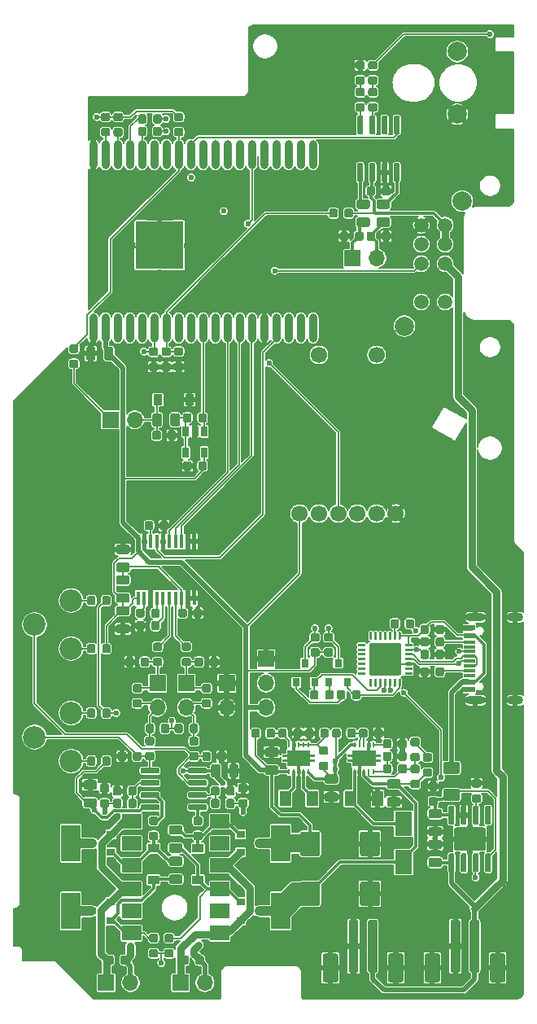
<source format=gtl>
G04 #@! TF.GenerationSoftware,KiCad,Pcbnew,5.1.5+dfsg1-2build2*
G04 #@! TF.CreationDate,2020-12-17T19:44:13+01:00*
G04 #@! TF.ProjectId,sony-scopeman,736f6e79-2d73-4636-9f70-656d616e2e6b,rev?*
G04 #@! TF.SameCoordinates,Original*
G04 #@! TF.FileFunction,Copper,L1,Top*
G04 #@! TF.FilePolarity,Positive*
%FSLAX46Y46*%
G04 Gerber Fmt 4.6, Leading zero omitted, Abs format (unit mm)*
G04 Created by KiCad (PCBNEW 5.1.5+dfsg1-2build2) date 2020-12-17 19:44:13*
%MOMM*%
%LPD*%
G04 APERTURE LIST*
%ADD10C,0.100000*%
%ADD11C,0.500000*%
%ADD12R,0.240000X0.600000*%
%ADD13R,0.900000X0.800000*%
%ADD14C,2.340000*%
%ADD15R,1.200000X1.600000*%
%ADD16O,1.700000X1.700000*%
%ADD17R,1.700000X1.700000*%
%ADD18R,0.900000X1.200000*%
%ADD19R,1.800000X2.500000*%
%ADD20R,1.200000X0.900000*%
%ADD21R,0.650000X1.060000*%
%ADD22C,0.800000*%
%ADD23R,5.000000X5.000000*%
%ADD24O,0.900000X3.000000*%
%ADD25R,0.450000X1.450000*%
%ADD26R,0.800000X0.900000*%
%ADD27R,2.000000X1.500000*%
%ADD28R,2.000000X3.800000*%
%ADD29R,1.160000X0.600000*%
%ADD30R,1.160000X0.300000*%
%ADD31O,1.700000X0.900000*%
%ADD32O,2.000000X0.900000*%
%ADD33C,1.700000*%
%ADD34C,2.000000*%
%ADD35C,1.500000*%
%ADD36C,0.600000*%
%ADD37C,0.150000*%
%ADD38C,0.300000*%
%ADD39C,1.000000*%
%ADD40C,0.500000*%
%ADD41C,0.800000*%
G04 APERTURE END LIST*
G04 #@! TA.AperFunction,SMDPad,CuDef*
D10*
G36*
X118552691Y-88126053D02*
G01*
X118573926Y-88129203D01*
X118594750Y-88134419D01*
X118614962Y-88141651D01*
X118634368Y-88150830D01*
X118652781Y-88161866D01*
X118670024Y-88174654D01*
X118685930Y-88189070D01*
X118700346Y-88204976D01*
X118713134Y-88222219D01*
X118724170Y-88240632D01*
X118733349Y-88260038D01*
X118740581Y-88280250D01*
X118745797Y-88301074D01*
X118748947Y-88322309D01*
X118750000Y-88343750D01*
X118750000Y-88856250D01*
X118748947Y-88877691D01*
X118745797Y-88898926D01*
X118740581Y-88919750D01*
X118733349Y-88939962D01*
X118724170Y-88959368D01*
X118713134Y-88977781D01*
X118700346Y-88995024D01*
X118685930Y-89010930D01*
X118670024Y-89025346D01*
X118652781Y-89038134D01*
X118634368Y-89049170D01*
X118614962Y-89058349D01*
X118594750Y-89065581D01*
X118573926Y-89070797D01*
X118552691Y-89073947D01*
X118531250Y-89075000D01*
X118093750Y-89075000D01*
X118072309Y-89073947D01*
X118051074Y-89070797D01*
X118030250Y-89065581D01*
X118010038Y-89058349D01*
X117990632Y-89049170D01*
X117972219Y-89038134D01*
X117954976Y-89025346D01*
X117939070Y-89010930D01*
X117924654Y-88995024D01*
X117911866Y-88977781D01*
X117900830Y-88959368D01*
X117891651Y-88939962D01*
X117884419Y-88919750D01*
X117879203Y-88898926D01*
X117876053Y-88877691D01*
X117875000Y-88856250D01*
X117875000Y-88343750D01*
X117876053Y-88322309D01*
X117879203Y-88301074D01*
X117884419Y-88280250D01*
X117891651Y-88260038D01*
X117900830Y-88240632D01*
X117911866Y-88222219D01*
X117924654Y-88204976D01*
X117939070Y-88189070D01*
X117954976Y-88174654D01*
X117972219Y-88161866D01*
X117990632Y-88150830D01*
X118010038Y-88141651D01*
X118030250Y-88134419D01*
X118051074Y-88129203D01*
X118072309Y-88126053D01*
X118093750Y-88125000D01*
X118531250Y-88125000D01*
X118552691Y-88126053D01*
G37*
G04 #@! TD.AperFunction*
G04 #@! TA.AperFunction,SMDPad,CuDef*
G36*
X120127691Y-88126053D02*
G01*
X120148926Y-88129203D01*
X120169750Y-88134419D01*
X120189962Y-88141651D01*
X120209368Y-88150830D01*
X120227781Y-88161866D01*
X120245024Y-88174654D01*
X120260930Y-88189070D01*
X120275346Y-88204976D01*
X120288134Y-88222219D01*
X120299170Y-88240632D01*
X120308349Y-88260038D01*
X120315581Y-88280250D01*
X120320797Y-88301074D01*
X120323947Y-88322309D01*
X120325000Y-88343750D01*
X120325000Y-88856250D01*
X120323947Y-88877691D01*
X120320797Y-88898926D01*
X120315581Y-88919750D01*
X120308349Y-88939962D01*
X120299170Y-88959368D01*
X120288134Y-88977781D01*
X120275346Y-88995024D01*
X120260930Y-89010930D01*
X120245024Y-89025346D01*
X120227781Y-89038134D01*
X120209368Y-89049170D01*
X120189962Y-89058349D01*
X120169750Y-89065581D01*
X120148926Y-89070797D01*
X120127691Y-89073947D01*
X120106250Y-89075000D01*
X119668750Y-89075000D01*
X119647309Y-89073947D01*
X119626074Y-89070797D01*
X119605250Y-89065581D01*
X119585038Y-89058349D01*
X119565632Y-89049170D01*
X119547219Y-89038134D01*
X119529976Y-89025346D01*
X119514070Y-89010930D01*
X119499654Y-88995024D01*
X119486866Y-88977781D01*
X119475830Y-88959368D01*
X119466651Y-88939962D01*
X119459419Y-88919750D01*
X119454203Y-88898926D01*
X119451053Y-88877691D01*
X119450000Y-88856250D01*
X119450000Y-88343750D01*
X119451053Y-88322309D01*
X119454203Y-88301074D01*
X119459419Y-88280250D01*
X119466651Y-88260038D01*
X119475830Y-88240632D01*
X119486866Y-88222219D01*
X119499654Y-88204976D01*
X119514070Y-88189070D01*
X119529976Y-88174654D01*
X119547219Y-88161866D01*
X119565632Y-88150830D01*
X119585038Y-88141651D01*
X119605250Y-88134419D01*
X119626074Y-88129203D01*
X119647309Y-88126053D01*
X119668750Y-88125000D01*
X120106250Y-88125000D01*
X120127691Y-88126053D01*
G37*
G04 #@! TD.AperFunction*
G04 #@! TA.AperFunction,SMDPad,CuDef*
G36*
X113852691Y-53326053D02*
G01*
X113873926Y-53329203D01*
X113894750Y-53334419D01*
X113914962Y-53341651D01*
X113934368Y-53350830D01*
X113952781Y-53361866D01*
X113970024Y-53374654D01*
X113985930Y-53389070D01*
X114000346Y-53404976D01*
X114013134Y-53422219D01*
X114024170Y-53440632D01*
X114033349Y-53460038D01*
X114040581Y-53480250D01*
X114045797Y-53501074D01*
X114048947Y-53522309D01*
X114050000Y-53543750D01*
X114050000Y-54056250D01*
X114048947Y-54077691D01*
X114045797Y-54098926D01*
X114040581Y-54119750D01*
X114033349Y-54139962D01*
X114024170Y-54159368D01*
X114013134Y-54177781D01*
X114000346Y-54195024D01*
X113985930Y-54210930D01*
X113970024Y-54225346D01*
X113952781Y-54238134D01*
X113934368Y-54249170D01*
X113914962Y-54258349D01*
X113894750Y-54265581D01*
X113873926Y-54270797D01*
X113852691Y-54273947D01*
X113831250Y-54275000D01*
X113393750Y-54275000D01*
X113372309Y-54273947D01*
X113351074Y-54270797D01*
X113330250Y-54265581D01*
X113310038Y-54258349D01*
X113290632Y-54249170D01*
X113272219Y-54238134D01*
X113254976Y-54225346D01*
X113239070Y-54210930D01*
X113224654Y-54195024D01*
X113211866Y-54177781D01*
X113200830Y-54159368D01*
X113191651Y-54139962D01*
X113184419Y-54119750D01*
X113179203Y-54098926D01*
X113176053Y-54077691D01*
X113175000Y-54056250D01*
X113175000Y-53543750D01*
X113176053Y-53522309D01*
X113179203Y-53501074D01*
X113184419Y-53480250D01*
X113191651Y-53460038D01*
X113200830Y-53440632D01*
X113211866Y-53422219D01*
X113224654Y-53404976D01*
X113239070Y-53389070D01*
X113254976Y-53374654D01*
X113272219Y-53361866D01*
X113290632Y-53350830D01*
X113310038Y-53341651D01*
X113330250Y-53334419D01*
X113351074Y-53329203D01*
X113372309Y-53326053D01*
X113393750Y-53325000D01*
X113831250Y-53325000D01*
X113852691Y-53326053D01*
G37*
G04 #@! TD.AperFunction*
G04 #@! TA.AperFunction,SMDPad,CuDef*
G36*
X115427691Y-53326053D02*
G01*
X115448926Y-53329203D01*
X115469750Y-53334419D01*
X115489962Y-53341651D01*
X115509368Y-53350830D01*
X115527781Y-53361866D01*
X115545024Y-53374654D01*
X115560930Y-53389070D01*
X115575346Y-53404976D01*
X115588134Y-53422219D01*
X115599170Y-53440632D01*
X115608349Y-53460038D01*
X115615581Y-53480250D01*
X115620797Y-53501074D01*
X115623947Y-53522309D01*
X115625000Y-53543750D01*
X115625000Y-54056250D01*
X115623947Y-54077691D01*
X115620797Y-54098926D01*
X115615581Y-54119750D01*
X115608349Y-54139962D01*
X115599170Y-54159368D01*
X115588134Y-54177781D01*
X115575346Y-54195024D01*
X115560930Y-54210930D01*
X115545024Y-54225346D01*
X115527781Y-54238134D01*
X115509368Y-54249170D01*
X115489962Y-54258349D01*
X115469750Y-54265581D01*
X115448926Y-54270797D01*
X115427691Y-54273947D01*
X115406250Y-54275000D01*
X114968750Y-54275000D01*
X114947309Y-54273947D01*
X114926074Y-54270797D01*
X114905250Y-54265581D01*
X114885038Y-54258349D01*
X114865632Y-54249170D01*
X114847219Y-54238134D01*
X114829976Y-54225346D01*
X114814070Y-54210930D01*
X114799654Y-54195024D01*
X114786866Y-54177781D01*
X114775830Y-54159368D01*
X114766651Y-54139962D01*
X114759419Y-54119750D01*
X114754203Y-54098926D01*
X114751053Y-54077691D01*
X114750000Y-54056250D01*
X114750000Y-53543750D01*
X114751053Y-53522309D01*
X114754203Y-53501074D01*
X114759419Y-53480250D01*
X114766651Y-53460038D01*
X114775830Y-53440632D01*
X114786866Y-53422219D01*
X114799654Y-53404976D01*
X114814070Y-53389070D01*
X114829976Y-53374654D01*
X114847219Y-53361866D01*
X114865632Y-53350830D01*
X114885038Y-53341651D01*
X114905250Y-53334419D01*
X114926074Y-53329203D01*
X114947309Y-53326053D01*
X114968750Y-53325000D01*
X115406250Y-53325000D01*
X115427691Y-53326053D01*
G37*
G04 #@! TD.AperFunction*
G04 #@! TA.AperFunction,SMDPad,CuDef*
G36*
X113852691Y-52026053D02*
G01*
X113873926Y-52029203D01*
X113894750Y-52034419D01*
X113914962Y-52041651D01*
X113934368Y-52050830D01*
X113952781Y-52061866D01*
X113970024Y-52074654D01*
X113985930Y-52089070D01*
X114000346Y-52104976D01*
X114013134Y-52122219D01*
X114024170Y-52140632D01*
X114033349Y-52160038D01*
X114040581Y-52180250D01*
X114045797Y-52201074D01*
X114048947Y-52222309D01*
X114050000Y-52243750D01*
X114050000Y-52756250D01*
X114048947Y-52777691D01*
X114045797Y-52798926D01*
X114040581Y-52819750D01*
X114033349Y-52839962D01*
X114024170Y-52859368D01*
X114013134Y-52877781D01*
X114000346Y-52895024D01*
X113985930Y-52910930D01*
X113970024Y-52925346D01*
X113952781Y-52938134D01*
X113934368Y-52949170D01*
X113914962Y-52958349D01*
X113894750Y-52965581D01*
X113873926Y-52970797D01*
X113852691Y-52973947D01*
X113831250Y-52975000D01*
X113393750Y-52975000D01*
X113372309Y-52973947D01*
X113351074Y-52970797D01*
X113330250Y-52965581D01*
X113310038Y-52958349D01*
X113290632Y-52949170D01*
X113272219Y-52938134D01*
X113254976Y-52925346D01*
X113239070Y-52910930D01*
X113224654Y-52895024D01*
X113211866Y-52877781D01*
X113200830Y-52859368D01*
X113191651Y-52839962D01*
X113184419Y-52819750D01*
X113179203Y-52798926D01*
X113176053Y-52777691D01*
X113175000Y-52756250D01*
X113175000Y-52243750D01*
X113176053Y-52222309D01*
X113179203Y-52201074D01*
X113184419Y-52180250D01*
X113191651Y-52160038D01*
X113200830Y-52140632D01*
X113211866Y-52122219D01*
X113224654Y-52104976D01*
X113239070Y-52089070D01*
X113254976Y-52074654D01*
X113272219Y-52061866D01*
X113290632Y-52050830D01*
X113310038Y-52041651D01*
X113330250Y-52034419D01*
X113351074Y-52029203D01*
X113372309Y-52026053D01*
X113393750Y-52025000D01*
X113831250Y-52025000D01*
X113852691Y-52026053D01*
G37*
G04 #@! TD.AperFunction*
G04 #@! TA.AperFunction,SMDPad,CuDef*
G36*
X115427691Y-52026053D02*
G01*
X115448926Y-52029203D01*
X115469750Y-52034419D01*
X115489962Y-52041651D01*
X115509368Y-52050830D01*
X115527781Y-52061866D01*
X115545024Y-52074654D01*
X115560930Y-52089070D01*
X115575346Y-52104976D01*
X115588134Y-52122219D01*
X115599170Y-52140632D01*
X115608349Y-52160038D01*
X115615581Y-52180250D01*
X115620797Y-52201074D01*
X115623947Y-52222309D01*
X115625000Y-52243750D01*
X115625000Y-52756250D01*
X115623947Y-52777691D01*
X115620797Y-52798926D01*
X115615581Y-52819750D01*
X115608349Y-52839962D01*
X115599170Y-52859368D01*
X115588134Y-52877781D01*
X115575346Y-52895024D01*
X115560930Y-52910930D01*
X115545024Y-52925346D01*
X115527781Y-52938134D01*
X115509368Y-52949170D01*
X115489962Y-52958349D01*
X115469750Y-52965581D01*
X115448926Y-52970797D01*
X115427691Y-52973947D01*
X115406250Y-52975000D01*
X114968750Y-52975000D01*
X114947309Y-52973947D01*
X114926074Y-52970797D01*
X114905250Y-52965581D01*
X114885038Y-52958349D01*
X114865632Y-52949170D01*
X114847219Y-52938134D01*
X114829976Y-52925346D01*
X114814070Y-52910930D01*
X114799654Y-52895024D01*
X114786866Y-52877781D01*
X114775830Y-52859368D01*
X114766651Y-52839962D01*
X114759419Y-52819750D01*
X114754203Y-52798926D01*
X114751053Y-52777691D01*
X114750000Y-52756250D01*
X114750000Y-52243750D01*
X114751053Y-52222309D01*
X114754203Y-52201074D01*
X114759419Y-52180250D01*
X114766651Y-52160038D01*
X114775830Y-52140632D01*
X114786866Y-52122219D01*
X114799654Y-52104976D01*
X114814070Y-52089070D01*
X114829976Y-52074654D01*
X114847219Y-52061866D01*
X114865632Y-52050830D01*
X114885038Y-52041651D01*
X114905250Y-52034419D01*
X114926074Y-52029203D01*
X114947309Y-52026053D01*
X114968750Y-52025000D01*
X115406250Y-52025000D01*
X115427691Y-52026053D01*
G37*
G04 #@! TD.AperFunction*
D11*
X128950000Y-119000000D03*
X129900000Y-118425000D03*
X129900000Y-119575000D03*
X130850000Y-119000000D03*
G04 #@! TA.AperFunction,SMDPad,CuDef*
D10*
G36*
X128700000Y-119125000D02*
G01*
X128700000Y-118875000D01*
X128200000Y-118875000D01*
X128200000Y-118625000D01*
X128700000Y-118625000D01*
X128700000Y-118175000D01*
X131100000Y-118175000D01*
X131100000Y-118625000D01*
X131600000Y-118625000D01*
X131600000Y-118875000D01*
X131100000Y-118875000D01*
X131100000Y-119125000D01*
X131600000Y-119125000D01*
X131600000Y-119375000D01*
X131100000Y-119375000D01*
X131100000Y-119825000D01*
X128700000Y-119825000D01*
X128700000Y-119375000D01*
X128200000Y-119375000D01*
X128200000Y-119125000D01*
X128700000Y-119125000D01*
G37*
G04 #@! TD.AperFunction*
D12*
X128900000Y-117600000D03*
X129400000Y-117600000D03*
X129900000Y-117600000D03*
X130400000Y-117600000D03*
X130900000Y-117600000D03*
X130900000Y-120400000D03*
X130400000Y-120400000D03*
X129900000Y-120400000D03*
X129400000Y-120400000D03*
X128900000Y-120400000D03*
D11*
X137650000Y-119000000D03*
X136700000Y-119575000D03*
X136700000Y-118425000D03*
X135750000Y-119000000D03*
G04 #@! TA.AperFunction,SMDPad,CuDef*
D10*
G36*
X137900000Y-118875000D02*
G01*
X137900000Y-119125000D01*
X138400000Y-119125000D01*
X138400000Y-119375000D01*
X137900000Y-119375000D01*
X137900000Y-119825000D01*
X135500000Y-119825000D01*
X135500000Y-119375000D01*
X135000000Y-119375000D01*
X135000000Y-119125000D01*
X135500000Y-119125000D01*
X135500000Y-118875000D01*
X135000000Y-118875000D01*
X135000000Y-118625000D01*
X135500000Y-118625000D01*
X135500000Y-118175000D01*
X137900000Y-118175000D01*
X137900000Y-118625000D01*
X138400000Y-118625000D01*
X138400000Y-118875000D01*
X137900000Y-118875000D01*
G37*
G04 #@! TD.AperFunction*
D12*
X137700000Y-120400000D03*
X137200000Y-120400000D03*
X136700000Y-120400000D03*
X136200000Y-120400000D03*
X135700000Y-120400000D03*
X135700000Y-117600000D03*
X136200000Y-117600000D03*
X136700000Y-117600000D03*
X137200000Y-117600000D03*
X137700000Y-117600000D03*
G04 #@! TA.AperFunction,SMDPad,CuDef*
D10*
G36*
X108530142Y-76201174D02*
G01*
X108553803Y-76204684D01*
X108577007Y-76210496D01*
X108599529Y-76218554D01*
X108621153Y-76228782D01*
X108641670Y-76241079D01*
X108660883Y-76255329D01*
X108678607Y-76271393D01*
X108694671Y-76289117D01*
X108708921Y-76308330D01*
X108721218Y-76328847D01*
X108731446Y-76350471D01*
X108739504Y-76372993D01*
X108745316Y-76396197D01*
X108748826Y-76419858D01*
X108750000Y-76443750D01*
X108750000Y-77356250D01*
X108748826Y-77380142D01*
X108745316Y-77403803D01*
X108739504Y-77427007D01*
X108731446Y-77449529D01*
X108721218Y-77471153D01*
X108708921Y-77491670D01*
X108694671Y-77510883D01*
X108678607Y-77528607D01*
X108660883Y-77544671D01*
X108641670Y-77558921D01*
X108621153Y-77571218D01*
X108599529Y-77581446D01*
X108577007Y-77589504D01*
X108553803Y-77595316D01*
X108530142Y-77598826D01*
X108506250Y-77600000D01*
X108018750Y-77600000D01*
X107994858Y-77598826D01*
X107971197Y-77595316D01*
X107947993Y-77589504D01*
X107925471Y-77581446D01*
X107903847Y-77571218D01*
X107883330Y-77558921D01*
X107864117Y-77544671D01*
X107846393Y-77528607D01*
X107830329Y-77510883D01*
X107816079Y-77491670D01*
X107803782Y-77471153D01*
X107793554Y-77449529D01*
X107785496Y-77427007D01*
X107779684Y-77403803D01*
X107776174Y-77380142D01*
X107775000Y-77356250D01*
X107775000Y-76443750D01*
X107776174Y-76419858D01*
X107779684Y-76396197D01*
X107785496Y-76372993D01*
X107793554Y-76350471D01*
X107803782Y-76328847D01*
X107816079Y-76308330D01*
X107830329Y-76289117D01*
X107846393Y-76271393D01*
X107864117Y-76255329D01*
X107883330Y-76241079D01*
X107903847Y-76228782D01*
X107925471Y-76218554D01*
X107947993Y-76210496D01*
X107971197Y-76204684D01*
X107994858Y-76201174D01*
X108018750Y-76200000D01*
X108506250Y-76200000D01*
X108530142Y-76201174D01*
G37*
G04 #@! TD.AperFunction*
G04 #@! TA.AperFunction,SMDPad,CuDef*
G36*
X110405142Y-76201174D02*
G01*
X110428803Y-76204684D01*
X110452007Y-76210496D01*
X110474529Y-76218554D01*
X110496153Y-76228782D01*
X110516670Y-76241079D01*
X110535883Y-76255329D01*
X110553607Y-76271393D01*
X110569671Y-76289117D01*
X110583921Y-76308330D01*
X110596218Y-76328847D01*
X110606446Y-76350471D01*
X110614504Y-76372993D01*
X110620316Y-76396197D01*
X110623826Y-76419858D01*
X110625000Y-76443750D01*
X110625000Y-77356250D01*
X110623826Y-77380142D01*
X110620316Y-77403803D01*
X110614504Y-77427007D01*
X110606446Y-77449529D01*
X110596218Y-77471153D01*
X110583921Y-77491670D01*
X110569671Y-77510883D01*
X110553607Y-77528607D01*
X110535883Y-77544671D01*
X110516670Y-77558921D01*
X110496153Y-77571218D01*
X110474529Y-77581446D01*
X110452007Y-77589504D01*
X110428803Y-77595316D01*
X110405142Y-77598826D01*
X110381250Y-77600000D01*
X109893750Y-77600000D01*
X109869858Y-77598826D01*
X109846197Y-77595316D01*
X109822993Y-77589504D01*
X109800471Y-77581446D01*
X109778847Y-77571218D01*
X109758330Y-77558921D01*
X109739117Y-77544671D01*
X109721393Y-77528607D01*
X109705329Y-77510883D01*
X109691079Y-77491670D01*
X109678782Y-77471153D01*
X109668554Y-77449529D01*
X109660496Y-77427007D01*
X109654684Y-77403803D01*
X109651174Y-77380142D01*
X109650000Y-77356250D01*
X109650000Y-76443750D01*
X109651174Y-76419858D01*
X109654684Y-76396197D01*
X109660496Y-76372993D01*
X109668554Y-76350471D01*
X109678782Y-76328847D01*
X109691079Y-76308330D01*
X109705329Y-76289117D01*
X109721393Y-76271393D01*
X109739117Y-76255329D01*
X109758330Y-76241079D01*
X109778847Y-76228782D01*
X109800471Y-76218554D01*
X109822993Y-76210496D01*
X109846197Y-76204684D01*
X109869858Y-76201174D01*
X109893750Y-76200000D01*
X110381250Y-76200000D01*
X110405142Y-76201174D01*
G37*
G04 #@! TD.AperFunction*
G04 #@! TA.AperFunction,SMDPad,CuDef*
G36*
X127580142Y-117876174D02*
G01*
X127603803Y-117879684D01*
X127627007Y-117885496D01*
X127649529Y-117893554D01*
X127671153Y-117903782D01*
X127691670Y-117916079D01*
X127710883Y-117930329D01*
X127728607Y-117946393D01*
X127744671Y-117964117D01*
X127758921Y-117983330D01*
X127771218Y-118003847D01*
X127781446Y-118025471D01*
X127789504Y-118047993D01*
X127795316Y-118071197D01*
X127798826Y-118094858D01*
X127800000Y-118118750D01*
X127800000Y-118606250D01*
X127798826Y-118630142D01*
X127795316Y-118653803D01*
X127789504Y-118677007D01*
X127781446Y-118699529D01*
X127771218Y-118721153D01*
X127758921Y-118741670D01*
X127744671Y-118760883D01*
X127728607Y-118778607D01*
X127710883Y-118794671D01*
X127691670Y-118808921D01*
X127671153Y-118821218D01*
X127649529Y-118831446D01*
X127627007Y-118839504D01*
X127603803Y-118845316D01*
X127580142Y-118848826D01*
X127556250Y-118850000D01*
X126643750Y-118850000D01*
X126619858Y-118848826D01*
X126596197Y-118845316D01*
X126572993Y-118839504D01*
X126550471Y-118831446D01*
X126528847Y-118821218D01*
X126508330Y-118808921D01*
X126489117Y-118794671D01*
X126471393Y-118778607D01*
X126455329Y-118760883D01*
X126441079Y-118741670D01*
X126428782Y-118721153D01*
X126418554Y-118699529D01*
X126410496Y-118677007D01*
X126404684Y-118653803D01*
X126401174Y-118630142D01*
X126400000Y-118606250D01*
X126400000Y-118118750D01*
X126401174Y-118094858D01*
X126404684Y-118071197D01*
X126410496Y-118047993D01*
X126418554Y-118025471D01*
X126428782Y-118003847D01*
X126441079Y-117983330D01*
X126455329Y-117964117D01*
X126471393Y-117946393D01*
X126489117Y-117930329D01*
X126508330Y-117916079D01*
X126528847Y-117903782D01*
X126550471Y-117893554D01*
X126572993Y-117885496D01*
X126596197Y-117879684D01*
X126619858Y-117876174D01*
X126643750Y-117875000D01*
X127556250Y-117875000D01*
X127580142Y-117876174D01*
G37*
G04 #@! TD.AperFunction*
G04 #@! TA.AperFunction,SMDPad,CuDef*
G36*
X127580142Y-119751174D02*
G01*
X127603803Y-119754684D01*
X127627007Y-119760496D01*
X127649529Y-119768554D01*
X127671153Y-119778782D01*
X127691670Y-119791079D01*
X127710883Y-119805329D01*
X127728607Y-119821393D01*
X127744671Y-119839117D01*
X127758921Y-119858330D01*
X127771218Y-119878847D01*
X127781446Y-119900471D01*
X127789504Y-119922993D01*
X127795316Y-119946197D01*
X127798826Y-119969858D01*
X127800000Y-119993750D01*
X127800000Y-120481250D01*
X127798826Y-120505142D01*
X127795316Y-120528803D01*
X127789504Y-120552007D01*
X127781446Y-120574529D01*
X127771218Y-120596153D01*
X127758921Y-120616670D01*
X127744671Y-120635883D01*
X127728607Y-120653607D01*
X127710883Y-120669671D01*
X127691670Y-120683921D01*
X127671153Y-120696218D01*
X127649529Y-120706446D01*
X127627007Y-120714504D01*
X127603803Y-120720316D01*
X127580142Y-120723826D01*
X127556250Y-120725000D01*
X126643750Y-120725000D01*
X126619858Y-120723826D01*
X126596197Y-120720316D01*
X126572993Y-120714504D01*
X126550471Y-120706446D01*
X126528847Y-120696218D01*
X126508330Y-120683921D01*
X126489117Y-120669671D01*
X126471393Y-120653607D01*
X126455329Y-120635883D01*
X126441079Y-120616670D01*
X126428782Y-120596153D01*
X126418554Y-120574529D01*
X126410496Y-120552007D01*
X126404684Y-120528803D01*
X126401174Y-120505142D01*
X126400000Y-120481250D01*
X126400000Y-119993750D01*
X126401174Y-119969858D01*
X126404684Y-119946197D01*
X126410496Y-119922993D01*
X126418554Y-119900471D01*
X126428782Y-119878847D01*
X126441079Y-119858330D01*
X126455329Y-119839117D01*
X126471393Y-119821393D01*
X126489117Y-119805329D01*
X126508330Y-119791079D01*
X126528847Y-119778782D01*
X126550471Y-119768554D01*
X126572993Y-119760496D01*
X126596197Y-119754684D01*
X126619858Y-119751174D01*
X126643750Y-119750000D01*
X127556250Y-119750000D01*
X127580142Y-119751174D01*
G37*
G04 #@! TD.AperFunction*
G04 #@! TA.AperFunction,SMDPad,CuDef*
G36*
X144580142Y-127476174D02*
G01*
X144603803Y-127479684D01*
X144627007Y-127485496D01*
X144649529Y-127493554D01*
X144671153Y-127503782D01*
X144691670Y-127516079D01*
X144710883Y-127530329D01*
X144728607Y-127546393D01*
X144744671Y-127564117D01*
X144758921Y-127583330D01*
X144771218Y-127603847D01*
X144781446Y-127625471D01*
X144789504Y-127647993D01*
X144795316Y-127671197D01*
X144798826Y-127694858D01*
X144800000Y-127718750D01*
X144800000Y-128206250D01*
X144798826Y-128230142D01*
X144795316Y-128253803D01*
X144789504Y-128277007D01*
X144781446Y-128299529D01*
X144771218Y-128321153D01*
X144758921Y-128341670D01*
X144744671Y-128360883D01*
X144728607Y-128378607D01*
X144710883Y-128394671D01*
X144691670Y-128408921D01*
X144671153Y-128421218D01*
X144649529Y-128431446D01*
X144627007Y-128439504D01*
X144603803Y-128445316D01*
X144580142Y-128448826D01*
X144556250Y-128450000D01*
X143643750Y-128450000D01*
X143619858Y-128448826D01*
X143596197Y-128445316D01*
X143572993Y-128439504D01*
X143550471Y-128431446D01*
X143528847Y-128421218D01*
X143508330Y-128408921D01*
X143489117Y-128394671D01*
X143471393Y-128378607D01*
X143455329Y-128360883D01*
X143441079Y-128341670D01*
X143428782Y-128321153D01*
X143418554Y-128299529D01*
X143410496Y-128277007D01*
X143404684Y-128253803D01*
X143401174Y-128230142D01*
X143400000Y-128206250D01*
X143400000Y-127718750D01*
X143401174Y-127694858D01*
X143404684Y-127671197D01*
X143410496Y-127647993D01*
X143418554Y-127625471D01*
X143428782Y-127603847D01*
X143441079Y-127583330D01*
X143455329Y-127564117D01*
X143471393Y-127546393D01*
X143489117Y-127530329D01*
X143508330Y-127516079D01*
X143528847Y-127503782D01*
X143550471Y-127493554D01*
X143572993Y-127485496D01*
X143596197Y-127479684D01*
X143619858Y-127476174D01*
X143643750Y-127475000D01*
X144556250Y-127475000D01*
X144580142Y-127476174D01*
G37*
G04 #@! TD.AperFunction*
G04 #@! TA.AperFunction,SMDPad,CuDef*
G36*
X144580142Y-129351174D02*
G01*
X144603803Y-129354684D01*
X144627007Y-129360496D01*
X144649529Y-129368554D01*
X144671153Y-129378782D01*
X144691670Y-129391079D01*
X144710883Y-129405329D01*
X144728607Y-129421393D01*
X144744671Y-129439117D01*
X144758921Y-129458330D01*
X144771218Y-129478847D01*
X144781446Y-129500471D01*
X144789504Y-129522993D01*
X144795316Y-129546197D01*
X144798826Y-129569858D01*
X144800000Y-129593750D01*
X144800000Y-130081250D01*
X144798826Y-130105142D01*
X144795316Y-130128803D01*
X144789504Y-130152007D01*
X144781446Y-130174529D01*
X144771218Y-130196153D01*
X144758921Y-130216670D01*
X144744671Y-130235883D01*
X144728607Y-130253607D01*
X144710883Y-130269671D01*
X144691670Y-130283921D01*
X144671153Y-130296218D01*
X144649529Y-130306446D01*
X144627007Y-130314504D01*
X144603803Y-130320316D01*
X144580142Y-130323826D01*
X144556250Y-130325000D01*
X143643750Y-130325000D01*
X143619858Y-130323826D01*
X143596197Y-130320316D01*
X143572993Y-130314504D01*
X143550471Y-130306446D01*
X143528847Y-130296218D01*
X143508330Y-130283921D01*
X143489117Y-130269671D01*
X143471393Y-130253607D01*
X143455329Y-130235883D01*
X143441079Y-130216670D01*
X143428782Y-130196153D01*
X143418554Y-130174529D01*
X143410496Y-130152007D01*
X143404684Y-130128803D01*
X143401174Y-130105142D01*
X143400000Y-130081250D01*
X143400000Y-129593750D01*
X143401174Y-129569858D01*
X143404684Y-129546197D01*
X143410496Y-129522993D01*
X143418554Y-129500471D01*
X143428782Y-129478847D01*
X143441079Y-129458330D01*
X143455329Y-129439117D01*
X143471393Y-129421393D01*
X143489117Y-129405329D01*
X143508330Y-129391079D01*
X143528847Y-129378782D01*
X143550471Y-129368554D01*
X143572993Y-129360496D01*
X143596197Y-129354684D01*
X143619858Y-129351174D01*
X143643750Y-129350000D01*
X144556250Y-129350000D01*
X144580142Y-129351174D01*
G37*
G04 #@! TD.AperFunction*
G04 #@! TA.AperFunction,SMDPad,CuDef*
G36*
X149769703Y-128900722D02*
G01*
X149784264Y-128902882D01*
X149798543Y-128906459D01*
X149812403Y-128911418D01*
X149825710Y-128917712D01*
X149838336Y-128925280D01*
X149850159Y-128934048D01*
X149861066Y-128943934D01*
X149870952Y-128954841D01*
X149879720Y-128966664D01*
X149887288Y-128979290D01*
X149893582Y-128992597D01*
X149898541Y-129006457D01*
X149902118Y-129020736D01*
X149904278Y-129035297D01*
X149905000Y-129050000D01*
X149905000Y-130700000D01*
X149904278Y-130714703D01*
X149902118Y-130729264D01*
X149898541Y-130743543D01*
X149893582Y-130757403D01*
X149887288Y-130770710D01*
X149879720Y-130783336D01*
X149870952Y-130795159D01*
X149861066Y-130806066D01*
X149850159Y-130815952D01*
X149838336Y-130824720D01*
X149825710Y-130832288D01*
X149812403Y-130838582D01*
X149798543Y-130843541D01*
X149784264Y-130847118D01*
X149769703Y-130849278D01*
X149755000Y-130850000D01*
X149455000Y-130850000D01*
X149440297Y-130849278D01*
X149425736Y-130847118D01*
X149411457Y-130843541D01*
X149397597Y-130838582D01*
X149384290Y-130832288D01*
X149371664Y-130824720D01*
X149359841Y-130815952D01*
X149348934Y-130806066D01*
X149339048Y-130795159D01*
X149330280Y-130783336D01*
X149322712Y-130770710D01*
X149316418Y-130757403D01*
X149311459Y-130743543D01*
X149307882Y-130729264D01*
X149305722Y-130714703D01*
X149305000Y-130700000D01*
X149305000Y-129050000D01*
X149305722Y-129035297D01*
X149307882Y-129020736D01*
X149311459Y-129006457D01*
X149316418Y-128992597D01*
X149322712Y-128979290D01*
X149330280Y-128966664D01*
X149339048Y-128954841D01*
X149348934Y-128943934D01*
X149359841Y-128934048D01*
X149371664Y-128925280D01*
X149384290Y-128917712D01*
X149397597Y-128911418D01*
X149411457Y-128906459D01*
X149425736Y-128902882D01*
X149440297Y-128900722D01*
X149455000Y-128900000D01*
X149755000Y-128900000D01*
X149769703Y-128900722D01*
G37*
G04 #@! TD.AperFunction*
G04 #@! TA.AperFunction,SMDPad,CuDef*
G36*
X148499703Y-128900722D02*
G01*
X148514264Y-128902882D01*
X148528543Y-128906459D01*
X148542403Y-128911418D01*
X148555710Y-128917712D01*
X148568336Y-128925280D01*
X148580159Y-128934048D01*
X148591066Y-128943934D01*
X148600952Y-128954841D01*
X148609720Y-128966664D01*
X148617288Y-128979290D01*
X148623582Y-128992597D01*
X148628541Y-129006457D01*
X148632118Y-129020736D01*
X148634278Y-129035297D01*
X148635000Y-129050000D01*
X148635000Y-130700000D01*
X148634278Y-130714703D01*
X148632118Y-130729264D01*
X148628541Y-130743543D01*
X148623582Y-130757403D01*
X148617288Y-130770710D01*
X148609720Y-130783336D01*
X148600952Y-130795159D01*
X148591066Y-130806066D01*
X148580159Y-130815952D01*
X148568336Y-130824720D01*
X148555710Y-130832288D01*
X148542403Y-130838582D01*
X148528543Y-130843541D01*
X148514264Y-130847118D01*
X148499703Y-130849278D01*
X148485000Y-130850000D01*
X148185000Y-130850000D01*
X148170297Y-130849278D01*
X148155736Y-130847118D01*
X148141457Y-130843541D01*
X148127597Y-130838582D01*
X148114290Y-130832288D01*
X148101664Y-130824720D01*
X148089841Y-130815952D01*
X148078934Y-130806066D01*
X148069048Y-130795159D01*
X148060280Y-130783336D01*
X148052712Y-130770710D01*
X148046418Y-130757403D01*
X148041459Y-130743543D01*
X148037882Y-130729264D01*
X148035722Y-130714703D01*
X148035000Y-130700000D01*
X148035000Y-129050000D01*
X148035722Y-129035297D01*
X148037882Y-129020736D01*
X148041459Y-129006457D01*
X148046418Y-128992597D01*
X148052712Y-128979290D01*
X148060280Y-128966664D01*
X148069048Y-128954841D01*
X148078934Y-128943934D01*
X148089841Y-128934048D01*
X148101664Y-128925280D01*
X148114290Y-128917712D01*
X148127597Y-128911418D01*
X148141457Y-128906459D01*
X148155736Y-128902882D01*
X148170297Y-128900722D01*
X148185000Y-128900000D01*
X148485000Y-128900000D01*
X148499703Y-128900722D01*
G37*
G04 #@! TD.AperFunction*
G04 #@! TA.AperFunction,SMDPad,CuDef*
G36*
X147229703Y-128900722D02*
G01*
X147244264Y-128902882D01*
X147258543Y-128906459D01*
X147272403Y-128911418D01*
X147285710Y-128917712D01*
X147298336Y-128925280D01*
X147310159Y-128934048D01*
X147321066Y-128943934D01*
X147330952Y-128954841D01*
X147339720Y-128966664D01*
X147347288Y-128979290D01*
X147353582Y-128992597D01*
X147358541Y-129006457D01*
X147362118Y-129020736D01*
X147364278Y-129035297D01*
X147365000Y-129050000D01*
X147365000Y-130700000D01*
X147364278Y-130714703D01*
X147362118Y-130729264D01*
X147358541Y-130743543D01*
X147353582Y-130757403D01*
X147347288Y-130770710D01*
X147339720Y-130783336D01*
X147330952Y-130795159D01*
X147321066Y-130806066D01*
X147310159Y-130815952D01*
X147298336Y-130824720D01*
X147285710Y-130832288D01*
X147272403Y-130838582D01*
X147258543Y-130843541D01*
X147244264Y-130847118D01*
X147229703Y-130849278D01*
X147215000Y-130850000D01*
X146915000Y-130850000D01*
X146900297Y-130849278D01*
X146885736Y-130847118D01*
X146871457Y-130843541D01*
X146857597Y-130838582D01*
X146844290Y-130832288D01*
X146831664Y-130824720D01*
X146819841Y-130815952D01*
X146808934Y-130806066D01*
X146799048Y-130795159D01*
X146790280Y-130783336D01*
X146782712Y-130770710D01*
X146776418Y-130757403D01*
X146771459Y-130743543D01*
X146767882Y-130729264D01*
X146765722Y-130714703D01*
X146765000Y-130700000D01*
X146765000Y-129050000D01*
X146765722Y-129035297D01*
X146767882Y-129020736D01*
X146771459Y-129006457D01*
X146776418Y-128992597D01*
X146782712Y-128979290D01*
X146790280Y-128966664D01*
X146799048Y-128954841D01*
X146808934Y-128943934D01*
X146819841Y-128934048D01*
X146831664Y-128925280D01*
X146844290Y-128917712D01*
X146857597Y-128911418D01*
X146871457Y-128906459D01*
X146885736Y-128902882D01*
X146900297Y-128900722D01*
X146915000Y-128900000D01*
X147215000Y-128900000D01*
X147229703Y-128900722D01*
G37*
G04 #@! TD.AperFunction*
G04 #@! TA.AperFunction,SMDPad,CuDef*
G36*
X145959703Y-128900722D02*
G01*
X145974264Y-128902882D01*
X145988543Y-128906459D01*
X146002403Y-128911418D01*
X146015710Y-128917712D01*
X146028336Y-128925280D01*
X146040159Y-128934048D01*
X146051066Y-128943934D01*
X146060952Y-128954841D01*
X146069720Y-128966664D01*
X146077288Y-128979290D01*
X146083582Y-128992597D01*
X146088541Y-129006457D01*
X146092118Y-129020736D01*
X146094278Y-129035297D01*
X146095000Y-129050000D01*
X146095000Y-130700000D01*
X146094278Y-130714703D01*
X146092118Y-130729264D01*
X146088541Y-130743543D01*
X146083582Y-130757403D01*
X146077288Y-130770710D01*
X146069720Y-130783336D01*
X146060952Y-130795159D01*
X146051066Y-130806066D01*
X146040159Y-130815952D01*
X146028336Y-130824720D01*
X146015710Y-130832288D01*
X146002403Y-130838582D01*
X145988543Y-130843541D01*
X145974264Y-130847118D01*
X145959703Y-130849278D01*
X145945000Y-130850000D01*
X145645000Y-130850000D01*
X145630297Y-130849278D01*
X145615736Y-130847118D01*
X145601457Y-130843541D01*
X145587597Y-130838582D01*
X145574290Y-130832288D01*
X145561664Y-130824720D01*
X145549841Y-130815952D01*
X145538934Y-130806066D01*
X145529048Y-130795159D01*
X145520280Y-130783336D01*
X145512712Y-130770710D01*
X145506418Y-130757403D01*
X145501459Y-130743543D01*
X145497882Y-130729264D01*
X145495722Y-130714703D01*
X145495000Y-130700000D01*
X145495000Y-129050000D01*
X145495722Y-129035297D01*
X145497882Y-129020736D01*
X145501459Y-129006457D01*
X145506418Y-128992597D01*
X145512712Y-128979290D01*
X145520280Y-128966664D01*
X145529048Y-128954841D01*
X145538934Y-128943934D01*
X145549841Y-128934048D01*
X145561664Y-128925280D01*
X145574290Y-128917712D01*
X145587597Y-128911418D01*
X145601457Y-128906459D01*
X145615736Y-128902882D01*
X145630297Y-128900722D01*
X145645000Y-128900000D01*
X145945000Y-128900000D01*
X145959703Y-128900722D01*
G37*
G04 #@! TD.AperFunction*
G04 #@! TA.AperFunction,SMDPad,CuDef*
G36*
X145959703Y-123950722D02*
G01*
X145974264Y-123952882D01*
X145988543Y-123956459D01*
X146002403Y-123961418D01*
X146015710Y-123967712D01*
X146028336Y-123975280D01*
X146040159Y-123984048D01*
X146051066Y-123993934D01*
X146060952Y-124004841D01*
X146069720Y-124016664D01*
X146077288Y-124029290D01*
X146083582Y-124042597D01*
X146088541Y-124056457D01*
X146092118Y-124070736D01*
X146094278Y-124085297D01*
X146095000Y-124100000D01*
X146095000Y-125750000D01*
X146094278Y-125764703D01*
X146092118Y-125779264D01*
X146088541Y-125793543D01*
X146083582Y-125807403D01*
X146077288Y-125820710D01*
X146069720Y-125833336D01*
X146060952Y-125845159D01*
X146051066Y-125856066D01*
X146040159Y-125865952D01*
X146028336Y-125874720D01*
X146015710Y-125882288D01*
X146002403Y-125888582D01*
X145988543Y-125893541D01*
X145974264Y-125897118D01*
X145959703Y-125899278D01*
X145945000Y-125900000D01*
X145645000Y-125900000D01*
X145630297Y-125899278D01*
X145615736Y-125897118D01*
X145601457Y-125893541D01*
X145587597Y-125888582D01*
X145574290Y-125882288D01*
X145561664Y-125874720D01*
X145549841Y-125865952D01*
X145538934Y-125856066D01*
X145529048Y-125845159D01*
X145520280Y-125833336D01*
X145512712Y-125820710D01*
X145506418Y-125807403D01*
X145501459Y-125793543D01*
X145497882Y-125779264D01*
X145495722Y-125764703D01*
X145495000Y-125750000D01*
X145495000Y-124100000D01*
X145495722Y-124085297D01*
X145497882Y-124070736D01*
X145501459Y-124056457D01*
X145506418Y-124042597D01*
X145512712Y-124029290D01*
X145520280Y-124016664D01*
X145529048Y-124004841D01*
X145538934Y-123993934D01*
X145549841Y-123984048D01*
X145561664Y-123975280D01*
X145574290Y-123967712D01*
X145587597Y-123961418D01*
X145601457Y-123956459D01*
X145615736Y-123952882D01*
X145630297Y-123950722D01*
X145645000Y-123950000D01*
X145945000Y-123950000D01*
X145959703Y-123950722D01*
G37*
G04 #@! TD.AperFunction*
G04 #@! TA.AperFunction,SMDPad,CuDef*
G36*
X147229703Y-123950722D02*
G01*
X147244264Y-123952882D01*
X147258543Y-123956459D01*
X147272403Y-123961418D01*
X147285710Y-123967712D01*
X147298336Y-123975280D01*
X147310159Y-123984048D01*
X147321066Y-123993934D01*
X147330952Y-124004841D01*
X147339720Y-124016664D01*
X147347288Y-124029290D01*
X147353582Y-124042597D01*
X147358541Y-124056457D01*
X147362118Y-124070736D01*
X147364278Y-124085297D01*
X147365000Y-124100000D01*
X147365000Y-125750000D01*
X147364278Y-125764703D01*
X147362118Y-125779264D01*
X147358541Y-125793543D01*
X147353582Y-125807403D01*
X147347288Y-125820710D01*
X147339720Y-125833336D01*
X147330952Y-125845159D01*
X147321066Y-125856066D01*
X147310159Y-125865952D01*
X147298336Y-125874720D01*
X147285710Y-125882288D01*
X147272403Y-125888582D01*
X147258543Y-125893541D01*
X147244264Y-125897118D01*
X147229703Y-125899278D01*
X147215000Y-125900000D01*
X146915000Y-125900000D01*
X146900297Y-125899278D01*
X146885736Y-125897118D01*
X146871457Y-125893541D01*
X146857597Y-125888582D01*
X146844290Y-125882288D01*
X146831664Y-125874720D01*
X146819841Y-125865952D01*
X146808934Y-125856066D01*
X146799048Y-125845159D01*
X146790280Y-125833336D01*
X146782712Y-125820710D01*
X146776418Y-125807403D01*
X146771459Y-125793543D01*
X146767882Y-125779264D01*
X146765722Y-125764703D01*
X146765000Y-125750000D01*
X146765000Y-124100000D01*
X146765722Y-124085297D01*
X146767882Y-124070736D01*
X146771459Y-124056457D01*
X146776418Y-124042597D01*
X146782712Y-124029290D01*
X146790280Y-124016664D01*
X146799048Y-124004841D01*
X146808934Y-123993934D01*
X146819841Y-123984048D01*
X146831664Y-123975280D01*
X146844290Y-123967712D01*
X146857597Y-123961418D01*
X146871457Y-123956459D01*
X146885736Y-123952882D01*
X146900297Y-123950722D01*
X146915000Y-123950000D01*
X147215000Y-123950000D01*
X147229703Y-123950722D01*
G37*
G04 #@! TD.AperFunction*
G04 #@! TA.AperFunction,SMDPad,CuDef*
G36*
X148499703Y-123950722D02*
G01*
X148514264Y-123952882D01*
X148528543Y-123956459D01*
X148542403Y-123961418D01*
X148555710Y-123967712D01*
X148568336Y-123975280D01*
X148580159Y-123984048D01*
X148591066Y-123993934D01*
X148600952Y-124004841D01*
X148609720Y-124016664D01*
X148617288Y-124029290D01*
X148623582Y-124042597D01*
X148628541Y-124056457D01*
X148632118Y-124070736D01*
X148634278Y-124085297D01*
X148635000Y-124100000D01*
X148635000Y-125750000D01*
X148634278Y-125764703D01*
X148632118Y-125779264D01*
X148628541Y-125793543D01*
X148623582Y-125807403D01*
X148617288Y-125820710D01*
X148609720Y-125833336D01*
X148600952Y-125845159D01*
X148591066Y-125856066D01*
X148580159Y-125865952D01*
X148568336Y-125874720D01*
X148555710Y-125882288D01*
X148542403Y-125888582D01*
X148528543Y-125893541D01*
X148514264Y-125897118D01*
X148499703Y-125899278D01*
X148485000Y-125900000D01*
X148185000Y-125900000D01*
X148170297Y-125899278D01*
X148155736Y-125897118D01*
X148141457Y-125893541D01*
X148127597Y-125888582D01*
X148114290Y-125882288D01*
X148101664Y-125874720D01*
X148089841Y-125865952D01*
X148078934Y-125856066D01*
X148069048Y-125845159D01*
X148060280Y-125833336D01*
X148052712Y-125820710D01*
X148046418Y-125807403D01*
X148041459Y-125793543D01*
X148037882Y-125779264D01*
X148035722Y-125764703D01*
X148035000Y-125750000D01*
X148035000Y-124100000D01*
X148035722Y-124085297D01*
X148037882Y-124070736D01*
X148041459Y-124056457D01*
X148046418Y-124042597D01*
X148052712Y-124029290D01*
X148060280Y-124016664D01*
X148069048Y-124004841D01*
X148078934Y-123993934D01*
X148089841Y-123984048D01*
X148101664Y-123975280D01*
X148114290Y-123967712D01*
X148127597Y-123961418D01*
X148141457Y-123956459D01*
X148155736Y-123952882D01*
X148170297Y-123950722D01*
X148185000Y-123950000D01*
X148485000Y-123950000D01*
X148499703Y-123950722D01*
G37*
G04 #@! TD.AperFunction*
G04 #@! TA.AperFunction,SMDPad,CuDef*
G36*
X149769703Y-123950722D02*
G01*
X149784264Y-123952882D01*
X149798543Y-123956459D01*
X149812403Y-123961418D01*
X149825710Y-123967712D01*
X149838336Y-123975280D01*
X149850159Y-123984048D01*
X149861066Y-123993934D01*
X149870952Y-124004841D01*
X149879720Y-124016664D01*
X149887288Y-124029290D01*
X149893582Y-124042597D01*
X149898541Y-124056457D01*
X149902118Y-124070736D01*
X149904278Y-124085297D01*
X149905000Y-124100000D01*
X149905000Y-125750000D01*
X149904278Y-125764703D01*
X149902118Y-125779264D01*
X149898541Y-125793543D01*
X149893582Y-125807403D01*
X149887288Y-125820710D01*
X149879720Y-125833336D01*
X149870952Y-125845159D01*
X149861066Y-125856066D01*
X149850159Y-125865952D01*
X149838336Y-125874720D01*
X149825710Y-125882288D01*
X149812403Y-125888582D01*
X149798543Y-125893541D01*
X149784264Y-125897118D01*
X149769703Y-125899278D01*
X149755000Y-125900000D01*
X149455000Y-125900000D01*
X149440297Y-125899278D01*
X149425736Y-125897118D01*
X149411457Y-125893541D01*
X149397597Y-125888582D01*
X149384290Y-125882288D01*
X149371664Y-125874720D01*
X149359841Y-125865952D01*
X149348934Y-125856066D01*
X149339048Y-125845159D01*
X149330280Y-125833336D01*
X149322712Y-125820710D01*
X149316418Y-125807403D01*
X149311459Y-125793543D01*
X149307882Y-125779264D01*
X149305722Y-125764703D01*
X149305000Y-125750000D01*
X149305000Y-124100000D01*
X149305722Y-124085297D01*
X149307882Y-124070736D01*
X149311459Y-124056457D01*
X149316418Y-124042597D01*
X149322712Y-124029290D01*
X149330280Y-124016664D01*
X149339048Y-124004841D01*
X149348934Y-123993934D01*
X149359841Y-123984048D01*
X149371664Y-123975280D01*
X149384290Y-123967712D01*
X149397597Y-123961418D01*
X149411457Y-123956459D01*
X149425736Y-123952882D01*
X149440297Y-123950722D01*
X149455000Y-123950000D01*
X149755000Y-123950000D01*
X149769703Y-123950722D01*
G37*
G04 #@! TD.AperFunction*
G04 #@! TA.AperFunction,SMDPad,CuDef*
G36*
X149124506Y-126196204D02*
G01*
X149148774Y-126199804D01*
X149172573Y-126205765D01*
X149195672Y-126214030D01*
X149217850Y-126224519D01*
X149238893Y-126237132D01*
X149258599Y-126251747D01*
X149276777Y-126268223D01*
X149293253Y-126286401D01*
X149307868Y-126306107D01*
X149320481Y-126327150D01*
X149330970Y-126349328D01*
X149339235Y-126372427D01*
X149345196Y-126396226D01*
X149348796Y-126420494D01*
X149350000Y-126444998D01*
X149350000Y-128355002D01*
X149348796Y-128379506D01*
X149345196Y-128403774D01*
X149339235Y-128427573D01*
X149330970Y-128450672D01*
X149320481Y-128472850D01*
X149307868Y-128493893D01*
X149293253Y-128513599D01*
X149276777Y-128531777D01*
X149258599Y-128548253D01*
X149238893Y-128562868D01*
X149217850Y-128575481D01*
X149195672Y-128585970D01*
X149172573Y-128594235D01*
X149148774Y-128600196D01*
X149124506Y-128603796D01*
X149100002Y-128605000D01*
X146299998Y-128605000D01*
X146275494Y-128603796D01*
X146251226Y-128600196D01*
X146227427Y-128594235D01*
X146204328Y-128585970D01*
X146182150Y-128575481D01*
X146161107Y-128562868D01*
X146141401Y-128548253D01*
X146123223Y-128531777D01*
X146106747Y-128513599D01*
X146092132Y-128493893D01*
X146079519Y-128472850D01*
X146069030Y-128450672D01*
X146060765Y-128427573D01*
X146054804Y-128403774D01*
X146051204Y-128379506D01*
X146050000Y-128355002D01*
X146050000Y-126444998D01*
X146051204Y-126420494D01*
X146054804Y-126396226D01*
X146060765Y-126372427D01*
X146069030Y-126349328D01*
X146079519Y-126327150D01*
X146092132Y-126306107D01*
X146106747Y-126286401D01*
X146123223Y-126268223D01*
X146141401Y-126251747D01*
X146161107Y-126237132D01*
X146182150Y-126224519D01*
X146204328Y-126214030D01*
X146227427Y-126205765D01*
X146251226Y-126199804D01*
X146275494Y-126196204D01*
X146299998Y-126195000D01*
X149100002Y-126195000D01*
X149124506Y-126196204D01*
G37*
G04 #@! TD.AperFunction*
G04 #@! TA.AperFunction,SMDPad,CuDef*
G36*
X146449504Y-122176204D02*
G01*
X146473773Y-122179804D01*
X146497571Y-122185765D01*
X146520671Y-122194030D01*
X146542849Y-122204520D01*
X146563893Y-122217133D01*
X146583598Y-122231747D01*
X146601777Y-122248223D01*
X146618253Y-122266402D01*
X146632867Y-122286107D01*
X146645480Y-122307151D01*
X146655970Y-122329329D01*
X146664235Y-122352429D01*
X146670196Y-122376227D01*
X146673796Y-122400496D01*
X146675000Y-122425000D01*
X146675000Y-123175000D01*
X146673796Y-123199504D01*
X146670196Y-123223773D01*
X146664235Y-123247571D01*
X146655970Y-123270671D01*
X146645480Y-123292849D01*
X146632867Y-123313893D01*
X146618253Y-123333598D01*
X146601777Y-123351777D01*
X146583598Y-123368253D01*
X146563893Y-123382867D01*
X146542849Y-123395480D01*
X146520671Y-123405970D01*
X146497571Y-123414235D01*
X146473773Y-123420196D01*
X146449504Y-123423796D01*
X146425000Y-123425000D01*
X145175000Y-123425000D01*
X145150496Y-123423796D01*
X145126227Y-123420196D01*
X145102429Y-123414235D01*
X145079329Y-123405970D01*
X145057151Y-123395480D01*
X145036107Y-123382867D01*
X145016402Y-123368253D01*
X144998223Y-123351777D01*
X144981747Y-123333598D01*
X144967133Y-123313893D01*
X144954520Y-123292849D01*
X144944030Y-123270671D01*
X144935765Y-123247571D01*
X144929804Y-123223773D01*
X144926204Y-123199504D01*
X144925000Y-123175000D01*
X144925000Y-122425000D01*
X144926204Y-122400496D01*
X144929804Y-122376227D01*
X144935765Y-122352429D01*
X144944030Y-122329329D01*
X144954520Y-122307151D01*
X144967133Y-122286107D01*
X144981747Y-122266402D01*
X144998223Y-122248223D01*
X145016402Y-122231747D01*
X145036107Y-122217133D01*
X145057151Y-122204520D01*
X145079329Y-122194030D01*
X145102429Y-122185765D01*
X145126227Y-122179804D01*
X145150496Y-122176204D01*
X145175000Y-122175000D01*
X146425000Y-122175000D01*
X146449504Y-122176204D01*
G37*
G04 #@! TD.AperFunction*
G04 #@! TA.AperFunction,SMDPad,CuDef*
G36*
X146449504Y-119376204D02*
G01*
X146473773Y-119379804D01*
X146497571Y-119385765D01*
X146520671Y-119394030D01*
X146542849Y-119404520D01*
X146563893Y-119417133D01*
X146583598Y-119431747D01*
X146601777Y-119448223D01*
X146618253Y-119466402D01*
X146632867Y-119486107D01*
X146645480Y-119507151D01*
X146655970Y-119529329D01*
X146664235Y-119552429D01*
X146670196Y-119576227D01*
X146673796Y-119600496D01*
X146675000Y-119625000D01*
X146675000Y-120375000D01*
X146673796Y-120399504D01*
X146670196Y-120423773D01*
X146664235Y-120447571D01*
X146655970Y-120470671D01*
X146645480Y-120492849D01*
X146632867Y-120513893D01*
X146618253Y-120533598D01*
X146601777Y-120551777D01*
X146583598Y-120568253D01*
X146563893Y-120582867D01*
X146542849Y-120595480D01*
X146520671Y-120605970D01*
X146497571Y-120614235D01*
X146473773Y-120620196D01*
X146449504Y-120623796D01*
X146425000Y-120625000D01*
X145175000Y-120625000D01*
X145150496Y-120623796D01*
X145126227Y-120620196D01*
X145102429Y-120614235D01*
X145079329Y-120605970D01*
X145057151Y-120595480D01*
X145036107Y-120582867D01*
X145016402Y-120568253D01*
X144998223Y-120551777D01*
X144981747Y-120533598D01*
X144967133Y-120513893D01*
X144954520Y-120492849D01*
X144944030Y-120470671D01*
X144935765Y-120447571D01*
X144929804Y-120423773D01*
X144926204Y-120399504D01*
X144925000Y-120375000D01*
X144925000Y-119625000D01*
X144926204Y-119600496D01*
X144929804Y-119576227D01*
X144935765Y-119552429D01*
X144944030Y-119529329D01*
X144954520Y-119507151D01*
X144967133Y-119486107D01*
X144981747Y-119466402D01*
X144998223Y-119448223D01*
X145016402Y-119431747D01*
X145036107Y-119417133D01*
X145057151Y-119404520D01*
X145079329Y-119394030D01*
X145102429Y-119385765D01*
X145126227Y-119379804D01*
X145150496Y-119376204D01*
X145175000Y-119375000D01*
X146425000Y-119375000D01*
X146449504Y-119376204D01*
G37*
G04 #@! TD.AperFunction*
G04 #@! TA.AperFunction,SMDPad,CuDef*
G36*
X144374865Y-139301202D02*
G01*
X144399095Y-139304796D01*
X144422855Y-139310748D01*
X144445918Y-139319000D01*
X144468061Y-139329472D01*
X144489070Y-139342065D01*
X144508745Y-139356657D01*
X144526894Y-139373106D01*
X144543343Y-139391255D01*
X144557935Y-139410930D01*
X144570528Y-139431939D01*
X144581000Y-139454082D01*
X144589252Y-139477145D01*
X144595204Y-139500905D01*
X144598798Y-139525135D01*
X144600000Y-139549600D01*
X144600000Y-142050400D01*
X144598798Y-142074865D01*
X144595204Y-142099095D01*
X144589252Y-142122855D01*
X144581000Y-142145918D01*
X144570528Y-142168061D01*
X144557935Y-142189070D01*
X144543343Y-142208745D01*
X144526894Y-142226894D01*
X144508745Y-142243343D01*
X144489070Y-142257935D01*
X144468061Y-142270528D01*
X144445918Y-142281000D01*
X144422855Y-142289252D01*
X144399095Y-142295204D01*
X144374865Y-142298798D01*
X144350400Y-142300000D01*
X143249600Y-142300000D01*
X143225135Y-142298798D01*
X143200905Y-142295204D01*
X143177145Y-142289252D01*
X143154082Y-142281000D01*
X143131939Y-142270528D01*
X143110930Y-142257935D01*
X143091255Y-142243343D01*
X143073106Y-142226894D01*
X143056657Y-142208745D01*
X143042065Y-142189070D01*
X143029472Y-142168061D01*
X143019000Y-142145918D01*
X143010748Y-142122855D01*
X143004796Y-142099095D01*
X143001202Y-142074865D01*
X143000000Y-142050400D01*
X143000000Y-139549600D01*
X143001202Y-139525135D01*
X143004796Y-139500905D01*
X143010748Y-139477145D01*
X143019000Y-139454082D01*
X143029472Y-139431939D01*
X143042065Y-139410930D01*
X143056657Y-139391255D01*
X143073106Y-139373106D01*
X143091255Y-139356657D01*
X143110930Y-139342065D01*
X143131939Y-139329472D01*
X143154082Y-139319000D01*
X143177145Y-139310748D01*
X143200905Y-139304796D01*
X143225135Y-139301202D01*
X143249600Y-139300000D01*
X144350400Y-139300000D01*
X144374865Y-139301202D01*
G37*
G04 #@! TD.AperFunction*
G04 #@! TA.AperFunction,SMDPad,CuDef*
G36*
X151174865Y-139301202D02*
G01*
X151199095Y-139304796D01*
X151222855Y-139310748D01*
X151245918Y-139319000D01*
X151268061Y-139329472D01*
X151289070Y-139342065D01*
X151308745Y-139356657D01*
X151326894Y-139373106D01*
X151343343Y-139391255D01*
X151357935Y-139410930D01*
X151370528Y-139431939D01*
X151381000Y-139454082D01*
X151389252Y-139477145D01*
X151395204Y-139500905D01*
X151398798Y-139525135D01*
X151400000Y-139549600D01*
X151400000Y-142050400D01*
X151398798Y-142074865D01*
X151395204Y-142099095D01*
X151389252Y-142122855D01*
X151381000Y-142145918D01*
X151370528Y-142168061D01*
X151357935Y-142189070D01*
X151343343Y-142208745D01*
X151326894Y-142226894D01*
X151308745Y-142243343D01*
X151289070Y-142257935D01*
X151268061Y-142270528D01*
X151245918Y-142281000D01*
X151222855Y-142289252D01*
X151199095Y-142295204D01*
X151174865Y-142298798D01*
X151150400Y-142300000D01*
X150049600Y-142300000D01*
X150025135Y-142298798D01*
X150000905Y-142295204D01*
X149977145Y-142289252D01*
X149954082Y-142281000D01*
X149931939Y-142270528D01*
X149910930Y-142257935D01*
X149891255Y-142243343D01*
X149873106Y-142226894D01*
X149856657Y-142208745D01*
X149842065Y-142189070D01*
X149829472Y-142168061D01*
X149819000Y-142145918D01*
X149810748Y-142122855D01*
X149804796Y-142099095D01*
X149801202Y-142074865D01*
X149800000Y-142050400D01*
X149800000Y-139549600D01*
X149801202Y-139525135D01*
X149804796Y-139500905D01*
X149810748Y-139477145D01*
X149819000Y-139454082D01*
X149829472Y-139431939D01*
X149842065Y-139410930D01*
X149856657Y-139391255D01*
X149873106Y-139373106D01*
X149891255Y-139356657D01*
X149910930Y-139342065D01*
X149931939Y-139329472D01*
X149954082Y-139319000D01*
X149977145Y-139310748D01*
X150000905Y-139304796D01*
X150025135Y-139301202D01*
X150049600Y-139300000D01*
X151150400Y-139300000D01*
X151174865Y-139301202D01*
G37*
G04 #@! TD.AperFunction*
G04 #@! TA.AperFunction,SMDPad,CuDef*
G36*
X146474504Y-135801204D02*
G01*
X146498773Y-135804804D01*
X146522571Y-135810765D01*
X146545671Y-135819030D01*
X146567849Y-135829520D01*
X146588893Y-135842133D01*
X146608598Y-135856747D01*
X146626777Y-135873223D01*
X146643253Y-135891402D01*
X146657867Y-135911107D01*
X146670480Y-135932151D01*
X146680970Y-135954329D01*
X146689235Y-135977429D01*
X146695196Y-136001227D01*
X146698796Y-136025496D01*
X146700000Y-136050000D01*
X146700000Y-141050000D01*
X146698796Y-141074504D01*
X146695196Y-141098773D01*
X146689235Y-141122571D01*
X146680970Y-141145671D01*
X146670480Y-141167849D01*
X146657867Y-141188893D01*
X146643253Y-141208598D01*
X146626777Y-141226777D01*
X146608598Y-141243253D01*
X146588893Y-141257867D01*
X146567849Y-141270480D01*
X146545671Y-141280970D01*
X146522571Y-141289235D01*
X146498773Y-141295196D01*
X146474504Y-141298796D01*
X146450000Y-141300000D01*
X145950000Y-141300000D01*
X145925496Y-141298796D01*
X145901227Y-141295196D01*
X145877429Y-141289235D01*
X145854329Y-141280970D01*
X145832151Y-141270480D01*
X145811107Y-141257867D01*
X145791402Y-141243253D01*
X145773223Y-141226777D01*
X145756747Y-141208598D01*
X145742133Y-141188893D01*
X145729520Y-141167849D01*
X145719030Y-141145671D01*
X145710765Y-141122571D01*
X145704804Y-141098773D01*
X145701204Y-141074504D01*
X145700000Y-141050000D01*
X145700000Y-136050000D01*
X145701204Y-136025496D01*
X145704804Y-136001227D01*
X145710765Y-135977429D01*
X145719030Y-135954329D01*
X145729520Y-135932151D01*
X145742133Y-135911107D01*
X145756747Y-135891402D01*
X145773223Y-135873223D01*
X145791402Y-135856747D01*
X145811107Y-135842133D01*
X145832151Y-135829520D01*
X145854329Y-135819030D01*
X145877429Y-135810765D01*
X145901227Y-135804804D01*
X145925496Y-135801204D01*
X145950000Y-135800000D01*
X146450000Y-135800000D01*
X146474504Y-135801204D01*
G37*
G04 #@! TD.AperFunction*
G04 #@! TA.AperFunction,SMDPad,CuDef*
G36*
X148474504Y-135801204D02*
G01*
X148498773Y-135804804D01*
X148522571Y-135810765D01*
X148545671Y-135819030D01*
X148567849Y-135829520D01*
X148588893Y-135842133D01*
X148608598Y-135856747D01*
X148626777Y-135873223D01*
X148643253Y-135891402D01*
X148657867Y-135911107D01*
X148670480Y-135932151D01*
X148680970Y-135954329D01*
X148689235Y-135977429D01*
X148695196Y-136001227D01*
X148698796Y-136025496D01*
X148700000Y-136050000D01*
X148700000Y-141050000D01*
X148698796Y-141074504D01*
X148695196Y-141098773D01*
X148689235Y-141122571D01*
X148680970Y-141145671D01*
X148670480Y-141167849D01*
X148657867Y-141188893D01*
X148643253Y-141208598D01*
X148626777Y-141226777D01*
X148608598Y-141243253D01*
X148588893Y-141257867D01*
X148567849Y-141270480D01*
X148545671Y-141280970D01*
X148522571Y-141289235D01*
X148498773Y-141295196D01*
X148474504Y-141298796D01*
X148450000Y-141300000D01*
X147950000Y-141300000D01*
X147925496Y-141298796D01*
X147901227Y-141295196D01*
X147877429Y-141289235D01*
X147854329Y-141280970D01*
X147832151Y-141270480D01*
X147811107Y-141257867D01*
X147791402Y-141243253D01*
X147773223Y-141226777D01*
X147756747Y-141208598D01*
X147742133Y-141188893D01*
X147729520Y-141167849D01*
X147719030Y-141145671D01*
X147710765Y-141122571D01*
X147704804Y-141098773D01*
X147701204Y-141074504D01*
X147700000Y-141050000D01*
X147700000Y-136050000D01*
X147701204Y-136025496D01*
X147704804Y-136001227D01*
X147710765Y-135977429D01*
X147719030Y-135954329D01*
X147729520Y-135932151D01*
X147742133Y-135911107D01*
X147756747Y-135891402D01*
X147773223Y-135873223D01*
X147791402Y-135856747D01*
X147811107Y-135842133D01*
X147832151Y-135829520D01*
X147854329Y-135819030D01*
X147877429Y-135810765D01*
X147901227Y-135804804D01*
X147925496Y-135801204D01*
X147950000Y-135800000D01*
X148450000Y-135800000D01*
X148474504Y-135801204D01*
G37*
G04 #@! TD.AperFunction*
G04 #@! TA.AperFunction,SMDPad,CuDef*
G36*
X133774865Y-139301202D02*
G01*
X133799095Y-139304796D01*
X133822855Y-139310748D01*
X133845918Y-139319000D01*
X133868061Y-139329472D01*
X133889070Y-139342065D01*
X133908745Y-139356657D01*
X133926894Y-139373106D01*
X133943343Y-139391255D01*
X133957935Y-139410930D01*
X133970528Y-139431939D01*
X133981000Y-139454082D01*
X133989252Y-139477145D01*
X133995204Y-139500905D01*
X133998798Y-139525135D01*
X134000000Y-139549600D01*
X134000000Y-142050400D01*
X133998798Y-142074865D01*
X133995204Y-142099095D01*
X133989252Y-142122855D01*
X133981000Y-142145918D01*
X133970528Y-142168061D01*
X133957935Y-142189070D01*
X133943343Y-142208745D01*
X133926894Y-142226894D01*
X133908745Y-142243343D01*
X133889070Y-142257935D01*
X133868061Y-142270528D01*
X133845918Y-142281000D01*
X133822855Y-142289252D01*
X133799095Y-142295204D01*
X133774865Y-142298798D01*
X133750400Y-142300000D01*
X132649600Y-142300000D01*
X132625135Y-142298798D01*
X132600905Y-142295204D01*
X132577145Y-142289252D01*
X132554082Y-142281000D01*
X132531939Y-142270528D01*
X132510930Y-142257935D01*
X132491255Y-142243343D01*
X132473106Y-142226894D01*
X132456657Y-142208745D01*
X132442065Y-142189070D01*
X132429472Y-142168061D01*
X132419000Y-142145918D01*
X132410748Y-142122855D01*
X132404796Y-142099095D01*
X132401202Y-142074865D01*
X132400000Y-142050400D01*
X132400000Y-139549600D01*
X132401202Y-139525135D01*
X132404796Y-139500905D01*
X132410748Y-139477145D01*
X132419000Y-139454082D01*
X132429472Y-139431939D01*
X132442065Y-139410930D01*
X132456657Y-139391255D01*
X132473106Y-139373106D01*
X132491255Y-139356657D01*
X132510930Y-139342065D01*
X132531939Y-139329472D01*
X132554082Y-139319000D01*
X132577145Y-139310748D01*
X132600905Y-139304796D01*
X132625135Y-139301202D01*
X132649600Y-139300000D01*
X133750400Y-139300000D01*
X133774865Y-139301202D01*
G37*
G04 #@! TD.AperFunction*
G04 #@! TA.AperFunction,SMDPad,CuDef*
G36*
X140574865Y-139301202D02*
G01*
X140599095Y-139304796D01*
X140622855Y-139310748D01*
X140645918Y-139319000D01*
X140668061Y-139329472D01*
X140689070Y-139342065D01*
X140708745Y-139356657D01*
X140726894Y-139373106D01*
X140743343Y-139391255D01*
X140757935Y-139410930D01*
X140770528Y-139431939D01*
X140781000Y-139454082D01*
X140789252Y-139477145D01*
X140795204Y-139500905D01*
X140798798Y-139525135D01*
X140800000Y-139549600D01*
X140800000Y-142050400D01*
X140798798Y-142074865D01*
X140795204Y-142099095D01*
X140789252Y-142122855D01*
X140781000Y-142145918D01*
X140770528Y-142168061D01*
X140757935Y-142189070D01*
X140743343Y-142208745D01*
X140726894Y-142226894D01*
X140708745Y-142243343D01*
X140689070Y-142257935D01*
X140668061Y-142270528D01*
X140645918Y-142281000D01*
X140622855Y-142289252D01*
X140599095Y-142295204D01*
X140574865Y-142298798D01*
X140550400Y-142300000D01*
X139449600Y-142300000D01*
X139425135Y-142298798D01*
X139400905Y-142295204D01*
X139377145Y-142289252D01*
X139354082Y-142281000D01*
X139331939Y-142270528D01*
X139310930Y-142257935D01*
X139291255Y-142243343D01*
X139273106Y-142226894D01*
X139256657Y-142208745D01*
X139242065Y-142189070D01*
X139229472Y-142168061D01*
X139219000Y-142145918D01*
X139210748Y-142122855D01*
X139204796Y-142099095D01*
X139201202Y-142074865D01*
X139200000Y-142050400D01*
X139200000Y-139549600D01*
X139201202Y-139525135D01*
X139204796Y-139500905D01*
X139210748Y-139477145D01*
X139219000Y-139454082D01*
X139229472Y-139431939D01*
X139242065Y-139410930D01*
X139256657Y-139391255D01*
X139273106Y-139373106D01*
X139291255Y-139356657D01*
X139310930Y-139342065D01*
X139331939Y-139329472D01*
X139354082Y-139319000D01*
X139377145Y-139310748D01*
X139400905Y-139304796D01*
X139425135Y-139301202D01*
X139449600Y-139300000D01*
X140550400Y-139300000D01*
X140574865Y-139301202D01*
G37*
G04 #@! TD.AperFunction*
G04 #@! TA.AperFunction,SMDPad,CuDef*
G36*
X135874504Y-135801204D02*
G01*
X135898773Y-135804804D01*
X135922571Y-135810765D01*
X135945671Y-135819030D01*
X135967849Y-135829520D01*
X135988893Y-135842133D01*
X136008598Y-135856747D01*
X136026777Y-135873223D01*
X136043253Y-135891402D01*
X136057867Y-135911107D01*
X136070480Y-135932151D01*
X136080970Y-135954329D01*
X136089235Y-135977429D01*
X136095196Y-136001227D01*
X136098796Y-136025496D01*
X136100000Y-136050000D01*
X136100000Y-141050000D01*
X136098796Y-141074504D01*
X136095196Y-141098773D01*
X136089235Y-141122571D01*
X136080970Y-141145671D01*
X136070480Y-141167849D01*
X136057867Y-141188893D01*
X136043253Y-141208598D01*
X136026777Y-141226777D01*
X136008598Y-141243253D01*
X135988893Y-141257867D01*
X135967849Y-141270480D01*
X135945671Y-141280970D01*
X135922571Y-141289235D01*
X135898773Y-141295196D01*
X135874504Y-141298796D01*
X135850000Y-141300000D01*
X135350000Y-141300000D01*
X135325496Y-141298796D01*
X135301227Y-141295196D01*
X135277429Y-141289235D01*
X135254329Y-141280970D01*
X135232151Y-141270480D01*
X135211107Y-141257867D01*
X135191402Y-141243253D01*
X135173223Y-141226777D01*
X135156747Y-141208598D01*
X135142133Y-141188893D01*
X135129520Y-141167849D01*
X135119030Y-141145671D01*
X135110765Y-141122571D01*
X135104804Y-141098773D01*
X135101204Y-141074504D01*
X135100000Y-141050000D01*
X135100000Y-136050000D01*
X135101204Y-136025496D01*
X135104804Y-136001227D01*
X135110765Y-135977429D01*
X135119030Y-135954329D01*
X135129520Y-135932151D01*
X135142133Y-135911107D01*
X135156747Y-135891402D01*
X135173223Y-135873223D01*
X135191402Y-135856747D01*
X135211107Y-135842133D01*
X135232151Y-135829520D01*
X135254329Y-135819030D01*
X135277429Y-135810765D01*
X135301227Y-135804804D01*
X135325496Y-135801204D01*
X135350000Y-135800000D01*
X135850000Y-135800000D01*
X135874504Y-135801204D01*
G37*
G04 #@! TD.AperFunction*
G04 #@! TA.AperFunction,SMDPad,CuDef*
G36*
X137874504Y-135801204D02*
G01*
X137898773Y-135804804D01*
X137922571Y-135810765D01*
X137945671Y-135819030D01*
X137967849Y-135829520D01*
X137988893Y-135842133D01*
X138008598Y-135856747D01*
X138026777Y-135873223D01*
X138043253Y-135891402D01*
X138057867Y-135911107D01*
X138070480Y-135932151D01*
X138080970Y-135954329D01*
X138089235Y-135977429D01*
X138095196Y-136001227D01*
X138098796Y-136025496D01*
X138100000Y-136050000D01*
X138100000Y-141050000D01*
X138098796Y-141074504D01*
X138095196Y-141098773D01*
X138089235Y-141122571D01*
X138080970Y-141145671D01*
X138070480Y-141167849D01*
X138057867Y-141188893D01*
X138043253Y-141208598D01*
X138026777Y-141226777D01*
X138008598Y-141243253D01*
X137988893Y-141257867D01*
X137967849Y-141270480D01*
X137945671Y-141280970D01*
X137922571Y-141289235D01*
X137898773Y-141295196D01*
X137874504Y-141298796D01*
X137850000Y-141300000D01*
X137350000Y-141300000D01*
X137325496Y-141298796D01*
X137301227Y-141295196D01*
X137277429Y-141289235D01*
X137254329Y-141280970D01*
X137232151Y-141270480D01*
X137211107Y-141257867D01*
X137191402Y-141243253D01*
X137173223Y-141226777D01*
X137156747Y-141208598D01*
X137142133Y-141188893D01*
X137129520Y-141167849D01*
X137119030Y-141145671D01*
X137110765Y-141122571D01*
X137104804Y-141098773D01*
X137101204Y-141074504D01*
X137100000Y-141050000D01*
X137100000Y-136050000D01*
X137101204Y-136025496D01*
X137104804Y-136001227D01*
X137110765Y-135977429D01*
X137119030Y-135954329D01*
X137129520Y-135932151D01*
X137142133Y-135911107D01*
X137156747Y-135891402D01*
X137173223Y-135873223D01*
X137191402Y-135856747D01*
X137211107Y-135842133D01*
X137232151Y-135829520D01*
X137254329Y-135819030D01*
X137277429Y-135810765D01*
X137301227Y-135804804D01*
X137325496Y-135801204D01*
X137350000Y-135800000D01*
X137850000Y-135800000D01*
X137874504Y-135801204D01*
G37*
G04 #@! TD.AperFunction*
D13*
X125850000Y-134900000D03*
X123850000Y-135850000D03*
X123850000Y-133950000D03*
X125850000Y-127850000D03*
X123850000Y-128800000D03*
X123850000Y-126900000D03*
X108350001Y-134900000D03*
X110350001Y-133950000D03*
X110350001Y-135850000D03*
X108350000Y-127850000D03*
X110350000Y-126900000D03*
X110350000Y-128800000D03*
G04 #@! TA.AperFunction,SMDPad,CuDef*
D10*
G36*
X131899504Y-131826204D02*
G01*
X131923773Y-131829804D01*
X131947571Y-131835765D01*
X131970671Y-131844030D01*
X131992849Y-131854520D01*
X132013893Y-131867133D01*
X132033598Y-131881747D01*
X132051777Y-131898223D01*
X132068253Y-131916402D01*
X132082867Y-131936107D01*
X132095480Y-131957151D01*
X132105970Y-131979329D01*
X132114235Y-132002429D01*
X132120196Y-132026227D01*
X132123796Y-132050496D01*
X132125000Y-132075000D01*
X132125000Y-134125000D01*
X132123796Y-134149504D01*
X132120196Y-134173773D01*
X132114235Y-134197571D01*
X132105970Y-134220671D01*
X132095480Y-134242849D01*
X132082867Y-134263893D01*
X132068253Y-134283598D01*
X132051777Y-134301777D01*
X132033598Y-134318253D01*
X132013893Y-134332867D01*
X131992849Y-134345480D01*
X131970671Y-134355970D01*
X131947571Y-134364235D01*
X131923773Y-134370196D01*
X131899504Y-134373796D01*
X131875000Y-134375000D01*
X130300000Y-134375000D01*
X130275496Y-134373796D01*
X130251227Y-134370196D01*
X130227429Y-134364235D01*
X130204329Y-134355970D01*
X130182151Y-134345480D01*
X130161107Y-134332867D01*
X130141402Y-134318253D01*
X130123223Y-134301777D01*
X130106747Y-134283598D01*
X130092133Y-134263893D01*
X130079520Y-134242849D01*
X130069030Y-134220671D01*
X130060765Y-134197571D01*
X130054804Y-134173773D01*
X130051204Y-134149504D01*
X130050000Y-134125000D01*
X130050000Y-132075000D01*
X130051204Y-132050496D01*
X130054804Y-132026227D01*
X130060765Y-132002429D01*
X130069030Y-131979329D01*
X130079520Y-131957151D01*
X130092133Y-131936107D01*
X130106747Y-131916402D01*
X130123223Y-131898223D01*
X130141402Y-131881747D01*
X130161107Y-131867133D01*
X130182151Y-131854520D01*
X130204329Y-131844030D01*
X130227429Y-131835765D01*
X130251227Y-131829804D01*
X130275496Y-131826204D01*
X130300000Y-131825000D01*
X131875000Y-131825000D01*
X131899504Y-131826204D01*
G37*
G04 #@! TD.AperFunction*
G04 #@! TA.AperFunction,SMDPad,CuDef*
G36*
X138124504Y-131826204D02*
G01*
X138148773Y-131829804D01*
X138172571Y-131835765D01*
X138195671Y-131844030D01*
X138217849Y-131854520D01*
X138238893Y-131867133D01*
X138258598Y-131881747D01*
X138276777Y-131898223D01*
X138293253Y-131916402D01*
X138307867Y-131936107D01*
X138320480Y-131957151D01*
X138330970Y-131979329D01*
X138339235Y-132002429D01*
X138345196Y-132026227D01*
X138348796Y-132050496D01*
X138350000Y-132075000D01*
X138350000Y-134125000D01*
X138348796Y-134149504D01*
X138345196Y-134173773D01*
X138339235Y-134197571D01*
X138330970Y-134220671D01*
X138320480Y-134242849D01*
X138307867Y-134263893D01*
X138293253Y-134283598D01*
X138276777Y-134301777D01*
X138258598Y-134318253D01*
X138238893Y-134332867D01*
X138217849Y-134345480D01*
X138195671Y-134355970D01*
X138172571Y-134364235D01*
X138148773Y-134370196D01*
X138124504Y-134373796D01*
X138100000Y-134375000D01*
X136525000Y-134375000D01*
X136500496Y-134373796D01*
X136476227Y-134370196D01*
X136452429Y-134364235D01*
X136429329Y-134355970D01*
X136407151Y-134345480D01*
X136386107Y-134332867D01*
X136366402Y-134318253D01*
X136348223Y-134301777D01*
X136331747Y-134283598D01*
X136317133Y-134263893D01*
X136304520Y-134242849D01*
X136294030Y-134220671D01*
X136285765Y-134197571D01*
X136279804Y-134173773D01*
X136276204Y-134149504D01*
X136275000Y-134125000D01*
X136275000Y-132075000D01*
X136276204Y-132050496D01*
X136279804Y-132026227D01*
X136285765Y-132002429D01*
X136294030Y-131979329D01*
X136304520Y-131957151D01*
X136317133Y-131936107D01*
X136331747Y-131916402D01*
X136348223Y-131898223D01*
X136366402Y-131881747D01*
X136386107Y-131867133D01*
X136407151Y-131854520D01*
X136429329Y-131844030D01*
X136452429Y-131835765D01*
X136476227Y-131829804D01*
X136500496Y-131826204D01*
X136525000Y-131825000D01*
X138100000Y-131825000D01*
X138124504Y-131826204D01*
G37*
G04 #@! TD.AperFunction*
G04 #@! TA.AperFunction,SMDPad,CuDef*
G36*
X138124504Y-126626204D02*
G01*
X138148773Y-126629804D01*
X138172571Y-126635765D01*
X138195671Y-126644030D01*
X138217849Y-126654520D01*
X138238893Y-126667133D01*
X138258598Y-126681747D01*
X138276777Y-126698223D01*
X138293253Y-126716402D01*
X138307867Y-126736107D01*
X138320480Y-126757151D01*
X138330970Y-126779329D01*
X138339235Y-126802429D01*
X138345196Y-126826227D01*
X138348796Y-126850496D01*
X138350000Y-126875000D01*
X138350000Y-128925000D01*
X138348796Y-128949504D01*
X138345196Y-128973773D01*
X138339235Y-128997571D01*
X138330970Y-129020671D01*
X138320480Y-129042849D01*
X138307867Y-129063893D01*
X138293253Y-129083598D01*
X138276777Y-129101777D01*
X138258598Y-129118253D01*
X138238893Y-129132867D01*
X138217849Y-129145480D01*
X138195671Y-129155970D01*
X138172571Y-129164235D01*
X138148773Y-129170196D01*
X138124504Y-129173796D01*
X138100000Y-129175000D01*
X136525000Y-129175000D01*
X136500496Y-129173796D01*
X136476227Y-129170196D01*
X136452429Y-129164235D01*
X136429329Y-129155970D01*
X136407151Y-129145480D01*
X136386107Y-129132867D01*
X136366402Y-129118253D01*
X136348223Y-129101777D01*
X136331747Y-129083598D01*
X136317133Y-129063893D01*
X136304520Y-129042849D01*
X136294030Y-129020671D01*
X136285765Y-128997571D01*
X136279804Y-128973773D01*
X136276204Y-128949504D01*
X136275000Y-128925000D01*
X136275000Y-126875000D01*
X136276204Y-126850496D01*
X136279804Y-126826227D01*
X136285765Y-126802429D01*
X136294030Y-126779329D01*
X136304520Y-126757151D01*
X136317133Y-126736107D01*
X136331747Y-126716402D01*
X136348223Y-126698223D01*
X136366402Y-126681747D01*
X136386107Y-126667133D01*
X136407151Y-126654520D01*
X136429329Y-126644030D01*
X136452429Y-126635765D01*
X136476227Y-126629804D01*
X136500496Y-126626204D01*
X136525000Y-126625000D01*
X138100000Y-126625000D01*
X138124504Y-126626204D01*
G37*
G04 #@! TD.AperFunction*
G04 #@! TA.AperFunction,SMDPad,CuDef*
G36*
X131899504Y-126626204D02*
G01*
X131923773Y-126629804D01*
X131947571Y-126635765D01*
X131970671Y-126644030D01*
X131992849Y-126654520D01*
X132013893Y-126667133D01*
X132033598Y-126681747D01*
X132051777Y-126698223D01*
X132068253Y-126716402D01*
X132082867Y-126736107D01*
X132095480Y-126757151D01*
X132105970Y-126779329D01*
X132114235Y-126802429D01*
X132120196Y-126826227D01*
X132123796Y-126850496D01*
X132125000Y-126875000D01*
X132125000Y-128925000D01*
X132123796Y-128949504D01*
X132120196Y-128973773D01*
X132114235Y-128997571D01*
X132105970Y-129020671D01*
X132095480Y-129042849D01*
X132082867Y-129063893D01*
X132068253Y-129083598D01*
X132051777Y-129101777D01*
X132033598Y-129118253D01*
X132013893Y-129132867D01*
X131992849Y-129145480D01*
X131970671Y-129155970D01*
X131947571Y-129164235D01*
X131923773Y-129170196D01*
X131899504Y-129173796D01*
X131875000Y-129175000D01*
X130300000Y-129175000D01*
X130275496Y-129173796D01*
X130251227Y-129170196D01*
X130227429Y-129164235D01*
X130204329Y-129155970D01*
X130182151Y-129145480D01*
X130161107Y-129132867D01*
X130141402Y-129118253D01*
X130123223Y-129101777D01*
X130106747Y-129083598D01*
X130092133Y-129063893D01*
X130079520Y-129042849D01*
X130069030Y-129020671D01*
X130060765Y-128997571D01*
X130054804Y-128973773D01*
X130051204Y-128949504D01*
X130050000Y-128925000D01*
X130050000Y-126875000D01*
X130051204Y-126850496D01*
X130054804Y-126826227D01*
X130060765Y-126802429D01*
X130069030Y-126779329D01*
X130079520Y-126757151D01*
X130092133Y-126736107D01*
X130106747Y-126716402D01*
X130123223Y-126698223D01*
X130141402Y-126681747D01*
X130161107Y-126667133D01*
X130182151Y-126654520D01*
X130204329Y-126644030D01*
X130227429Y-126635765D01*
X130251227Y-126629804D01*
X130275496Y-126626204D01*
X130300000Y-126625000D01*
X131875000Y-126625000D01*
X131899504Y-126626204D01*
G37*
G04 #@! TD.AperFunction*
D14*
X106200000Y-107600000D03*
X102400000Y-105100000D03*
X106200000Y-102600000D03*
X106200000Y-119300000D03*
X102400000Y-116800000D03*
X106200000Y-114300000D03*
D15*
X128500000Y-123200000D03*
X131300000Y-123200000D03*
X135300000Y-123200000D03*
X138100000Y-123200000D03*
D16*
X122400000Y-113740000D03*
D17*
X122400000Y-111200000D03*
D16*
X126500000Y-113740000D03*
X126500000Y-111200000D03*
D17*
X126500000Y-108660000D03*
D16*
X112840000Y-83800000D03*
D17*
X110300000Y-83800000D03*
D16*
X138040000Y-67000000D03*
D17*
X135500000Y-67000000D03*
D16*
X120140000Y-142350000D03*
D17*
X117600000Y-142350000D03*
D16*
X118200000Y-113740000D03*
D17*
X118200000Y-111200000D03*
D16*
X112400000Y-142350000D03*
D17*
X109860000Y-142350000D03*
D16*
X115200000Y-113740000D03*
D17*
X115200000Y-111200000D03*
G04 #@! TA.AperFunction,SMDPad,CuDef*
D10*
G36*
X139180142Y-62751174D02*
G01*
X139203803Y-62754684D01*
X139227007Y-62760496D01*
X139249529Y-62768554D01*
X139271153Y-62778782D01*
X139291670Y-62791079D01*
X139310883Y-62805329D01*
X139328607Y-62821393D01*
X139344671Y-62839117D01*
X139358921Y-62858330D01*
X139371218Y-62878847D01*
X139381446Y-62900471D01*
X139389504Y-62922993D01*
X139395316Y-62946197D01*
X139398826Y-62969858D01*
X139400000Y-62993750D01*
X139400000Y-63481250D01*
X139398826Y-63505142D01*
X139395316Y-63528803D01*
X139389504Y-63552007D01*
X139381446Y-63574529D01*
X139371218Y-63596153D01*
X139358921Y-63616670D01*
X139344671Y-63635883D01*
X139328607Y-63653607D01*
X139310883Y-63669671D01*
X139291670Y-63683921D01*
X139271153Y-63696218D01*
X139249529Y-63706446D01*
X139227007Y-63714504D01*
X139203803Y-63720316D01*
X139180142Y-63723826D01*
X139156250Y-63725000D01*
X138243750Y-63725000D01*
X138219858Y-63723826D01*
X138196197Y-63720316D01*
X138172993Y-63714504D01*
X138150471Y-63706446D01*
X138128847Y-63696218D01*
X138108330Y-63683921D01*
X138089117Y-63669671D01*
X138071393Y-63653607D01*
X138055329Y-63635883D01*
X138041079Y-63616670D01*
X138028782Y-63596153D01*
X138018554Y-63574529D01*
X138010496Y-63552007D01*
X138004684Y-63528803D01*
X138001174Y-63505142D01*
X138000000Y-63481250D01*
X138000000Y-62993750D01*
X138001174Y-62969858D01*
X138004684Y-62946197D01*
X138010496Y-62922993D01*
X138018554Y-62900471D01*
X138028782Y-62878847D01*
X138041079Y-62858330D01*
X138055329Y-62839117D01*
X138071393Y-62821393D01*
X138089117Y-62805329D01*
X138108330Y-62791079D01*
X138128847Y-62778782D01*
X138150471Y-62768554D01*
X138172993Y-62760496D01*
X138196197Y-62754684D01*
X138219858Y-62751174D01*
X138243750Y-62750000D01*
X139156250Y-62750000D01*
X139180142Y-62751174D01*
G37*
G04 #@! TD.AperFunction*
G04 #@! TA.AperFunction,SMDPad,CuDef*
G36*
X139180142Y-60876174D02*
G01*
X139203803Y-60879684D01*
X139227007Y-60885496D01*
X139249529Y-60893554D01*
X139271153Y-60903782D01*
X139291670Y-60916079D01*
X139310883Y-60930329D01*
X139328607Y-60946393D01*
X139344671Y-60964117D01*
X139358921Y-60983330D01*
X139371218Y-61003847D01*
X139381446Y-61025471D01*
X139389504Y-61047993D01*
X139395316Y-61071197D01*
X139398826Y-61094858D01*
X139400000Y-61118750D01*
X139400000Y-61606250D01*
X139398826Y-61630142D01*
X139395316Y-61653803D01*
X139389504Y-61677007D01*
X139381446Y-61699529D01*
X139371218Y-61721153D01*
X139358921Y-61741670D01*
X139344671Y-61760883D01*
X139328607Y-61778607D01*
X139310883Y-61794671D01*
X139291670Y-61808921D01*
X139271153Y-61821218D01*
X139249529Y-61831446D01*
X139227007Y-61839504D01*
X139203803Y-61845316D01*
X139180142Y-61848826D01*
X139156250Y-61850000D01*
X138243750Y-61850000D01*
X138219858Y-61848826D01*
X138196197Y-61845316D01*
X138172993Y-61839504D01*
X138150471Y-61831446D01*
X138128847Y-61821218D01*
X138108330Y-61808921D01*
X138089117Y-61794671D01*
X138071393Y-61778607D01*
X138055329Y-61760883D01*
X138041079Y-61741670D01*
X138028782Y-61721153D01*
X138018554Y-61699529D01*
X138010496Y-61677007D01*
X138004684Y-61653803D01*
X138001174Y-61630142D01*
X138000000Y-61606250D01*
X138000000Y-61118750D01*
X138001174Y-61094858D01*
X138004684Y-61071197D01*
X138010496Y-61047993D01*
X138018554Y-61025471D01*
X138028782Y-61003847D01*
X138041079Y-60983330D01*
X138055329Y-60964117D01*
X138071393Y-60946393D01*
X138089117Y-60930329D01*
X138108330Y-60916079D01*
X138128847Y-60903782D01*
X138150471Y-60893554D01*
X138172993Y-60885496D01*
X138196197Y-60879684D01*
X138219858Y-60876174D01*
X138243750Y-60875000D01*
X139156250Y-60875000D01*
X139180142Y-60876174D01*
G37*
G04 #@! TD.AperFunction*
G04 #@! TA.AperFunction,SMDPad,CuDef*
G36*
X137080142Y-60876174D02*
G01*
X137103803Y-60879684D01*
X137127007Y-60885496D01*
X137149529Y-60893554D01*
X137171153Y-60903782D01*
X137191670Y-60916079D01*
X137210883Y-60930329D01*
X137228607Y-60946393D01*
X137244671Y-60964117D01*
X137258921Y-60983330D01*
X137271218Y-61003847D01*
X137281446Y-61025471D01*
X137289504Y-61047993D01*
X137295316Y-61071197D01*
X137298826Y-61094858D01*
X137300000Y-61118750D01*
X137300000Y-61606250D01*
X137298826Y-61630142D01*
X137295316Y-61653803D01*
X137289504Y-61677007D01*
X137281446Y-61699529D01*
X137271218Y-61721153D01*
X137258921Y-61741670D01*
X137244671Y-61760883D01*
X137228607Y-61778607D01*
X137210883Y-61794671D01*
X137191670Y-61808921D01*
X137171153Y-61821218D01*
X137149529Y-61831446D01*
X137127007Y-61839504D01*
X137103803Y-61845316D01*
X137080142Y-61848826D01*
X137056250Y-61850000D01*
X136143750Y-61850000D01*
X136119858Y-61848826D01*
X136096197Y-61845316D01*
X136072993Y-61839504D01*
X136050471Y-61831446D01*
X136028847Y-61821218D01*
X136008330Y-61808921D01*
X135989117Y-61794671D01*
X135971393Y-61778607D01*
X135955329Y-61760883D01*
X135941079Y-61741670D01*
X135928782Y-61721153D01*
X135918554Y-61699529D01*
X135910496Y-61677007D01*
X135904684Y-61653803D01*
X135901174Y-61630142D01*
X135900000Y-61606250D01*
X135900000Y-61118750D01*
X135901174Y-61094858D01*
X135904684Y-61071197D01*
X135910496Y-61047993D01*
X135918554Y-61025471D01*
X135928782Y-61003847D01*
X135941079Y-60983330D01*
X135955329Y-60964117D01*
X135971393Y-60946393D01*
X135989117Y-60930329D01*
X136008330Y-60916079D01*
X136028847Y-60903782D01*
X136050471Y-60893554D01*
X136072993Y-60885496D01*
X136096197Y-60879684D01*
X136119858Y-60876174D01*
X136143750Y-60875000D01*
X137056250Y-60875000D01*
X137080142Y-60876174D01*
G37*
G04 #@! TD.AperFunction*
G04 #@! TA.AperFunction,SMDPad,CuDef*
G36*
X137080142Y-62751174D02*
G01*
X137103803Y-62754684D01*
X137127007Y-62760496D01*
X137149529Y-62768554D01*
X137171153Y-62778782D01*
X137191670Y-62791079D01*
X137210883Y-62805329D01*
X137228607Y-62821393D01*
X137244671Y-62839117D01*
X137258921Y-62858330D01*
X137271218Y-62878847D01*
X137281446Y-62900471D01*
X137289504Y-62922993D01*
X137295316Y-62946197D01*
X137298826Y-62969858D01*
X137300000Y-62993750D01*
X137300000Y-63481250D01*
X137298826Y-63505142D01*
X137295316Y-63528803D01*
X137289504Y-63552007D01*
X137281446Y-63574529D01*
X137271218Y-63596153D01*
X137258921Y-63616670D01*
X137244671Y-63635883D01*
X137228607Y-63653607D01*
X137210883Y-63669671D01*
X137191670Y-63683921D01*
X137171153Y-63696218D01*
X137149529Y-63706446D01*
X137127007Y-63714504D01*
X137103803Y-63720316D01*
X137080142Y-63723826D01*
X137056250Y-63725000D01*
X136143750Y-63725000D01*
X136119858Y-63723826D01*
X136096197Y-63720316D01*
X136072993Y-63714504D01*
X136050471Y-63706446D01*
X136028847Y-63696218D01*
X136008330Y-63683921D01*
X135989117Y-63669671D01*
X135971393Y-63653607D01*
X135955329Y-63635883D01*
X135941079Y-63616670D01*
X135928782Y-63596153D01*
X135918554Y-63574529D01*
X135910496Y-63552007D01*
X135904684Y-63528803D01*
X135901174Y-63505142D01*
X135900000Y-63481250D01*
X135900000Y-62993750D01*
X135901174Y-62969858D01*
X135904684Y-62946197D01*
X135910496Y-62922993D01*
X135918554Y-62900471D01*
X135928782Y-62878847D01*
X135941079Y-62858330D01*
X135955329Y-62839117D01*
X135971393Y-62821393D01*
X135989117Y-62805329D01*
X136008330Y-62791079D01*
X136028847Y-62778782D01*
X136050471Y-62768554D01*
X136072993Y-62760496D01*
X136096197Y-62754684D01*
X136119858Y-62751174D01*
X136143750Y-62750000D01*
X137056250Y-62750000D01*
X137080142Y-62751174D01*
G37*
G04 #@! TD.AperFunction*
G04 #@! TA.AperFunction,SMDPad,CuDef*
G36*
X112080142Y-99976174D02*
G01*
X112103803Y-99979684D01*
X112127007Y-99985496D01*
X112149529Y-99993554D01*
X112171153Y-100003782D01*
X112191670Y-100016079D01*
X112210883Y-100030329D01*
X112228607Y-100046393D01*
X112244671Y-100064117D01*
X112258921Y-100083330D01*
X112271218Y-100103847D01*
X112281446Y-100125471D01*
X112289504Y-100147993D01*
X112295316Y-100171197D01*
X112298826Y-100194858D01*
X112300000Y-100218750D01*
X112300000Y-100706250D01*
X112298826Y-100730142D01*
X112295316Y-100753803D01*
X112289504Y-100777007D01*
X112281446Y-100799529D01*
X112271218Y-100821153D01*
X112258921Y-100841670D01*
X112244671Y-100860883D01*
X112228607Y-100878607D01*
X112210883Y-100894671D01*
X112191670Y-100908921D01*
X112171153Y-100921218D01*
X112149529Y-100931446D01*
X112127007Y-100939504D01*
X112103803Y-100945316D01*
X112080142Y-100948826D01*
X112056250Y-100950000D01*
X111143750Y-100950000D01*
X111119858Y-100948826D01*
X111096197Y-100945316D01*
X111072993Y-100939504D01*
X111050471Y-100931446D01*
X111028847Y-100921218D01*
X111008330Y-100908921D01*
X110989117Y-100894671D01*
X110971393Y-100878607D01*
X110955329Y-100860883D01*
X110941079Y-100841670D01*
X110928782Y-100821153D01*
X110918554Y-100799529D01*
X110910496Y-100777007D01*
X110904684Y-100753803D01*
X110901174Y-100730142D01*
X110900000Y-100706250D01*
X110900000Y-100218750D01*
X110901174Y-100194858D01*
X110904684Y-100171197D01*
X110910496Y-100147993D01*
X110918554Y-100125471D01*
X110928782Y-100103847D01*
X110941079Y-100083330D01*
X110955329Y-100064117D01*
X110971393Y-100046393D01*
X110989117Y-100030329D01*
X111008330Y-100016079D01*
X111028847Y-100003782D01*
X111050471Y-99993554D01*
X111072993Y-99985496D01*
X111096197Y-99979684D01*
X111119858Y-99976174D01*
X111143750Y-99975000D01*
X112056250Y-99975000D01*
X112080142Y-99976174D01*
G37*
G04 #@! TD.AperFunction*
G04 #@! TA.AperFunction,SMDPad,CuDef*
G36*
X112080142Y-101851174D02*
G01*
X112103803Y-101854684D01*
X112127007Y-101860496D01*
X112149529Y-101868554D01*
X112171153Y-101878782D01*
X112191670Y-101891079D01*
X112210883Y-101905329D01*
X112228607Y-101921393D01*
X112244671Y-101939117D01*
X112258921Y-101958330D01*
X112271218Y-101978847D01*
X112281446Y-102000471D01*
X112289504Y-102022993D01*
X112295316Y-102046197D01*
X112298826Y-102069858D01*
X112300000Y-102093750D01*
X112300000Y-102581250D01*
X112298826Y-102605142D01*
X112295316Y-102628803D01*
X112289504Y-102652007D01*
X112281446Y-102674529D01*
X112271218Y-102696153D01*
X112258921Y-102716670D01*
X112244671Y-102735883D01*
X112228607Y-102753607D01*
X112210883Y-102769671D01*
X112191670Y-102783921D01*
X112171153Y-102796218D01*
X112149529Y-102806446D01*
X112127007Y-102814504D01*
X112103803Y-102820316D01*
X112080142Y-102823826D01*
X112056250Y-102825000D01*
X111143750Y-102825000D01*
X111119858Y-102823826D01*
X111096197Y-102820316D01*
X111072993Y-102814504D01*
X111050471Y-102806446D01*
X111028847Y-102796218D01*
X111008330Y-102783921D01*
X110989117Y-102769671D01*
X110971393Y-102753607D01*
X110955329Y-102735883D01*
X110941079Y-102716670D01*
X110928782Y-102696153D01*
X110918554Y-102674529D01*
X110910496Y-102652007D01*
X110904684Y-102628803D01*
X110901174Y-102605142D01*
X110900000Y-102581250D01*
X110900000Y-102093750D01*
X110901174Y-102069858D01*
X110904684Y-102046197D01*
X110910496Y-102022993D01*
X110918554Y-102000471D01*
X110928782Y-101978847D01*
X110941079Y-101958330D01*
X110955329Y-101939117D01*
X110971393Y-101921393D01*
X110989117Y-101905329D01*
X111008330Y-101891079D01*
X111028847Y-101878782D01*
X111050471Y-101868554D01*
X111072993Y-101860496D01*
X111096197Y-101854684D01*
X111119858Y-101851174D01*
X111143750Y-101850000D01*
X112056250Y-101850000D01*
X112080142Y-101851174D01*
G37*
G04 #@! TD.AperFunction*
D18*
X118550000Y-81700000D03*
X115250000Y-81700000D03*
D19*
X140800000Y-129800000D03*
X140800000Y-125800000D03*
D20*
X119400000Y-128350000D03*
X119400000Y-131650000D03*
X114800000Y-128350000D03*
X114800000Y-131650000D03*
D21*
X120050000Y-87200000D03*
X118150000Y-87200000D03*
X118150000Y-85000000D03*
X119100000Y-85000000D03*
X120050000Y-85000000D03*
G04 #@! TA.AperFunction,SMDPad,CuDef*
D10*
G36*
X140468626Y-110750301D02*
G01*
X140474693Y-110751201D01*
X140480643Y-110752691D01*
X140486418Y-110754758D01*
X140491962Y-110757380D01*
X140497223Y-110760533D01*
X140502150Y-110764187D01*
X140506694Y-110768306D01*
X140510813Y-110772850D01*
X140514467Y-110777777D01*
X140517620Y-110783038D01*
X140520242Y-110788582D01*
X140522309Y-110794357D01*
X140523799Y-110800307D01*
X140524699Y-110806374D01*
X140525000Y-110812500D01*
X140525000Y-111487500D01*
X140524699Y-111493626D01*
X140523799Y-111499693D01*
X140522309Y-111505643D01*
X140520242Y-111511418D01*
X140517620Y-111516962D01*
X140514467Y-111522223D01*
X140510813Y-111527150D01*
X140506694Y-111531694D01*
X140502150Y-111535813D01*
X140497223Y-111539467D01*
X140491962Y-111542620D01*
X140486418Y-111545242D01*
X140480643Y-111547309D01*
X140474693Y-111548799D01*
X140468626Y-111549699D01*
X140462500Y-111550000D01*
X140337500Y-111550000D01*
X140331374Y-111549699D01*
X140325307Y-111548799D01*
X140319357Y-111547309D01*
X140313582Y-111545242D01*
X140308038Y-111542620D01*
X140302777Y-111539467D01*
X140297850Y-111535813D01*
X140293306Y-111531694D01*
X140289187Y-111527150D01*
X140285533Y-111522223D01*
X140282380Y-111516962D01*
X140279758Y-111511418D01*
X140277691Y-111505643D01*
X140276201Y-111499693D01*
X140275301Y-111493626D01*
X140275000Y-111487500D01*
X140275000Y-110812500D01*
X140275301Y-110806374D01*
X140276201Y-110800307D01*
X140277691Y-110794357D01*
X140279758Y-110788582D01*
X140282380Y-110783038D01*
X140285533Y-110777777D01*
X140289187Y-110772850D01*
X140293306Y-110768306D01*
X140297850Y-110764187D01*
X140302777Y-110760533D01*
X140308038Y-110757380D01*
X140313582Y-110754758D01*
X140319357Y-110752691D01*
X140325307Y-110751201D01*
X140331374Y-110750301D01*
X140337500Y-110750000D01*
X140462500Y-110750000D01*
X140468626Y-110750301D01*
G37*
G04 #@! TD.AperFunction*
G04 #@! TA.AperFunction,SMDPad,CuDef*
G36*
X139968626Y-110750301D02*
G01*
X139974693Y-110751201D01*
X139980643Y-110752691D01*
X139986418Y-110754758D01*
X139991962Y-110757380D01*
X139997223Y-110760533D01*
X140002150Y-110764187D01*
X140006694Y-110768306D01*
X140010813Y-110772850D01*
X140014467Y-110777777D01*
X140017620Y-110783038D01*
X140020242Y-110788582D01*
X140022309Y-110794357D01*
X140023799Y-110800307D01*
X140024699Y-110806374D01*
X140025000Y-110812500D01*
X140025000Y-111487500D01*
X140024699Y-111493626D01*
X140023799Y-111499693D01*
X140022309Y-111505643D01*
X140020242Y-111511418D01*
X140017620Y-111516962D01*
X140014467Y-111522223D01*
X140010813Y-111527150D01*
X140006694Y-111531694D01*
X140002150Y-111535813D01*
X139997223Y-111539467D01*
X139991962Y-111542620D01*
X139986418Y-111545242D01*
X139980643Y-111547309D01*
X139974693Y-111548799D01*
X139968626Y-111549699D01*
X139962500Y-111550000D01*
X139837500Y-111550000D01*
X139831374Y-111549699D01*
X139825307Y-111548799D01*
X139819357Y-111547309D01*
X139813582Y-111545242D01*
X139808038Y-111542620D01*
X139802777Y-111539467D01*
X139797850Y-111535813D01*
X139793306Y-111531694D01*
X139789187Y-111527150D01*
X139785533Y-111522223D01*
X139782380Y-111516962D01*
X139779758Y-111511418D01*
X139777691Y-111505643D01*
X139776201Y-111499693D01*
X139775301Y-111493626D01*
X139775000Y-111487500D01*
X139775000Y-110812500D01*
X139775301Y-110806374D01*
X139776201Y-110800307D01*
X139777691Y-110794357D01*
X139779758Y-110788582D01*
X139782380Y-110783038D01*
X139785533Y-110777777D01*
X139789187Y-110772850D01*
X139793306Y-110768306D01*
X139797850Y-110764187D01*
X139802777Y-110760533D01*
X139808038Y-110757380D01*
X139813582Y-110754758D01*
X139819357Y-110752691D01*
X139825307Y-110751201D01*
X139831374Y-110750301D01*
X139837500Y-110750000D01*
X139962500Y-110750000D01*
X139968626Y-110750301D01*
G37*
G04 #@! TD.AperFunction*
G04 #@! TA.AperFunction,SMDPad,CuDef*
G36*
X139468626Y-110750301D02*
G01*
X139474693Y-110751201D01*
X139480643Y-110752691D01*
X139486418Y-110754758D01*
X139491962Y-110757380D01*
X139497223Y-110760533D01*
X139502150Y-110764187D01*
X139506694Y-110768306D01*
X139510813Y-110772850D01*
X139514467Y-110777777D01*
X139517620Y-110783038D01*
X139520242Y-110788582D01*
X139522309Y-110794357D01*
X139523799Y-110800307D01*
X139524699Y-110806374D01*
X139525000Y-110812500D01*
X139525000Y-111487500D01*
X139524699Y-111493626D01*
X139523799Y-111499693D01*
X139522309Y-111505643D01*
X139520242Y-111511418D01*
X139517620Y-111516962D01*
X139514467Y-111522223D01*
X139510813Y-111527150D01*
X139506694Y-111531694D01*
X139502150Y-111535813D01*
X139497223Y-111539467D01*
X139491962Y-111542620D01*
X139486418Y-111545242D01*
X139480643Y-111547309D01*
X139474693Y-111548799D01*
X139468626Y-111549699D01*
X139462500Y-111550000D01*
X139337500Y-111550000D01*
X139331374Y-111549699D01*
X139325307Y-111548799D01*
X139319357Y-111547309D01*
X139313582Y-111545242D01*
X139308038Y-111542620D01*
X139302777Y-111539467D01*
X139297850Y-111535813D01*
X139293306Y-111531694D01*
X139289187Y-111527150D01*
X139285533Y-111522223D01*
X139282380Y-111516962D01*
X139279758Y-111511418D01*
X139277691Y-111505643D01*
X139276201Y-111499693D01*
X139275301Y-111493626D01*
X139275000Y-111487500D01*
X139275000Y-110812500D01*
X139275301Y-110806374D01*
X139276201Y-110800307D01*
X139277691Y-110794357D01*
X139279758Y-110788582D01*
X139282380Y-110783038D01*
X139285533Y-110777777D01*
X139289187Y-110772850D01*
X139293306Y-110768306D01*
X139297850Y-110764187D01*
X139302777Y-110760533D01*
X139308038Y-110757380D01*
X139313582Y-110754758D01*
X139319357Y-110752691D01*
X139325307Y-110751201D01*
X139331374Y-110750301D01*
X139337500Y-110750000D01*
X139462500Y-110750000D01*
X139468626Y-110750301D01*
G37*
G04 #@! TD.AperFunction*
G04 #@! TA.AperFunction,SMDPad,CuDef*
G36*
X138968626Y-110750301D02*
G01*
X138974693Y-110751201D01*
X138980643Y-110752691D01*
X138986418Y-110754758D01*
X138991962Y-110757380D01*
X138997223Y-110760533D01*
X139002150Y-110764187D01*
X139006694Y-110768306D01*
X139010813Y-110772850D01*
X139014467Y-110777777D01*
X139017620Y-110783038D01*
X139020242Y-110788582D01*
X139022309Y-110794357D01*
X139023799Y-110800307D01*
X139024699Y-110806374D01*
X139025000Y-110812500D01*
X139025000Y-111487500D01*
X139024699Y-111493626D01*
X139023799Y-111499693D01*
X139022309Y-111505643D01*
X139020242Y-111511418D01*
X139017620Y-111516962D01*
X139014467Y-111522223D01*
X139010813Y-111527150D01*
X139006694Y-111531694D01*
X139002150Y-111535813D01*
X138997223Y-111539467D01*
X138991962Y-111542620D01*
X138986418Y-111545242D01*
X138980643Y-111547309D01*
X138974693Y-111548799D01*
X138968626Y-111549699D01*
X138962500Y-111550000D01*
X138837500Y-111550000D01*
X138831374Y-111549699D01*
X138825307Y-111548799D01*
X138819357Y-111547309D01*
X138813582Y-111545242D01*
X138808038Y-111542620D01*
X138802777Y-111539467D01*
X138797850Y-111535813D01*
X138793306Y-111531694D01*
X138789187Y-111527150D01*
X138785533Y-111522223D01*
X138782380Y-111516962D01*
X138779758Y-111511418D01*
X138777691Y-111505643D01*
X138776201Y-111499693D01*
X138775301Y-111493626D01*
X138775000Y-111487500D01*
X138775000Y-110812500D01*
X138775301Y-110806374D01*
X138776201Y-110800307D01*
X138777691Y-110794357D01*
X138779758Y-110788582D01*
X138782380Y-110783038D01*
X138785533Y-110777777D01*
X138789187Y-110772850D01*
X138793306Y-110768306D01*
X138797850Y-110764187D01*
X138802777Y-110760533D01*
X138808038Y-110757380D01*
X138813582Y-110754758D01*
X138819357Y-110752691D01*
X138825307Y-110751201D01*
X138831374Y-110750301D01*
X138837500Y-110750000D01*
X138962500Y-110750000D01*
X138968626Y-110750301D01*
G37*
G04 #@! TD.AperFunction*
G04 #@! TA.AperFunction,SMDPad,CuDef*
G36*
X138468626Y-110750301D02*
G01*
X138474693Y-110751201D01*
X138480643Y-110752691D01*
X138486418Y-110754758D01*
X138491962Y-110757380D01*
X138497223Y-110760533D01*
X138502150Y-110764187D01*
X138506694Y-110768306D01*
X138510813Y-110772850D01*
X138514467Y-110777777D01*
X138517620Y-110783038D01*
X138520242Y-110788582D01*
X138522309Y-110794357D01*
X138523799Y-110800307D01*
X138524699Y-110806374D01*
X138525000Y-110812500D01*
X138525000Y-111487500D01*
X138524699Y-111493626D01*
X138523799Y-111499693D01*
X138522309Y-111505643D01*
X138520242Y-111511418D01*
X138517620Y-111516962D01*
X138514467Y-111522223D01*
X138510813Y-111527150D01*
X138506694Y-111531694D01*
X138502150Y-111535813D01*
X138497223Y-111539467D01*
X138491962Y-111542620D01*
X138486418Y-111545242D01*
X138480643Y-111547309D01*
X138474693Y-111548799D01*
X138468626Y-111549699D01*
X138462500Y-111550000D01*
X138337500Y-111550000D01*
X138331374Y-111549699D01*
X138325307Y-111548799D01*
X138319357Y-111547309D01*
X138313582Y-111545242D01*
X138308038Y-111542620D01*
X138302777Y-111539467D01*
X138297850Y-111535813D01*
X138293306Y-111531694D01*
X138289187Y-111527150D01*
X138285533Y-111522223D01*
X138282380Y-111516962D01*
X138279758Y-111511418D01*
X138277691Y-111505643D01*
X138276201Y-111499693D01*
X138275301Y-111493626D01*
X138275000Y-111487500D01*
X138275000Y-110812500D01*
X138275301Y-110806374D01*
X138276201Y-110800307D01*
X138277691Y-110794357D01*
X138279758Y-110788582D01*
X138282380Y-110783038D01*
X138285533Y-110777777D01*
X138289187Y-110772850D01*
X138293306Y-110768306D01*
X138297850Y-110764187D01*
X138302777Y-110760533D01*
X138308038Y-110757380D01*
X138313582Y-110754758D01*
X138319357Y-110752691D01*
X138325307Y-110751201D01*
X138331374Y-110750301D01*
X138337500Y-110750000D01*
X138462500Y-110750000D01*
X138468626Y-110750301D01*
G37*
G04 #@! TD.AperFunction*
G04 #@! TA.AperFunction,SMDPad,CuDef*
G36*
X137968626Y-110750301D02*
G01*
X137974693Y-110751201D01*
X137980643Y-110752691D01*
X137986418Y-110754758D01*
X137991962Y-110757380D01*
X137997223Y-110760533D01*
X138002150Y-110764187D01*
X138006694Y-110768306D01*
X138010813Y-110772850D01*
X138014467Y-110777777D01*
X138017620Y-110783038D01*
X138020242Y-110788582D01*
X138022309Y-110794357D01*
X138023799Y-110800307D01*
X138024699Y-110806374D01*
X138025000Y-110812500D01*
X138025000Y-111487500D01*
X138024699Y-111493626D01*
X138023799Y-111499693D01*
X138022309Y-111505643D01*
X138020242Y-111511418D01*
X138017620Y-111516962D01*
X138014467Y-111522223D01*
X138010813Y-111527150D01*
X138006694Y-111531694D01*
X138002150Y-111535813D01*
X137997223Y-111539467D01*
X137991962Y-111542620D01*
X137986418Y-111545242D01*
X137980643Y-111547309D01*
X137974693Y-111548799D01*
X137968626Y-111549699D01*
X137962500Y-111550000D01*
X137837500Y-111550000D01*
X137831374Y-111549699D01*
X137825307Y-111548799D01*
X137819357Y-111547309D01*
X137813582Y-111545242D01*
X137808038Y-111542620D01*
X137802777Y-111539467D01*
X137797850Y-111535813D01*
X137793306Y-111531694D01*
X137789187Y-111527150D01*
X137785533Y-111522223D01*
X137782380Y-111516962D01*
X137779758Y-111511418D01*
X137777691Y-111505643D01*
X137776201Y-111499693D01*
X137775301Y-111493626D01*
X137775000Y-111487500D01*
X137775000Y-110812500D01*
X137775301Y-110806374D01*
X137776201Y-110800307D01*
X137777691Y-110794357D01*
X137779758Y-110788582D01*
X137782380Y-110783038D01*
X137785533Y-110777777D01*
X137789187Y-110772850D01*
X137793306Y-110768306D01*
X137797850Y-110764187D01*
X137802777Y-110760533D01*
X137808038Y-110757380D01*
X137813582Y-110754758D01*
X137819357Y-110752691D01*
X137825307Y-110751201D01*
X137831374Y-110750301D01*
X137837500Y-110750000D01*
X137962500Y-110750000D01*
X137968626Y-110750301D01*
G37*
G04 #@! TD.AperFunction*
G04 #@! TA.AperFunction,SMDPad,CuDef*
G36*
X137468626Y-110750301D02*
G01*
X137474693Y-110751201D01*
X137480643Y-110752691D01*
X137486418Y-110754758D01*
X137491962Y-110757380D01*
X137497223Y-110760533D01*
X137502150Y-110764187D01*
X137506694Y-110768306D01*
X137510813Y-110772850D01*
X137514467Y-110777777D01*
X137517620Y-110783038D01*
X137520242Y-110788582D01*
X137522309Y-110794357D01*
X137523799Y-110800307D01*
X137524699Y-110806374D01*
X137525000Y-110812500D01*
X137525000Y-111487500D01*
X137524699Y-111493626D01*
X137523799Y-111499693D01*
X137522309Y-111505643D01*
X137520242Y-111511418D01*
X137517620Y-111516962D01*
X137514467Y-111522223D01*
X137510813Y-111527150D01*
X137506694Y-111531694D01*
X137502150Y-111535813D01*
X137497223Y-111539467D01*
X137491962Y-111542620D01*
X137486418Y-111545242D01*
X137480643Y-111547309D01*
X137474693Y-111548799D01*
X137468626Y-111549699D01*
X137462500Y-111550000D01*
X137337500Y-111550000D01*
X137331374Y-111549699D01*
X137325307Y-111548799D01*
X137319357Y-111547309D01*
X137313582Y-111545242D01*
X137308038Y-111542620D01*
X137302777Y-111539467D01*
X137297850Y-111535813D01*
X137293306Y-111531694D01*
X137289187Y-111527150D01*
X137285533Y-111522223D01*
X137282380Y-111516962D01*
X137279758Y-111511418D01*
X137277691Y-111505643D01*
X137276201Y-111499693D01*
X137275301Y-111493626D01*
X137275000Y-111487500D01*
X137275000Y-110812500D01*
X137275301Y-110806374D01*
X137276201Y-110800307D01*
X137277691Y-110794357D01*
X137279758Y-110788582D01*
X137282380Y-110783038D01*
X137285533Y-110777777D01*
X137289187Y-110772850D01*
X137293306Y-110768306D01*
X137297850Y-110764187D01*
X137302777Y-110760533D01*
X137308038Y-110757380D01*
X137313582Y-110754758D01*
X137319357Y-110752691D01*
X137325307Y-110751201D01*
X137331374Y-110750301D01*
X137337500Y-110750000D01*
X137462500Y-110750000D01*
X137468626Y-110750301D01*
G37*
G04 #@! TD.AperFunction*
G04 #@! TA.AperFunction,SMDPad,CuDef*
G36*
X136793626Y-110075301D02*
G01*
X136799693Y-110076201D01*
X136805643Y-110077691D01*
X136811418Y-110079758D01*
X136816962Y-110082380D01*
X136822223Y-110085533D01*
X136827150Y-110089187D01*
X136831694Y-110093306D01*
X136835813Y-110097850D01*
X136839467Y-110102777D01*
X136842620Y-110108038D01*
X136845242Y-110113582D01*
X136847309Y-110119357D01*
X136848799Y-110125307D01*
X136849699Y-110131374D01*
X136850000Y-110137500D01*
X136850000Y-110262500D01*
X136849699Y-110268626D01*
X136848799Y-110274693D01*
X136847309Y-110280643D01*
X136845242Y-110286418D01*
X136842620Y-110291962D01*
X136839467Y-110297223D01*
X136835813Y-110302150D01*
X136831694Y-110306694D01*
X136827150Y-110310813D01*
X136822223Y-110314467D01*
X136816962Y-110317620D01*
X136811418Y-110320242D01*
X136805643Y-110322309D01*
X136799693Y-110323799D01*
X136793626Y-110324699D01*
X136787500Y-110325000D01*
X136112500Y-110325000D01*
X136106374Y-110324699D01*
X136100307Y-110323799D01*
X136094357Y-110322309D01*
X136088582Y-110320242D01*
X136083038Y-110317620D01*
X136077777Y-110314467D01*
X136072850Y-110310813D01*
X136068306Y-110306694D01*
X136064187Y-110302150D01*
X136060533Y-110297223D01*
X136057380Y-110291962D01*
X136054758Y-110286418D01*
X136052691Y-110280643D01*
X136051201Y-110274693D01*
X136050301Y-110268626D01*
X136050000Y-110262500D01*
X136050000Y-110137500D01*
X136050301Y-110131374D01*
X136051201Y-110125307D01*
X136052691Y-110119357D01*
X136054758Y-110113582D01*
X136057380Y-110108038D01*
X136060533Y-110102777D01*
X136064187Y-110097850D01*
X136068306Y-110093306D01*
X136072850Y-110089187D01*
X136077777Y-110085533D01*
X136083038Y-110082380D01*
X136088582Y-110079758D01*
X136094357Y-110077691D01*
X136100307Y-110076201D01*
X136106374Y-110075301D01*
X136112500Y-110075000D01*
X136787500Y-110075000D01*
X136793626Y-110075301D01*
G37*
G04 #@! TD.AperFunction*
G04 #@! TA.AperFunction,SMDPad,CuDef*
G36*
X136793626Y-109575301D02*
G01*
X136799693Y-109576201D01*
X136805643Y-109577691D01*
X136811418Y-109579758D01*
X136816962Y-109582380D01*
X136822223Y-109585533D01*
X136827150Y-109589187D01*
X136831694Y-109593306D01*
X136835813Y-109597850D01*
X136839467Y-109602777D01*
X136842620Y-109608038D01*
X136845242Y-109613582D01*
X136847309Y-109619357D01*
X136848799Y-109625307D01*
X136849699Y-109631374D01*
X136850000Y-109637500D01*
X136850000Y-109762500D01*
X136849699Y-109768626D01*
X136848799Y-109774693D01*
X136847309Y-109780643D01*
X136845242Y-109786418D01*
X136842620Y-109791962D01*
X136839467Y-109797223D01*
X136835813Y-109802150D01*
X136831694Y-109806694D01*
X136827150Y-109810813D01*
X136822223Y-109814467D01*
X136816962Y-109817620D01*
X136811418Y-109820242D01*
X136805643Y-109822309D01*
X136799693Y-109823799D01*
X136793626Y-109824699D01*
X136787500Y-109825000D01*
X136112500Y-109825000D01*
X136106374Y-109824699D01*
X136100307Y-109823799D01*
X136094357Y-109822309D01*
X136088582Y-109820242D01*
X136083038Y-109817620D01*
X136077777Y-109814467D01*
X136072850Y-109810813D01*
X136068306Y-109806694D01*
X136064187Y-109802150D01*
X136060533Y-109797223D01*
X136057380Y-109791962D01*
X136054758Y-109786418D01*
X136052691Y-109780643D01*
X136051201Y-109774693D01*
X136050301Y-109768626D01*
X136050000Y-109762500D01*
X136050000Y-109637500D01*
X136050301Y-109631374D01*
X136051201Y-109625307D01*
X136052691Y-109619357D01*
X136054758Y-109613582D01*
X136057380Y-109608038D01*
X136060533Y-109602777D01*
X136064187Y-109597850D01*
X136068306Y-109593306D01*
X136072850Y-109589187D01*
X136077777Y-109585533D01*
X136083038Y-109582380D01*
X136088582Y-109579758D01*
X136094357Y-109577691D01*
X136100307Y-109576201D01*
X136106374Y-109575301D01*
X136112500Y-109575000D01*
X136787500Y-109575000D01*
X136793626Y-109575301D01*
G37*
G04 #@! TD.AperFunction*
G04 #@! TA.AperFunction,SMDPad,CuDef*
G36*
X136793626Y-109075301D02*
G01*
X136799693Y-109076201D01*
X136805643Y-109077691D01*
X136811418Y-109079758D01*
X136816962Y-109082380D01*
X136822223Y-109085533D01*
X136827150Y-109089187D01*
X136831694Y-109093306D01*
X136835813Y-109097850D01*
X136839467Y-109102777D01*
X136842620Y-109108038D01*
X136845242Y-109113582D01*
X136847309Y-109119357D01*
X136848799Y-109125307D01*
X136849699Y-109131374D01*
X136850000Y-109137500D01*
X136850000Y-109262500D01*
X136849699Y-109268626D01*
X136848799Y-109274693D01*
X136847309Y-109280643D01*
X136845242Y-109286418D01*
X136842620Y-109291962D01*
X136839467Y-109297223D01*
X136835813Y-109302150D01*
X136831694Y-109306694D01*
X136827150Y-109310813D01*
X136822223Y-109314467D01*
X136816962Y-109317620D01*
X136811418Y-109320242D01*
X136805643Y-109322309D01*
X136799693Y-109323799D01*
X136793626Y-109324699D01*
X136787500Y-109325000D01*
X136112500Y-109325000D01*
X136106374Y-109324699D01*
X136100307Y-109323799D01*
X136094357Y-109322309D01*
X136088582Y-109320242D01*
X136083038Y-109317620D01*
X136077777Y-109314467D01*
X136072850Y-109310813D01*
X136068306Y-109306694D01*
X136064187Y-109302150D01*
X136060533Y-109297223D01*
X136057380Y-109291962D01*
X136054758Y-109286418D01*
X136052691Y-109280643D01*
X136051201Y-109274693D01*
X136050301Y-109268626D01*
X136050000Y-109262500D01*
X136050000Y-109137500D01*
X136050301Y-109131374D01*
X136051201Y-109125307D01*
X136052691Y-109119357D01*
X136054758Y-109113582D01*
X136057380Y-109108038D01*
X136060533Y-109102777D01*
X136064187Y-109097850D01*
X136068306Y-109093306D01*
X136072850Y-109089187D01*
X136077777Y-109085533D01*
X136083038Y-109082380D01*
X136088582Y-109079758D01*
X136094357Y-109077691D01*
X136100307Y-109076201D01*
X136106374Y-109075301D01*
X136112500Y-109075000D01*
X136787500Y-109075000D01*
X136793626Y-109075301D01*
G37*
G04 #@! TD.AperFunction*
G04 #@! TA.AperFunction,SMDPad,CuDef*
G36*
X136793626Y-108575301D02*
G01*
X136799693Y-108576201D01*
X136805643Y-108577691D01*
X136811418Y-108579758D01*
X136816962Y-108582380D01*
X136822223Y-108585533D01*
X136827150Y-108589187D01*
X136831694Y-108593306D01*
X136835813Y-108597850D01*
X136839467Y-108602777D01*
X136842620Y-108608038D01*
X136845242Y-108613582D01*
X136847309Y-108619357D01*
X136848799Y-108625307D01*
X136849699Y-108631374D01*
X136850000Y-108637500D01*
X136850000Y-108762500D01*
X136849699Y-108768626D01*
X136848799Y-108774693D01*
X136847309Y-108780643D01*
X136845242Y-108786418D01*
X136842620Y-108791962D01*
X136839467Y-108797223D01*
X136835813Y-108802150D01*
X136831694Y-108806694D01*
X136827150Y-108810813D01*
X136822223Y-108814467D01*
X136816962Y-108817620D01*
X136811418Y-108820242D01*
X136805643Y-108822309D01*
X136799693Y-108823799D01*
X136793626Y-108824699D01*
X136787500Y-108825000D01*
X136112500Y-108825000D01*
X136106374Y-108824699D01*
X136100307Y-108823799D01*
X136094357Y-108822309D01*
X136088582Y-108820242D01*
X136083038Y-108817620D01*
X136077777Y-108814467D01*
X136072850Y-108810813D01*
X136068306Y-108806694D01*
X136064187Y-108802150D01*
X136060533Y-108797223D01*
X136057380Y-108791962D01*
X136054758Y-108786418D01*
X136052691Y-108780643D01*
X136051201Y-108774693D01*
X136050301Y-108768626D01*
X136050000Y-108762500D01*
X136050000Y-108637500D01*
X136050301Y-108631374D01*
X136051201Y-108625307D01*
X136052691Y-108619357D01*
X136054758Y-108613582D01*
X136057380Y-108608038D01*
X136060533Y-108602777D01*
X136064187Y-108597850D01*
X136068306Y-108593306D01*
X136072850Y-108589187D01*
X136077777Y-108585533D01*
X136083038Y-108582380D01*
X136088582Y-108579758D01*
X136094357Y-108577691D01*
X136100307Y-108576201D01*
X136106374Y-108575301D01*
X136112500Y-108575000D01*
X136787500Y-108575000D01*
X136793626Y-108575301D01*
G37*
G04 #@! TD.AperFunction*
G04 #@! TA.AperFunction,SMDPad,CuDef*
G36*
X136793626Y-108075301D02*
G01*
X136799693Y-108076201D01*
X136805643Y-108077691D01*
X136811418Y-108079758D01*
X136816962Y-108082380D01*
X136822223Y-108085533D01*
X136827150Y-108089187D01*
X136831694Y-108093306D01*
X136835813Y-108097850D01*
X136839467Y-108102777D01*
X136842620Y-108108038D01*
X136845242Y-108113582D01*
X136847309Y-108119357D01*
X136848799Y-108125307D01*
X136849699Y-108131374D01*
X136850000Y-108137500D01*
X136850000Y-108262500D01*
X136849699Y-108268626D01*
X136848799Y-108274693D01*
X136847309Y-108280643D01*
X136845242Y-108286418D01*
X136842620Y-108291962D01*
X136839467Y-108297223D01*
X136835813Y-108302150D01*
X136831694Y-108306694D01*
X136827150Y-108310813D01*
X136822223Y-108314467D01*
X136816962Y-108317620D01*
X136811418Y-108320242D01*
X136805643Y-108322309D01*
X136799693Y-108323799D01*
X136793626Y-108324699D01*
X136787500Y-108325000D01*
X136112500Y-108325000D01*
X136106374Y-108324699D01*
X136100307Y-108323799D01*
X136094357Y-108322309D01*
X136088582Y-108320242D01*
X136083038Y-108317620D01*
X136077777Y-108314467D01*
X136072850Y-108310813D01*
X136068306Y-108306694D01*
X136064187Y-108302150D01*
X136060533Y-108297223D01*
X136057380Y-108291962D01*
X136054758Y-108286418D01*
X136052691Y-108280643D01*
X136051201Y-108274693D01*
X136050301Y-108268626D01*
X136050000Y-108262500D01*
X136050000Y-108137500D01*
X136050301Y-108131374D01*
X136051201Y-108125307D01*
X136052691Y-108119357D01*
X136054758Y-108113582D01*
X136057380Y-108108038D01*
X136060533Y-108102777D01*
X136064187Y-108097850D01*
X136068306Y-108093306D01*
X136072850Y-108089187D01*
X136077777Y-108085533D01*
X136083038Y-108082380D01*
X136088582Y-108079758D01*
X136094357Y-108077691D01*
X136100307Y-108076201D01*
X136106374Y-108075301D01*
X136112500Y-108075000D01*
X136787500Y-108075000D01*
X136793626Y-108075301D01*
G37*
G04 #@! TD.AperFunction*
G04 #@! TA.AperFunction,SMDPad,CuDef*
G36*
X136793626Y-107575301D02*
G01*
X136799693Y-107576201D01*
X136805643Y-107577691D01*
X136811418Y-107579758D01*
X136816962Y-107582380D01*
X136822223Y-107585533D01*
X136827150Y-107589187D01*
X136831694Y-107593306D01*
X136835813Y-107597850D01*
X136839467Y-107602777D01*
X136842620Y-107608038D01*
X136845242Y-107613582D01*
X136847309Y-107619357D01*
X136848799Y-107625307D01*
X136849699Y-107631374D01*
X136850000Y-107637500D01*
X136850000Y-107762500D01*
X136849699Y-107768626D01*
X136848799Y-107774693D01*
X136847309Y-107780643D01*
X136845242Y-107786418D01*
X136842620Y-107791962D01*
X136839467Y-107797223D01*
X136835813Y-107802150D01*
X136831694Y-107806694D01*
X136827150Y-107810813D01*
X136822223Y-107814467D01*
X136816962Y-107817620D01*
X136811418Y-107820242D01*
X136805643Y-107822309D01*
X136799693Y-107823799D01*
X136793626Y-107824699D01*
X136787500Y-107825000D01*
X136112500Y-107825000D01*
X136106374Y-107824699D01*
X136100307Y-107823799D01*
X136094357Y-107822309D01*
X136088582Y-107820242D01*
X136083038Y-107817620D01*
X136077777Y-107814467D01*
X136072850Y-107810813D01*
X136068306Y-107806694D01*
X136064187Y-107802150D01*
X136060533Y-107797223D01*
X136057380Y-107791962D01*
X136054758Y-107786418D01*
X136052691Y-107780643D01*
X136051201Y-107774693D01*
X136050301Y-107768626D01*
X136050000Y-107762500D01*
X136050000Y-107637500D01*
X136050301Y-107631374D01*
X136051201Y-107625307D01*
X136052691Y-107619357D01*
X136054758Y-107613582D01*
X136057380Y-107608038D01*
X136060533Y-107602777D01*
X136064187Y-107597850D01*
X136068306Y-107593306D01*
X136072850Y-107589187D01*
X136077777Y-107585533D01*
X136083038Y-107582380D01*
X136088582Y-107579758D01*
X136094357Y-107577691D01*
X136100307Y-107576201D01*
X136106374Y-107575301D01*
X136112500Y-107575000D01*
X136787500Y-107575000D01*
X136793626Y-107575301D01*
G37*
G04 #@! TD.AperFunction*
G04 #@! TA.AperFunction,SMDPad,CuDef*
G36*
X136793626Y-107075301D02*
G01*
X136799693Y-107076201D01*
X136805643Y-107077691D01*
X136811418Y-107079758D01*
X136816962Y-107082380D01*
X136822223Y-107085533D01*
X136827150Y-107089187D01*
X136831694Y-107093306D01*
X136835813Y-107097850D01*
X136839467Y-107102777D01*
X136842620Y-107108038D01*
X136845242Y-107113582D01*
X136847309Y-107119357D01*
X136848799Y-107125307D01*
X136849699Y-107131374D01*
X136850000Y-107137500D01*
X136850000Y-107262500D01*
X136849699Y-107268626D01*
X136848799Y-107274693D01*
X136847309Y-107280643D01*
X136845242Y-107286418D01*
X136842620Y-107291962D01*
X136839467Y-107297223D01*
X136835813Y-107302150D01*
X136831694Y-107306694D01*
X136827150Y-107310813D01*
X136822223Y-107314467D01*
X136816962Y-107317620D01*
X136811418Y-107320242D01*
X136805643Y-107322309D01*
X136799693Y-107323799D01*
X136793626Y-107324699D01*
X136787500Y-107325000D01*
X136112500Y-107325000D01*
X136106374Y-107324699D01*
X136100307Y-107323799D01*
X136094357Y-107322309D01*
X136088582Y-107320242D01*
X136083038Y-107317620D01*
X136077777Y-107314467D01*
X136072850Y-107310813D01*
X136068306Y-107306694D01*
X136064187Y-107302150D01*
X136060533Y-107297223D01*
X136057380Y-107291962D01*
X136054758Y-107286418D01*
X136052691Y-107280643D01*
X136051201Y-107274693D01*
X136050301Y-107268626D01*
X136050000Y-107262500D01*
X136050000Y-107137500D01*
X136050301Y-107131374D01*
X136051201Y-107125307D01*
X136052691Y-107119357D01*
X136054758Y-107113582D01*
X136057380Y-107108038D01*
X136060533Y-107102777D01*
X136064187Y-107097850D01*
X136068306Y-107093306D01*
X136072850Y-107089187D01*
X136077777Y-107085533D01*
X136083038Y-107082380D01*
X136088582Y-107079758D01*
X136094357Y-107077691D01*
X136100307Y-107076201D01*
X136106374Y-107075301D01*
X136112500Y-107075000D01*
X136787500Y-107075000D01*
X136793626Y-107075301D01*
G37*
G04 #@! TD.AperFunction*
G04 #@! TA.AperFunction,SMDPad,CuDef*
G36*
X137468626Y-105850301D02*
G01*
X137474693Y-105851201D01*
X137480643Y-105852691D01*
X137486418Y-105854758D01*
X137491962Y-105857380D01*
X137497223Y-105860533D01*
X137502150Y-105864187D01*
X137506694Y-105868306D01*
X137510813Y-105872850D01*
X137514467Y-105877777D01*
X137517620Y-105883038D01*
X137520242Y-105888582D01*
X137522309Y-105894357D01*
X137523799Y-105900307D01*
X137524699Y-105906374D01*
X137525000Y-105912500D01*
X137525000Y-106587500D01*
X137524699Y-106593626D01*
X137523799Y-106599693D01*
X137522309Y-106605643D01*
X137520242Y-106611418D01*
X137517620Y-106616962D01*
X137514467Y-106622223D01*
X137510813Y-106627150D01*
X137506694Y-106631694D01*
X137502150Y-106635813D01*
X137497223Y-106639467D01*
X137491962Y-106642620D01*
X137486418Y-106645242D01*
X137480643Y-106647309D01*
X137474693Y-106648799D01*
X137468626Y-106649699D01*
X137462500Y-106650000D01*
X137337500Y-106650000D01*
X137331374Y-106649699D01*
X137325307Y-106648799D01*
X137319357Y-106647309D01*
X137313582Y-106645242D01*
X137308038Y-106642620D01*
X137302777Y-106639467D01*
X137297850Y-106635813D01*
X137293306Y-106631694D01*
X137289187Y-106627150D01*
X137285533Y-106622223D01*
X137282380Y-106616962D01*
X137279758Y-106611418D01*
X137277691Y-106605643D01*
X137276201Y-106599693D01*
X137275301Y-106593626D01*
X137275000Y-106587500D01*
X137275000Y-105912500D01*
X137275301Y-105906374D01*
X137276201Y-105900307D01*
X137277691Y-105894357D01*
X137279758Y-105888582D01*
X137282380Y-105883038D01*
X137285533Y-105877777D01*
X137289187Y-105872850D01*
X137293306Y-105868306D01*
X137297850Y-105864187D01*
X137302777Y-105860533D01*
X137308038Y-105857380D01*
X137313582Y-105854758D01*
X137319357Y-105852691D01*
X137325307Y-105851201D01*
X137331374Y-105850301D01*
X137337500Y-105850000D01*
X137462500Y-105850000D01*
X137468626Y-105850301D01*
G37*
G04 #@! TD.AperFunction*
G04 #@! TA.AperFunction,SMDPad,CuDef*
G36*
X137968626Y-105850301D02*
G01*
X137974693Y-105851201D01*
X137980643Y-105852691D01*
X137986418Y-105854758D01*
X137991962Y-105857380D01*
X137997223Y-105860533D01*
X138002150Y-105864187D01*
X138006694Y-105868306D01*
X138010813Y-105872850D01*
X138014467Y-105877777D01*
X138017620Y-105883038D01*
X138020242Y-105888582D01*
X138022309Y-105894357D01*
X138023799Y-105900307D01*
X138024699Y-105906374D01*
X138025000Y-105912500D01*
X138025000Y-106587500D01*
X138024699Y-106593626D01*
X138023799Y-106599693D01*
X138022309Y-106605643D01*
X138020242Y-106611418D01*
X138017620Y-106616962D01*
X138014467Y-106622223D01*
X138010813Y-106627150D01*
X138006694Y-106631694D01*
X138002150Y-106635813D01*
X137997223Y-106639467D01*
X137991962Y-106642620D01*
X137986418Y-106645242D01*
X137980643Y-106647309D01*
X137974693Y-106648799D01*
X137968626Y-106649699D01*
X137962500Y-106650000D01*
X137837500Y-106650000D01*
X137831374Y-106649699D01*
X137825307Y-106648799D01*
X137819357Y-106647309D01*
X137813582Y-106645242D01*
X137808038Y-106642620D01*
X137802777Y-106639467D01*
X137797850Y-106635813D01*
X137793306Y-106631694D01*
X137789187Y-106627150D01*
X137785533Y-106622223D01*
X137782380Y-106616962D01*
X137779758Y-106611418D01*
X137777691Y-106605643D01*
X137776201Y-106599693D01*
X137775301Y-106593626D01*
X137775000Y-106587500D01*
X137775000Y-105912500D01*
X137775301Y-105906374D01*
X137776201Y-105900307D01*
X137777691Y-105894357D01*
X137779758Y-105888582D01*
X137782380Y-105883038D01*
X137785533Y-105877777D01*
X137789187Y-105872850D01*
X137793306Y-105868306D01*
X137797850Y-105864187D01*
X137802777Y-105860533D01*
X137808038Y-105857380D01*
X137813582Y-105854758D01*
X137819357Y-105852691D01*
X137825307Y-105851201D01*
X137831374Y-105850301D01*
X137837500Y-105850000D01*
X137962500Y-105850000D01*
X137968626Y-105850301D01*
G37*
G04 #@! TD.AperFunction*
G04 #@! TA.AperFunction,SMDPad,CuDef*
G36*
X138468626Y-105850301D02*
G01*
X138474693Y-105851201D01*
X138480643Y-105852691D01*
X138486418Y-105854758D01*
X138491962Y-105857380D01*
X138497223Y-105860533D01*
X138502150Y-105864187D01*
X138506694Y-105868306D01*
X138510813Y-105872850D01*
X138514467Y-105877777D01*
X138517620Y-105883038D01*
X138520242Y-105888582D01*
X138522309Y-105894357D01*
X138523799Y-105900307D01*
X138524699Y-105906374D01*
X138525000Y-105912500D01*
X138525000Y-106587500D01*
X138524699Y-106593626D01*
X138523799Y-106599693D01*
X138522309Y-106605643D01*
X138520242Y-106611418D01*
X138517620Y-106616962D01*
X138514467Y-106622223D01*
X138510813Y-106627150D01*
X138506694Y-106631694D01*
X138502150Y-106635813D01*
X138497223Y-106639467D01*
X138491962Y-106642620D01*
X138486418Y-106645242D01*
X138480643Y-106647309D01*
X138474693Y-106648799D01*
X138468626Y-106649699D01*
X138462500Y-106650000D01*
X138337500Y-106650000D01*
X138331374Y-106649699D01*
X138325307Y-106648799D01*
X138319357Y-106647309D01*
X138313582Y-106645242D01*
X138308038Y-106642620D01*
X138302777Y-106639467D01*
X138297850Y-106635813D01*
X138293306Y-106631694D01*
X138289187Y-106627150D01*
X138285533Y-106622223D01*
X138282380Y-106616962D01*
X138279758Y-106611418D01*
X138277691Y-106605643D01*
X138276201Y-106599693D01*
X138275301Y-106593626D01*
X138275000Y-106587500D01*
X138275000Y-105912500D01*
X138275301Y-105906374D01*
X138276201Y-105900307D01*
X138277691Y-105894357D01*
X138279758Y-105888582D01*
X138282380Y-105883038D01*
X138285533Y-105877777D01*
X138289187Y-105872850D01*
X138293306Y-105868306D01*
X138297850Y-105864187D01*
X138302777Y-105860533D01*
X138308038Y-105857380D01*
X138313582Y-105854758D01*
X138319357Y-105852691D01*
X138325307Y-105851201D01*
X138331374Y-105850301D01*
X138337500Y-105850000D01*
X138462500Y-105850000D01*
X138468626Y-105850301D01*
G37*
G04 #@! TD.AperFunction*
G04 #@! TA.AperFunction,SMDPad,CuDef*
G36*
X138968626Y-105850301D02*
G01*
X138974693Y-105851201D01*
X138980643Y-105852691D01*
X138986418Y-105854758D01*
X138991962Y-105857380D01*
X138997223Y-105860533D01*
X139002150Y-105864187D01*
X139006694Y-105868306D01*
X139010813Y-105872850D01*
X139014467Y-105877777D01*
X139017620Y-105883038D01*
X139020242Y-105888582D01*
X139022309Y-105894357D01*
X139023799Y-105900307D01*
X139024699Y-105906374D01*
X139025000Y-105912500D01*
X139025000Y-106587500D01*
X139024699Y-106593626D01*
X139023799Y-106599693D01*
X139022309Y-106605643D01*
X139020242Y-106611418D01*
X139017620Y-106616962D01*
X139014467Y-106622223D01*
X139010813Y-106627150D01*
X139006694Y-106631694D01*
X139002150Y-106635813D01*
X138997223Y-106639467D01*
X138991962Y-106642620D01*
X138986418Y-106645242D01*
X138980643Y-106647309D01*
X138974693Y-106648799D01*
X138968626Y-106649699D01*
X138962500Y-106650000D01*
X138837500Y-106650000D01*
X138831374Y-106649699D01*
X138825307Y-106648799D01*
X138819357Y-106647309D01*
X138813582Y-106645242D01*
X138808038Y-106642620D01*
X138802777Y-106639467D01*
X138797850Y-106635813D01*
X138793306Y-106631694D01*
X138789187Y-106627150D01*
X138785533Y-106622223D01*
X138782380Y-106616962D01*
X138779758Y-106611418D01*
X138777691Y-106605643D01*
X138776201Y-106599693D01*
X138775301Y-106593626D01*
X138775000Y-106587500D01*
X138775000Y-105912500D01*
X138775301Y-105906374D01*
X138776201Y-105900307D01*
X138777691Y-105894357D01*
X138779758Y-105888582D01*
X138782380Y-105883038D01*
X138785533Y-105877777D01*
X138789187Y-105872850D01*
X138793306Y-105868306D01*
X138797850Y-105864187D01*
X138802777Y-105860533D01*
X138808038Y-105857380D01*
X138813582Y-105854758D01*
X138819357Y-105852691D01*
X138825307Y-105851201D01*
X138831374Y-105850301D01*
X138837500Y-105850000D01*
X138962500Y-105850000D01*
X138968626Y-105850301D01*
G37*
G04 #@! TD.AperFunction*
G04 #@! TA.AperFunction,SMDPad,CuDef*
G36*
X139468626Y-105850301D02*
G01*
X139474693Y-105851201D01*
X139480643Y-105852691D01*
X139486418Y-105854758D01*
X139491962Y-105857380D01*
X139497223Y-105860533D01*
X139502150Y-105864187D01*
X139506694Y-105868306D01*
X139510813Y-105872850D01*
X139514467Y-105877777D01*
X139517620Y-105883038D01*
X139520242Y-105888582D01*
X139522309Y-105894357D01*
X139523799Y-105900307D01*
X139524699Y-105906374D01*
X139525000Y-105912500D01*
X139525000Y-106587500D01*
X139524699Y-106593626D01*
X139523799Y-106599693D01*
X139522309Y-106605643D01*
X139520242Y-106611418D01*
X139517620Y-106616962D01*
X139514467Y-106622223D01*
X139510813Y-106627150D01*
X139506694Y-106631694D01*
X139502150Y-106635813D01*
X139497223Y-106639467D01*
X139491962Y-106642620D01*
X139486418Y-106645242D01*
X139480643Y-106647309D01*
X139474693Y-106648799D01*
X139468626Y-106649699D01*
X139462500Y-106650000D01*
X139337500Y-106650000D01*
X139331374Y-106649699D01*
X139325307Y-106648799D01*
X139319357Y-106647309D01*
X139313582Y-106645242D01*
X139308038Y-106642620D01*
X139302777Y-106639467D01*
X139297850Y-106635813D01*
X139293306Y-106631694D01*
X139289187Y-106627150D01*
X139285533Y-106622223D01*
X139282380Y-106616962D01*
X139279758Y-106611418D01*
X139277691Y-106605643D01*
X139276201Y-106599693D01*
X139275301Y-106593626D01*
X139275000Y-106587500D01*
X139275000Y-105912500D01*
X139275301Y-105906374D01*
X139276201Y-105900307D01*
X139277691Y-105894357D01*
X139279758Y-105888582D01*
X139282380Y-105883038D01*
X139285533Y-105877777D01*
X139289187Y-105872850D01*
X139293306Y-105868306D01*
X139297850Y-105864187D01*
X139302777Y-105860533D01*
X139308038Y-105857380D01*
X139313582Y-105854758D01*
X139319357Y-105852691D01*
X139325307Y-105851201D01*
X139331374Y-105850301D01*
X139337500Y-105850000D01*
X139462500Y-105850000D01*
X139468626Y-105850301D01*
G37*
G04 #@! TD.AperFunction*
G04 #@! TA.AperFunction,SMDPad,CuDef*
G36*
X139968626Y-105850301D02*
G01*
X139974693Y-105851201D01*
X139980643Y-105852691D01*
X139986418Y-105854758D01*
X139991962Y-105857380D01*
X139997223Y-105860533D01*
X140002150Y-105864187D01*
X140006694Y-105868306D01*
X140010813Y-105872850D01*
X140014467Y-105877777D01*
X140017620Y-105883038D01*
X140020242Y-105888582D01*
X140022309Y-105894357D01*
X140023799Y-105900307D01*
X140024699Y-105906374D01*
X140025000Y-105912500D01*
X140025000Y-106587500D01*
X140024699Y-106593626D01*
X140023799Y-106599693D01*
X140022309Y-106605643D01*
X140020242Y-106611418D01*
X140017620Y-106616962D01*
X140014467Y-106622223D01*
X140010813Y-106627150D01*
X140006694Y-106631694D01*
X140002150Y-106635813D01*
X139997223Y-106639467D01*
X139991962Y-106642620D01*
X139986418Y-106645242D01*
X139980643Y-106647309D01*
X139974693Y-106648799D01*
X139968626Y-106649699D01*
X139962500Y-106650000D01*
X139837500Y-106650000D01*
X139831374Y-106649699D01*
X139825307Y-106648799D01*
X139819357Y-106647309D01*
X139813582Y-106645242D01*
X139808038Y-106642620D01*
X139802777Y-106639467D01*
X139797850Y-106635813D01*
X139793306Y-106631694D01*
X139789187Y-106627150D01*
X139785533Y-106622223D01*
X139782380Y-106616962D01*
X139779758Y-106611418D01*
X139777691Y-106605643D01*
X139776201Y-106599693D01*
X139775301Y-106593626D01*
X139775000Y-106587500D01*
X139775000Y-105912500D01*
X139775301Y-105906374D01*
X139776201Y-105900307D01*
X139777691Y-105894357D01*
X139779758Y-105888582D01*
X139782380Y-105883038D01*
X139785533Y-105877777D01*
X139789187Y-105872850D01*
X139793306Y-105868306D01*
X139797850Y-105864187D01*
X139802777Y-105860533D01*
X139808038Y-105857380D01*
X139813582Y-105854758D01*
X139819357Y-105852691D01*
X139825307Y-105851201D01*
X139831374Y-105850301D01*
X139837500Y-105850000D01*
X139962500Y-105850000D01*
X139968626Y-105850301D01*
G37*
G04 #@! TD.AperFunction*
G04 #@! TA.AperFunction,SMDPad,CuDef*
G36*
X140468626Y-105850301D02*
G01*
X140474693Y-105851201D01*
X140480643Y-105852691D01*
X140486418Y-105854758D01*
X140491962Y-105857380D01*
X140497223Y-105860533D01*
X140502150Y-105864187D01*
X140506694Y-105868306D01*
X140510813Y-105872850D01*
X140514467Y-105877777D01*
X140517620Y-105883038D01*
X140520242Y-105888582D01*
X140522309Y-105894357D01*
X140523799Y-105900307D01*
X140524699Y-105906374D01*
X140525000Y-105912500D01*
X140525000Y-106587500D01*
X140524699Y-106593626D01*
X140523799Y-106599693D01*
X140522309Y-106605643D01*
X140520242Y-106611418D01*
X140517620Y-106616962D01*
X140514467Y-106622223D01*
X140510813Y-106627150D01*
X140506694Y-106631694D01*
X140502150Y-106635813D01*
X140497223Y-106639467D01*
X140491962Y-106642620D01*
X140486418Y-106645242D01*
X140480643Y-106647309D01*
X140474693Y-106648799D01*
X140468626Y-106649699D01*
X140462500Y-106650000D01*
X140337500Y-106650000D01*
X140331374Y-106649699D01*
X140325307Y-106648799D01*
X140319357Y-106647309D01*
X140313582Y-106645242D01*
X140308038Y-106642620D01*
X140302777Y-106639467D01*
X140297850Y-106635813D01*
X140293306Y-106631694D01*
X140289187Y-106627150D01*
X140285533Y-106622223D01*
X140282380Y-106616962D01*
X140279758Y-106611418D01*
X140277691Y-106605643D01*
X140276201Y-106599693D01*
X140275301Y-106593626D01*
X140275000Y-106587500D01*
X140275000Y-105912500D01*
X140275301Y-105906374D01*
X140276201Y-105900307D01*
X140277691Y-105894357D01*
X140279758Y-105888582D01*
X140282380Y-105883038D01*
X140285533Y-105877777D01*
X140289187Y-105872850D01*
X140293306Y-105868306D01*
X140297850Y-105864187D01*
X140302777Y-105860533D01*
X140308038Y-105857380D01*
X140313582Y-105854758D01*
X140319357Y-105852691D01*
X140325307Y-105851201D01*
X140331374Y-105850301D01*
X140337500Y-105850000D01*
X140462500Y-105850000D01*
X140468626Y-105850301D01*
G37*
G04 #@! TD.AperFunction*
G04 #@! TA.AperFunction,SMDPad,CuDef*
G36*
X141693626Y-107075301D02*
G01*
X141699693Y-107076201D01*
X141705643Y-107077691D01*
X141711418Y-107079758D01*
X141716962Y-107082380D01*
X141722223Y-107085533D01*
X141727150Y-107089187D01*
X141731694Y-107093306D01*
X141735813Y-107097850D01*
X141739467Y-107102777D01*
X141742620Y-107108038D01*
X141745242Y-107113582D01*
X141747309Y-107119357D01*
X141748799Y-107125307D01*
X141749699Y-107131374D01*
X141750000Y-107137500D01*
X141750000Y-107262500D01*
X141749699Y-107268626D01*
X141748799Y-107274693D01*
X141747309Y-107280643D01*
X141745242Y-107286418D01*
X141742620Y-107291962D01*
X141739467Y-107297223D01*
X141735813Y-107302150D01*
X141731694Y-107306694D01*
X141727150Y-107310813D01*
X141722223Y-107314467D01*
X141716962Y-107317620D01*
X141711418Y-107320242D01*
X141705643Y-107322309D01*
X141699693Y-107323799D01*
X141693626Y-107324699D01*
X141687500Y-107325000D01*
X141012500Y-107325000D01*
X141006374Y-107324699D01*
X141000307Y-107323799D01*
X140994357Y-107322309D01*
X140988582Y-107320242D01*
X140983038Y-107317620D01*
X140977777Y-107314467D01*
X140972850Y-107310813D01*
X140968306Y-107306694D01*
X140964187Y-107302150D01*
X140960533Y-107297223D01*
X140957380Y-107291962D01*
X140954758Y-107286418D01*
X140952691Y-107280643D01*
X140951201Y-107274693D01*
X140950301Y-107268626D01*
X140950000Y-107262500D01*
X140950000Y-107137500D01*
X140950301Y-107131374D01*
X140951201Y-107125307D01*
X140952691Y-107119357D01*
X140954758Y-107113582D01*
X140957380Y-107108038D01*
X140960533Y-107102777D01*
X140964187Y-107097850D01*
X140968306Y-107093306D01*
X140972850Y-107089187D01*
X140977777Y-107085533D01*
X140983038Y-107082380D01*
X140988582Y-107079758D01*
X140994357Y-107077691D01*
X141000307Y-107076201D01*
X141006374Y-107075301D01*
X141012500Y-107075000D01*
X141687500Y-107075000D01*
X141693626Y-107075301D01*
G37*
G04 #@! TD.AperFunction*
G04 #@! TA.AperFunction,SMDPad,CuDef*
G36*
X141693626Y-107575301D02*
G01*
X141699693Y-107576201D01*
X141705643Y-107577691D01*
X141711418Y-107579758D01*
X141716962Y-107582380D01*
X141722223Y-107585533D01*
X141727150Y-107589187D01*
X141731694Y-107593306D01*
X141735813Y-107597850D01*
X141739467Y-107602777D01*
X141742620Y-107608038D01*
X141745242Y-107613582D01*
X141747309Y-107619357D01*
X141748799Y-107625307D01*
X141749699Y-107631374D01*
X141750000Y-107637500D01*
X141750000Y-107762500D01*
X141749699Y-107768626D01*
X141748799Y-107774693D01*
X141747309Y-107780643D01*
X141745242Y-107786418D01*
X141742620Y-107791962D01*
X141739467Y-107797223D01*
X141735813Y-107802150D01*
X141731694Y-107806694D01*
X141727150Y-107810813D01*
X141722223Y-107814467D01*
X141716962Y-107817620D01*
X141711418Y-107820242D01*
X141705643Y-107822309D01*
X141699693Y-107823799D01*
X141693626Y-107824699D01*
X141687500Y-107825000D01*
X141012500Y-107825000D01*
X141006374Y-107824699D01*
X141000307Y-107823799D01*
X140994357Y-107822309D01*
X140988582Y-107820242D01*
X140983038Y-107817620D01*
X140977777Y-107814467D01*
X140972850Y-107810813D01*
X140968306Y-107806694D01*
X140964187Y-107802150D01*
X140960533Y-107797223D01*
X140957380Y-107791962D01*
X140954758Y-107786418D01*
X140952691Y-107780643D01*
X140951201Y-107774693D01*
X140950301Y-107768626D01*
X140950000Y-107762500D01*
X140950000Y-107637500D01*
X140950301Y-107631374D01*
X140951201Y-107625307D01*
X140952691Y-107619357D01*
X140954758Y-107613582D01*
X140957380Y-107608038D01*
X140960533Y-107602777D01*
X140964187Y-107597850D01*
X140968306Y-107593306D01*
X140972850Y-107589187D01*
X140977777Y-107585533D01*
X140983038Y-107582380D01*
X140988582Y-107579758D01*
X140994357Y-107577691D01*
X141000307Y-107576201D01*
X141006374Y-107575301D01*
X141012500Y-107575000D01*
X141687500Y-107575000D01*
X141693626Y-107575301D01*
G37*
G04 #@! TD.AperFunction*
G04 #@! TA.AperFunction,SMDPad,CuDef*
G36*
X141693626Y-108075301D02*
G01*
X141699693Y-108076201D01*
X141705643Y-108077691D01*
X141711418Y-108079758D01*
X141716962Y-108082380D01*
X141722223Y-108085533D01*
X141727150Y-108089187D01*
X141731694Y-108093306D01*
X141735813Y-108097850D01*
X141739467Y-108102777D01*
X141742620Y-108108038D01*
X141745242Y-108113582D01*
X141747309Y-108119357D01*
X141748799Y-108125307D01*
X141749699Y-108131374D01*
X141750000Y-108137500D01*
X141750000Y-108262500D01*
X141749699Y-108268626D01*
X141748799Y-108274693D01*
X141747309Y-108280643D01*
X141745242Y-108286418D01*
X141742620Y-108291962D01*
X141739467Y-108297223D01*
X141735813Y-108302150D01*
X141731694Y-108306694D01*
X141727150Y-108310813D01*
X141722223Y-108314467D01*
X141716962Y-108317620D01*
X141711418Y-108320242D01*
X141705643Y-108322309D01*
X141699693Y-108323799D01*
X141693626Y-108324699D01*
X141687500Y-108325000D01*
X141012500Y-108325000D01*
X141006374Y-108324699D01*
X141000307Y-108323799D01*
X140994357Y-108322309D01*
X140988582Y-108320242D01*
X140983038Y-108317620D01*
X140977777Y-108314467D01*
X140972850Y-108310813D01*
X140968306Y-108306694D01*
X140964187Y-108302150D01*
X140960533Y-108297223D01*
X140957380Y-108291962D01*
X140954758Y-108286418D01*
X140952691Y-108280643D01*
X140951201Y-108274693D01*
X140950301Y-108268626D01*
X140950000Y-108262500D01*
X140950000Y-108137500D01*
X140950301Y-108131374D01*
X140951201Y-108125307D01*
X140952691Y-108119357D01*
X140954758Y-108113582D01*
X140957380Y-108108038D01*
X140960533Y-108102777D01*
X140964187Y-108097850D01*
X140968306Y-108093306D01*
X140972850Y-108089187D01*
X140977777Y-108085533D01*
X140983038Y-108082380D01*
X140988582Y-108079758D01*
X140994357Y-108077691D01*
X141000307Y-108076201D01*
X141006374Y-108075301D01*
X141012500Y-108075000D01*
X141687500Y-108075000D01*
X141693626Y-108075301D01*
G37*
G04 #@! TD.AperFunction*
G04 #@! TA.AperFunction,SMDPad,CuDef*
G36*
X141693626Y-108575301D02*
G01*
X141699693Y-108576201D01*
X141705643Y-108577691D01*
X141711418Y-108579758D01*
X141716962Y-108582380D01*
X141722223Y-108585533D01*
X141727150Y-108589187D01*
X141731694Y-108593306D01*
X141735813Y-108597850D01*
X141739467Y-108602777D01*
X141742620Y-108608038D01*
X141745242Y-108613582D01*
X141747309Y-108619357D01*
X141748799Y-108625307D01*
X141749699Y-108631374D01*
X141750000Y-108637500D01*
X141750000Y-108762500D01*
X141749699Y-108768626D01*
X141748799Y-108774693D01*
X141747309Y-108780643D01*
X141745242Y-108786418D01*
X141742620Y-108791962D01*
X141739467Y-108797223D01*
X141735813Y-108802150D01*
X141731694Y-108806694D01*
X141727150Y-108810813D01*
X141722223Y-108814467D01*
X141716962Y-108817620D01*
X141711418Y-108820242D01*
X141705643Y-108822309D01*
X141699693Y-108823799D01*
X141693626Y-108824699D01*
X141687500Y-108825000D01*
X141012500Y-108825000D01*
X141006374Y-108824699D01*
X141000307Y-108823799D01*
X140994357Y-108822309D01*
X140988582Y-108820242D01*
X140983038Y-108817620D01*
X140977777Y-108814467D01*
X140972850Y-108810813D01*
X140968306Y-108806694D01*
X140964187Y-108802150D01*
X140960533Y-108797223D01*
X140957380Y-108791962D01*
X140954758Y-108786418D01*
X140952691Y-108780643D01*
X140951201Y-108774693D01*
X140950301Y-108768626D01*
X140950000Y-108762500D01*
X140950000Y-108637500D01*
X140950301Y-108631374D01*
X140951201Y-108625307D01*
X140952691Y-108619357D01*
X140954758Y-108613582D01*
X140957380Y-108608038D01*
X140960533Y-108602777D01*
X140964187Y-108597850D01*
X140968306Y-108593306D01*
X140972850Y-108589187D01*
X140977777Y-108585533D01*
X140983038Y-108582380D01*
X140988582Y-108579758D01*
X140994357Y-108577691D01*
X141000307Y-108576201D01*
X141006374Y-108575301D01*
X141012500Y-108575000D01*
X141687500Y-108575000D01*
X141693626Y-108575301D01*
G37*
G04 #@! TD.AperFunction*
G04 #@! TA.AperFunction,SMDPad,CuDef*
G36*
X141693626Y-109075301D02*
G01*
X141699693Y-109076201D01*
X141705643Y-109077691D01*
X141711418Y-109079758D01*
X141716962Y-109082380D01*
X141722223Y-109085533D01*
X141727150Y-109089187D01*
X141731694Y-109093306D01*
X141735813Y-109097850D01*
X141739467Y-109102777D01*
X141742620Y-109108038D01*
X141745242Y-109113582D01*
X141747309Y-109119357D01*
X141748799Y-109125307D01*
X141749699Y-109131374D01*
X141750000Y-109137500D01*
X141750000Y-109262500D01*
X141749699Y-109268626D01*
X141748799Y-109274693D01*
X141747309Y-109280643D01*
X141745242Y-109286418D01*
X141742620Y-109291962D01*
X141739467Y-109297223D01*
X141735813Y-109302150D01*
X141731694Y-109306694D01*
X141727150Y-109310813D01*
X141722223Y-109314467D01*
X141716962Y-109317620D01*
X141711418Y-109320242D01*
X141705643Y-109322309D01*
X141699693Y-109323799D01*
X141693626Y-109324699D01*
X141687500Y-109325000D01*
X141012500Y-109325000D01*
X141006374Y-109324699D01*
X141000307Y-109323799D01*
X140994357Y-109322309D01*
X140988582Y-109320242D01*
X140983038Y-109317620D01*
X140977777Y-109314467D01*
X140972850Y-109310813D01*
X140968306Y-109306694D01*
X140964187Y-109302150D01*
X140960533Y-109297223D01*
X140957380Y-109291962D01*
X140954758Y-109286418D01*
X140952691Y-109280643D01*
X140951201Y-109274693D01*
X140950301Y-109268626D01*
X140950000Y-109262500D01*
X140950000Y-109137500D01*
X140950301Y-109131374D01*
X140951201Y-109125307D01*
X140952691Y-109119357D01*
X140954758Y-109113582D01*
X140957380Y-109108038D01*
X140960533Y-109102777D01*
X140964187Y-109097850D01*
X140968306Y-109093306D01*
X140972850Y-109089187D01*
X140977777Y-109085533D01*
X140983038Y-109082380D01*
X140988582Y-109079758D01*
X140994357Y-109077691D01*
X141000307Y-109076201D01*
X141006374Y-109075301D01*
X141012500Y-109075000D01*
X141687500Y-109075000D01*
X141693626Y-109075301D01*
G37*
G04 #@! TD.AperFunction*
G04 #@! TA.AperFunction,SMDPad,CuDef*
G36*
X141693626Y-109575301D02*
G01*
X141699693Y-109576201D01*
X141705643Y-109577691D01*
X141711418Y-109579758D01*
X141716962Y-109582380D01*
X141722223Y-109585533D01*
X141727150Y-109589187D01*
X141731694Y-109593306D01*
X141735813Y-109597850D01*
X141739467Y-109602777D01*
X141742620Y-109608038D01*
X141745242Y-109613582D01*
X141747309Y-109619357D01*
X141748799Y-109625307D01*
X141749699Y-109631374D01*
X141750000Y-109637500D01*
X141750000Y-109762500D01*
X141749699Y-109768626D01*
X141748799Y-109774693D01*
X141747309Y-109780643D01*
X141745242Y-109786418D01*
X141742620Y-109791962D01*
X141739467Y-109797223D01*
X141735813Y-109802150D01*
X141731694Y-109806694D01*
X141727150Y-109810813D01*
X141722223Y-109814467D01*
X141716962Y-109817620D01*
X141711418Y-109820242D01*
X141705643Y-109822309D01*
X141699693Y-109823799D01*
X141693626Y-109824699D01*
X141687500Y-109825000D01*
X141012500Y-109825000D01*
X141006374Y-109824699D01*
X141000307Y-109823799D01*
X140994357Y-109822309D01*
X140988582Y-109820242D01*
X140983038Y-109817620D01*
X140977777Y-109814467D01*
X140972850Y-109810813D01*
X140968306Y-109806694D01*
X140964187Y-109802150D01*
X140960533Y-109797223D01*
X140957380Y-109791962D01*
X140954758Y-109786418D01*
X140952691Y-109780643D01*
X140951201Y-109774693D01*
X140950301Y-109768626D01*
X140950000Y-109762500D01*
X140950000Y-109637500D01*
X140950301Y-109631374D01*
X140951201Y-109625307D01*
X140952691Y-109619357D01*
X140954758Y-109613582D01*
X140957380Y-109608038D01*
X140960533Y-109602777D01*
X140964187Y-109597850D01*
X140968306Y-109593306D01*
X140972850Y-109589187D01*
X140977777Y-109585533D01*
X140983038Y-109582380D01*
X140988582Y-109579758D01*
X140994357Y-109577691D01*
X141000307Y-109576201D01*
X141006374Y-109575301D01*
X141012500Y-109575000D01*
X141687500Y-109575000D01*
X141693626Y-109575301D01*
G37*
G04 #@! TD.AperFunction*
G04 #@! TA.AperFunction,SMDPad,CuDef*
G36*
X141693626Y-110075301D02*
G01*
X141699693Y-110076201D01*
X141705643Y-110077691D01*
X141711418Y-110079758D01*
X141716962Y-110082380D01*
X141722223Y-110085533D01*
X141727150Y-110089187D01*
X141731694Y-110093306D01*
X141735813Y-110097850D01*
X141739467Y-110102777D01*
X141742620Y-110108038D01*
X141745242Y-110113582D01*
X141747309Y-110119357D01*
X141748799Y-110125307D01*
X141749699Y-110131374D01*
X141750000Y-110137500D01*
X141750000Y-110262500D01*
X141749699Y-110268626D01*
X141748799Y-110274693D01*
X141747309Y-110280643D01*
X141745242Y-110286418D01*
X141742620Y-110291962D01*
X141739467Y-110297223D01*
X141735813Y-110302150D01*
X141731694Y-110306694D01*
X141727150Y-110310813D01*
X141722223Y-110314467D01*
X141716962Y-110317620D01*
X141711418Y-110320242D01*
X141705643Y-110322309D01*
X141699693Y-110323799D01*
X141693626Y-110324699D01*
X141687500Y-110325000D01*
X141012500Y-110325000D01*
X141006374Y-110324699D01*
X141000307Y-110323799D01*
X140994357Y-110322309D01*
X140988582Y-110320242D01*
X140983038Y-110317620D01*
X140977777Y-110314467D01*
X140972850Y-110310813D01*
X140968306Y-110306694D01*
X140964187Y-110302150D01*
X140960533Y-110297223D01*
X140957380Y-110291962D01*
X140954758Y-110286418D01*
X140952691Y-110280643D01*
X140951201Y-110274693D01*
X140950301Y-110268626D01*
X140950000Y-110262500D01*
X140950000Y-110137500D01*
X140950301Y-110131374D01*
X140951201Y-110125307D01*
X140952691Y-110119357D01*
X140954758Y-110113582D01*
X140957380Y-110108038D01*
X140960533Y-110102777D01*
X140964187Y-110097850D01*
X140968306Y-110093306D01*
X140972850Y-110089187D01*
X140977777Y-110085533D01*
X140983038Y-110082380D01*
X140988582Y-110079758D01*
X140994357Y-110077691D01*
X141000307Y-110076201D01*
X141006374Y-110075301D01*
X141012500Y-110075000D01*
X141687500Y-110075000D01*
X141693626Y-110075301D01*
G37*
G04 #@! TD.AperFunction*
G04 #@! TA.AperFunction,SMDPad,CuDef*
G36*
X140349504Y-107026204D02*
G01*
X140373773Y-107029804D01*
X140397571Y-107035765D01*
X140420671Y-107044030D01*
X140442849Y-107054520D01*
X140463893Y-107067133D01*
X140483598Y-107081747D01*
X140501777Y-107098223D01*
X140518253Y-107116402D01*
X140532867Y-107136107D01*
X140545480Y-107157151D01*
X140555970Y-107179329D01*
X140564235Y-107202429D01*
X140570196Y-107226227D01*
X140573796Y-107250496D01*
X140575000Y-107275000D01*
X140575000Y-110125000D01*
X140573796Y-110149504D01*
X140570196Y-110173773D01*
X140564235Y-110197571D01*
X140555970Y-110220671D01*
X140545480Y-110242849D01*
X140532867Y-110263893D01*
X140518253Y-110283598D01*
X140501777Y-110301777D01*
X140483598Y-110318253D01*
X140463893Y-110332867D01*
X140442849Y-110345480D01*
X140420671Y-110355970D01*
X140397571Y-110364235D01*
X140373773Y-110370196D01*
X140349504Y-110373796D01*
X140325000Y-110375000D01*
X137475000Y-110375000D01*
X137450496Y-110373796D01*
X137426227Y-110370196D01*
X137402429Y-110364235D01*
X137379329Y-110355970D01*
X137357151Y-110345480D01*
X137336107Y-110332867D01*
X137316402Y-110318253D01*
X137298223Y-110301777D01*
X137281747Y-110283598D01*
X137267133Y-110263893D01*
X137254520Y-110242849D01*
X137244030Y-110220671D01*
X137235765Y-110197571D01*
X137229804Y-110173773D01*
X137226204Y-110149504D01*
X137225000Y-110125000D01*
X137225000Y-107275000D01*
X137226204Y-107250496D01*
X137229804Y-107226227D01*
X137235765Y-107202429D01*
X137244030Y-107179329D01*
X137254520Y-107157151D01*
X137267133Y-107136107D01*
X137281747Y-107116402D01*
X137298223Y-107098223D01*
X137316402Y-107081747D01*
X137336107Y-107067133D01*
X137357151Y-107054520D01*
X137379329Y-107044030D01*
X137402429Y-107035765D01*
X137426227Y-107029804D01*
X137450496Y-107026204D01*
X137475000Y-107025000D01*
X140325000Y-107025000D01*
X140349504Y-107026204D01*
G37*
G04 #@! TD.AperFunction*
G04 #@! TA.AperFunction,SMDPad,CuDef*
G36*
X140269703Y-57100722D02*
G01*
X140284264Y-57102882D01*
X140298543Y-57106459D01*
X140312403Y-57111418D01*
X140325710Y-57117712D01*
X140338336Y-57125280D01*
X140350159Y-57134048D01*
X140361066Y-57143934D01*
X140370952Y-57154841D01*
X140379720Y-57166664D01*
X140387288Y-57179290D01*
X140393582Y-57192597D01*
X140398541Y-57206457D01*
X140402118Y-57220736D01*
X140404278Y-57235297D01*
X140405000Y-57250000D01*
X140405000Y-58900000D01*
X140404278Y-58914703D01*
X140402118Y-58929264D01*
X140398541Y-58943543D01*
X140393582Y-58957403D01*
X140387288Y-58970710D01*
X140379720Y-58983336D01*
X140370952Y-58995159D01*
X140361066Y-59006066D01*
X140350159Y-59015952D01*
X140338336Y-59024720D01*
X140325710Y-59032288D01*
X140312403Y-59038582D01*
X140298543Y-59043541D01*
X140284264Y-59047118D01*
X140269703Y-59049278D01*
X140255000Y-59050000D01*
X139955000Y-59050000D01*
X139940297Y-59049278D01*
X139925736Y-59047118D01*
X139911457Y-59043541D01*
X139897597Y-59038582D01*
X139884290Y-59032288D01*
X139871664Y-59024720D01*
X139859841Y-59015952D01*
X139848934Y-59006066D01*
X139839048Y-58995159D01*
X139830280Y-58983336D01*
X139822712Y-58970710D01*
X139816418Y-58957403D01*
X139811459Y-58943543D01*
X139807882Y-58929264D01*
X139805722Y-58914703D01*
X139805000Y-58900000D01*
X139805000Y-57250000D01*
X139805722Y-57235297D01*
X139807882Y-57220736D01*
X139811459Y-57206457D01*
X139816418Y-57192597D01*
X139822712Y-57179290D01*
X139830280Y-57166664D01*
X139839048Y-57154841D01*
X139848934Y-57143934D01*
X139859841Y-57134048D01*
X139871664Y-57125280D01*
X139884290Y-57117712D01*
X139897597Y-57111418D01*
X139911457Y-57106459D01*
X139925736Y-57102882D01*
X139940297Y-57100722D01*
X139955000Y-57100000D01*
X140255000Y-57100000D01*
X140269703Y-57100722D01*
G37*
G04 #@! TD.AperFunction*
G04 #@! TA.AperFunction,SMDPad,CuDef*
G36*
X138999703Y-57100722D02*
G01*
X139014264Y-57102882D01*
X139028543Y-57106459D01*
X139042403Y-57111418D01*
X139055710Y-57117712D01*
X139068336Y-57125280D01*
X139080159Y-57134048D01*
X139091066Y-57143934D01*
X139100952Y-57154841D01*
X139109720Y-57166664D01*
X139117288Y-57179290D01*
X139123582Y-57192597D01*
X139128541Y-57206457D01*
X139132118Y-57220736D01*
X139134278Y-57235297D01*
X139135000Y-57250000D01*
X139135000Y-58900000D01*
X139134278Y-58914703D01*
X139132118Y-58929264D01*
X139128541Y-58943543D01*
X139123582Y-58957403D01*
X139117288Y-58970710D01*
X139109720Y-58983336D01*
X139100952Y-58995159D01*
X139091066Y-59006066D01*
X139080159Y-59015952D01*
X139068336Y-59024720D01*
X139055710Y-59032288D01*
X139042403Y-59038582D01*
X139028543Y-59043541D01*
X139014264Y-59047118D01*
X138999703Y-59049278D01*
X138985000Y-59050000D01*
X138685000Y-59050000D01*
X138670297Y-59049278D01*
X138655736Y-59047118D01*
X138641457Y-59043541D01*
X138627597Y-59038582D01*
X138614290Y-59032288D01*
X138601664Y-59024720D01*
X138589841Y-59015952D01*
X138578934Y-59006066D01*
X138569048Y-58995159D01*
X138560280Y-58983336D01*
X138552712Y-58970710D01*
X138546418Y-58957403D01*
X138541459Y-58943543D01*
X138537882Y-58929264D01*
X138535722Y-58914703D01*
X138535000Y-58900000D01*
X138535000Y-57250000D01*
X138535722Y-57235297D01*
X138537882Y-57220736D01*
X138541459Y-57206457D01*
X138546418Y-57192597D01*
X138552712Y-57179290D01*
X138560280Y-57166664D01*
X138569048Y-57154841D01*
X138578934Y-57143934D01*
X138589841Y-57134048D01*
X138601664Y-57125280D01*
X138614290Y-57117712D01*
X138627597Y-57111418D01*
X138641457Y-57106459D01*
X138655736Y-57102882D01*
X138670297Y-57100722D01*
X138685000Y-57100000D01*
X138985000Y-57100000D01*
X138999703Y-57100722D01*
G37*
G04 #@! TD.AperFunction*
G04 #@! TA.AperFunction,SMDPad,CuDef*
G36*
X137729703Y-57100722D02*
G01*
X137744264Y-57102882D01*
X137758543Y-57106459D01*
X137772403Y-57111418D01*
X137785710Y-57117712D01*
X137798336Y-57125280D01*
X137810159Y-57134048D01*
X137821066Y-57143934D01*
X137830952Y-57154841D01*
X137839720Y-57166664D01*
X137847288Y-57179290D01*
X137853582Y-57192597D01*
X137858541Y-57206457D01*
X137862118Y-57220736D01*
X137864278Y-57235297D01*
X137865000Y-57250000D01*
X137865000Y-58900000D01*
X137864278Y-58914703D01*
X137862118Y-58929264D01*
X137858541Y-58943543D01*
X137853582Y-58957403D01*
X137847288Y-58970710D01*
X137839720Y-58983336D01*
X137830952Y-58995159D01*
X137821066Y-59006066D01*
X137810159Y-59015952D01*
X137798336Y-59024720D01*
X137785710Y-59032288D01*
X137772403Y-59038582D01*
X137758543Y-59043541D01*
X137744264Y-59047118D01*
X137729703Y-59049278D01*
X137715000Y-59050000D01*
X137415000Y-59050000D01*
X137400297Y-59049278D01*
X137385736Y-59047118D01*
X137371457Y-59043541D01*
X137357597Y-59038582D01*
X137344290Y-59032288D01*
X137331664Y-59024720D01*
X137319841Y-59015952D01*
X137308934Y-59006066D01*
X137299048Y-58995159D01*
X137290280Y-58983336D01*
X137282712Y-58970710D01*
X137276418Y-58957403D01*
X137271459Y-58943543D01*
X137267882Y-58929264D01*
X137265722Y-58914703D01*
X137265000Y-58900000D01*
X137265000Y-57250000D01*
X137265722Y-57235297D01*
X137267882Y-57220736D01*
X137271459Y-57206457D01*
X137276418Y-57192597D01*
X137282712Y-57179290D01*
X137290280Y-57166664D01*
X137299048Y-57154841D01*
X137308934Y-57143934D01*
X137319841Y-57134048D01*
X137331664Y-57125280D01*
X137344290Y-57117712D01*
X137357597Y-57111418D01*
X137371457Y-57106459D01*
X137385736Y-57102882D01*
X137400297Y-57100722D01*
X137415000Y-57100000D01*
X137715000Y-57100000D01*
X137729703Y-57100722D01*
G37*
G04 #@! TD.AperFunction*
G04 #@! TA.AperFunction,SMDPad,CuDef*
G36*
X136459703Y-57100722D02*
G01*
X136474264Y-57102882D01*
X136488543Y-57106459D01*
X136502403Y-57111418D01*
X136515710Y-57117712D01*
X136528336Y-57125280D01*
X136540159Y-57134048D01*
X136551066Y-57143934D01*
X136560952Y-57154841D01*
X136569720Y-57166664D01*
X136577288Y-57179290D01*
X136583582Y-57192597D01*
X136588541Y-57206457D01*
X136592118Y-57220736D01*
X136594278Y-57235297D01*
X136595000Y-57250000D01*
X136595000Y-58900000D01*
X136594278Y-58914703D01*
X136592118Y-58929264D01*
X136588541Y-58943543D01*
X136583582Y-58957403D01*
X136577288Y-58970710D01*
X136569720Y-58983336D01*
X136560952Y-58995159D01*
X136551066Y-59006066D01*
X136540159Y-59015952D01*
X136528336Y-59024720D01*
X136515710Y-59032288D01*
X136502403Y-59038582D01*
X136488543Y-59043541D01*
X136474264Y-59047118D01*
X136459703Y-59049278D01*
X136445000Y-59050000D01*
X136145000Y-59050000D01*
X136130297Y-59049278D01*
X136115736Y-59047118D01*
X136101457Y-59043541D01*
X136087597Y-59038582D01*
X136074290Y-59032288D01*
X136061664Y-59024720D01*
X136049841Y-59015952D01*
X136038934Y-59006066D01*
X136029048Y-58995159D01*
X136020280Y-58983336D01*
X136012712Y-58970710D01*
X136006418Y-58957403D01*
X136001459Y-58943543D01*
X135997882Y-58929264D01*
X135995722Y-58914703D01*
X135995000Y-58900000D01*
X135995000Y-57250000D01*
X135995722Y-57235297D01*
X135997882Y-57220736D01*
X136001459Y-57206457D01*
X136006418Y-57192597D01*
X136012712Y-57179290D01*
X136020280Y-57166664D01*
X136029048Y-57154841D01*
X136038934Y-57143934D01*
X136049841Y-57134048D01*
X136061664Y-57125280D01*
X136074290Y-57117712D01*
X136087597Y-57111418D01*
X136101457Y-57106459D01*
X136115736Y-57102882D01*
X136130297Y-57100722D01*
X136145000Y-57100000D01*
X136445000Y-57100000D01*
X136459703Y-57100722D01*
G37*
G04 #@! TD.AperFunction*
G04 #@! TA.AperFunction,SMDPad,CuDef*
G36*
X136459703Y-52150722D02*
G01*
X136474264Y-52152882D01*
X136488543Y-52156459D01*
X136502403Y-52161418D01*
X136515710Y-52167712D01*
X136528336Y-52175280D01*
X136540159Y-52184048D01*
X136551066Y-52193934D01*
X136560952Y-52204841D01*
X136569720Y-52216664D01*
X136577288Y-52229290D01*
X136583582Y-52242597D01*
X136588541Y-52256457D01*
X136592118Y-52270736D01*
X136594278Y-52285297D01*
X136595000Y-52300000D01*
X136595000Y-53950000D01*
X136594278Y-53964703D01*
X136592118Y-53979264D01*
X136588541Y-53993543D01*
X136583582Y-54007403D01*
X136577288Y-54020710D01*
X136569720Y-54033336D01*
X136560952Y-54045159D01*
X136551066Y-54056066D01*
X136540159Y-54065952D01*
X136528336Y-54074720D01*
X136515710Y-54082288D01*
X136502403Y-54088582D01*
X136488543Y-54093541D01*
X136474264Y-54097118D01*
X136459703Y-54099278D01*
X136445000Y-54100000D01*
X136145000Y-54100000D01*
X136130297Y-54099278D01*
X136115736Y-54097118D01*
X136101457Y-54093541D01*
X136087597Y-54088582D01*
X136074290Y-54082288D01*
X136061664Y-54074720D01*
X136049841Y-54065952D01*
X136038934Y-54056066D01*
X136029048Y-54045159D01*
X136020280Y-54033336D01*
X136012712Y-54020710D01*
X136006418Y-54007403D01*
X136001459Y-53993543D01*
X135997882Y-53979264D01*
X135995722Y-53964703D01*
X135995000Y-53950000D01*
X135995000Y-52300000D01*
X135995722Y-52285297D01*
X135997882Y-52270736D01*
X136001459Y-52256457D01*
X136006418Y-52242597D01*
X136012712Y-52229290D01*
X136020280Y-52216664D01*
X136029048Y-52204841D01*
X136038934Y-52193934D01*
X136049841Y-52184048D01*
X136061664Y-52175280D01*
X136074290Y-52167712D01*
X136087597Y-52161418D01*
X136101457Y-52156459D01*
X136115736Y-52152882D01*
X136130297Y-52150722D01*
X136145000Y-52150000D01*
X136445000Y-52150000D01*
X136459703Y-52150722D01*
G37*
G04 #@! TD.AperFunction*
G04 #@! TA.AperFunction,SMDPad,CuDef*
G36*
X137729703Y-52150722D02*
G01*
X137744264Y-52152882D01*
X137758543Y-52156459D01*
X137772403Y-52161418D01*
X137785710Y-52167712D01*
X137798336Y-52175280D01*
X137810159Y-52184048D01*
X137821066Y-52193934D01*
X137830952Y-52204841D01*
X137839720Y-52216664D01*
X137847288Y-52229290D01*
X137853582Y-52242597D01*
X137858541Y-52256457D01*
X137862118Y-52270736D01*
X137864278Y-52285297D01*
X137865000Y-52300000D01*
X137865000Y-53950000D01*
X137864278Y-53964703D01*
X137862118Y-53979264D01*
X137858541Y-53993543D01*
X137853582Y-54007403D01*
X137847288Y-54020710D01*
X137839720Y-54033336D01*
X137830952Y-54045159D01*
X137821066Y-54056066D01*
X137810159Y-54065952D01*
X137798336Y-54074720D01*
X137785710Y-54082288D01*
X137772403Y-54088582D01*
X137758543Y-54093541D01*
X137744264Y-54097118D01*
X137729703Y-54099278D01*
X137715000Y-54100000D01*
X137415000Y-54100000D01*
X137400297Y-54099278D01*
X137385736Y-54097118D01*
X137371457Y-54093541D01*
X137357597Y-54088582D01*
X137344290Y-54082288D01*
X137331664Y-54074720D01*
X137319841Y-54065952D01*
X137308934Y-54056066D01*
X137299048Y-54045159D01*
X137290280Y-54033336D01*
X137282712Y-54020710D01*
X137276418Y-54007403D01*
X137271459Y-53993543D01*
X137267882Y-53979264D01*
X137265722Y-53964703D01*
X137265000Y-53950000D01*
X137265000Y-52300000D01*
X137265722Y-52285297D01*
X137267882Y-52270736D01*
X137271459Y-52256457D01*
X137276418Y-52242597D01*
X137282712Y-52229290D01*
X137290280Y-52216664D01*
X137299048Y-52204841D01*
X137308934Y-52193934D01*
X137319841Y-52184048D01*
X137331664Y-52175280D01*
X137344290Y-52167712D01*
X137357597Y-52161418D01*
X137371457Y-52156459D01*
X137385736Y-52152882D01*
X137400297Y-52150722D01*
X137415000Y-52150000D01*
X137715000Y-52150000D01*
X137729703Y-52150722D01*
G37*
G04 #@! TD.AperFunction*
G04 #@! TA.AperFunction,SMDPad,CuDef*
G36*
X138999703Y-52150722D02*
G01*
X139014264Y-52152882D01*
X139028543Y-52156459D01*
X139042403Y-52161418D01*
X139055710Y-52167712D01*
X139068336Y-52175280D01*
X139080159Y-52184048D01*
X139091066Y-52193934D01*
X139100952Y-52204841D01*
X139109720Y-52216664D01*
X139117288Y-52229290D01*
X139123582Y-52242597D01*
X139128541Y-52256457D01*
X139132118Y-52270736D01*
X139134278Y-52285297D01*
X139135000Y-52300000D01*
X139135000Y-53950000D01*
X139134278Y-53964703D01*
X139132118Y-53979264D01*
X139128541Y-53993543D01*
X139123582Y-54007403D01*
X139117288Y-54020710D01*
X139109720Y-54033336D01*
X139100952Y-54045159D01*
X139091066Y-54056066D01*
X139080159Y-54065952D01*
X139068336Y-54074720D01*
X139055710Y-54082288D01*
X139042403Y-54088582D01*
X139028543Y-54093541D01*
X139014264Y-54097118D01*
X138999703Y-54099278D01*
X138985000Y-54100000D01*
X138685000Y-54100000D01*
X138670297Y-54099278D01*
X138655736Y-54097118D01*
X138641457Y-54093541D01*
X138627597Y-54088582D01*
X138614290Y-54082288D01*
X138601664Y-54074720D01*
X138589841Y-54065952D01*
X138578934Y-54056066D01*
X138569048Y-54045159D01*
X138560280Y-54033336D01*
X138552712Y-54020710D01*
X138546418Y-54007403D01*
X138541459Y-53993543D01*
X138537882Y-53979264D01*
X138535722Y-53964703D01*
X138535000Y-53950000D01*
X138535000Y-52300000D01*
X138535722Y-52285297D01*
X138537882Y-52270736D01*
X138541459Y-52256457D01*
X138546418Y-52242597D01*
X138552712Y-52229290D01*
X138560280Y-52216664D01*
X138569048Y-52204841D01*
X138578934Y-52193934D01*
X138589841Y-52184048D01*
X138601664Y-52175280D01*
X138614290Y-52167712D01*
X138627597Y-52161418D01*
X138641457Y-52156459D01*
X138655736Y-52152882D01*
X138670297Y-52150722D01*
X138685000Y-52150000D01*
X138985000Y-52150000D01*
X138999703Y-52150722D01*
G37*
G04 #@! TD.AperFunction*
G04 #@! TA.AperFunction,SMDPad,CuDef*
G36*
X140269703Y-52150722D02*
G01*
X140284264Y-52152882D01*
X140298543Y-52156459D01*
X140312403Y-52161418D01*
X140325710Y-52167712D01*
X140338336Y-52175280D01*
X140350159Y-52184048D01*
X140361066Y-52193934D01*
X140370952Y-52204841D01*
X140379720Y-52216664D01*
X140387288Y-52229290D01*
X140393582Y-52242597D01*
X140398541Y-52256457D01*
X140402118Y-52270736D01*
X140404278Y-52285297D01*
X140405000Y-52300000D01*
X140405000Y-53950000D01*
X140404278Y-53964703D01*
X140402118Y-53979264D01*
X140398541Y-53993543D01*
X140393582Y-54007403D01*
X140387288Y-54020710D01*
X140379720Y-54033336D01*
X140370952Y-54045159D01*
X140361066Y-54056066D01*
X140350159Y-54065952D01*
X140338336Y-54074720D01*
X140325710Y-54082288D01*
X140312403Y-54088582D01*
X140298543Y-54093541D01*
X140284264Y-54097118D01*
X140269703Y-54099278D01*
X140255000Y-54100000D01*
X139955000Y-54100000D01*
X139940297Y-54099278D01*
X139925736Y-54097118D01*
X139911457Y-54093541D01*
X139897597Y-54088582D01*
X139884290Y-54082288D01*
X139871664Y-54074720D01*
X139859841Y-54065952D01*
X139848934Y-54056066D01*
X139839048Y-54045159D01*
X139830280Y-54033336D01*
X139822712Y-54020710D01*
X139816418Y-54007403D01*
X139811459Y-53993543D01*
X139807882Y-53979264D01*
X139805722Y-53964703D01*
X139805000Y-53950000D01*
X139805000Y-52300000D01*
X139805722Y-52285297D01*
X139807882Y-52270736D01*
X139811459Y-52256457D01*
X139816418Y-52242597D01*
X139822712Y-52229290D01*
X139830280Y-52216664D01*
X139839048Y-52204841D01*
X139848934Y-52193934D01*
X139859841Y-52184048D01*
X139871664Y-52175280D01*
X139884290Y-52167712D01*
X139897597Y-52161418D01*
X139911457Y-52156459D01*
X139925736Y-52152882D01*
X139940297Y-52150722D01*
X139955000Y-52150000D01*
X140255000Y-52150000D01*
X140269703Y-52150722D01*
G37*
G04 #@! TD.AperFunction*
D22*
X113420000Y-67650000D03*
D23*
X115430000Y-65650000D03*
D24*
X108510000Y-74250000D03*
X109780000Y-74250000D03*
X111050000Y-74250000D03*
X112320000Y-74250000D03*
X113590000Y-74250000D03*
X114860000Y-74250000D03*
X116130000Y-74250000D03*
X117400000Y-74250000D03*
X118670000Y-74250000D03*
X119940000Y-74250000D03*
X121210000Y-74250000D03*
X122480000Y-74250000D03*
X123750000Y-74250000D03*
X125020000Y-74250000D03*
X126320000Y-74250000D03*
X127590000Y-74250000D03*
X128860000Y-74250000D03*
X130130000Y-74250000D03*
X131400000Y-74250000D03*
X131400000Y-56250000D03*
X130130000Y-56250000D03*
X128860000Y-56250000D03*
X127590000Y-56250000D03*
X126320000Y-56250000D03*
X125020000Y-56220000D03*
X123750000Y-56220000D03*
X122480000Y-56220000D03*
X121210000Y-56220000D03*
X119940000Y-56220000D03*
X118670000Y-56220000D03*
X117400000Y-56220000D03*
X116130000Y-56220000D03*
X114860000Y-56220000D03*
X113590000Y-56220000D03*
X112320000Y-56220000D03*
X111050000Y-56220000D03*
X109780000Y-56220000D03*
X108510000Y-56220000D03*
D22*
X114420000Y-67650000D03*
X115420000Y-67650000D03*
X116420000Y-67650000D03*
X117420000Y-67650000D03*
X117420000Y-66650000D03*
X116420000Y-66650000D03*
X115420000Y-66650000D03*
X114420000Y-66650000D03*
X113420000Y-66650000D03*
X113420000Y-64650000D03*
X114420000Y-64650000D03*
X115420000Y-64650000D03*
X116420000Y-64650000D03*
X117420000Y-64650000D03*
X117420000Y-65650000D03*
X116420000Y-65650000D03*
X115420000Y-65650000D03*
X114420000Y-65650000D03*
X113420000Y-65650000D03*
X117420000Y-63650000D03*
X116420000Y-63650000D03*
X115420000Y-63650000D03*
X114420000Y-63650000D03*
X113420000Y-63650000D03*
D25*
X113175000Y-96450000D03*
X113825000Y-96450000D03*
X114475000Y-96450000D03*
X115125000Y-96450000D03*
X115775000Y-96450000D03*
X116425000Y-96450000D03*
X117075000Y-96450000D03*
X117725000Y-96450000D03*
X118375000Y-96450000D03*
X119025000Y-96450000D03*
X119025000Y-102350000D03*
X118375000Y-102350000D03*
X117725000Y-102350000D03*
X117075000Y-102350000D03*
X116425000Y-102350000D03*
X115775000Y-102350000D03*
X115125000Y-102350000D03*
X114475000Y-102350000D03*
X113825000Y-102350000D03*
X113175000Y-102350000D03*
G04 #@! TA.AperFunction,SMDPad,CuDef*
D10*
G36*
X115264703Y-123805722D02*
G01*
X115279264Y-123807882D01*
X115293543Y-123811459D01*
X115307403Y-123816418D01*
X115320710Y-123822712D01*
X115333336Y-123830280D01*
X115345159Y-123839048D01*
X115356066Y-123848934D01*
X115365952Y-123859841D01*
X115374720Y-123871664D01*
X115382288Y-123884290D01*
X115388582Y-123897597D01*
X115393541Y-123911457D01*
X115397118Y-123925736D01*
X115399278Y-123940297D01*
X115400000Y-123955000D01*
X115400000Y-124255000D01*
X115399278Y-124269703D01*
X115397118Y-124284264D01*
X115393541Y-124298543D01*
X115388582Y-124312403D01*
X115382288Y-124325710D01*
X115374720Y-124338336D01*
X115365952Y-124350159D01*
X115356066Y-124361066D01*
X115345159Y-124370952D01*
X115333336Y-124379720D01*
X115320710Y-124387288D01*
X115307403Y-124393582D01*
X115293543Y-124398541D01*
X115279264Y-124402118D01*
X115264703Y-124404278D01*
X115250000Y-124405000D01*
X113600000Y-124405000D01*
X113585297Y-124404278D01*
X113570736Y-124402118D01*
X113556457Y-124398541D01*
X113542597Y-124393582D01*
X113529290Y-124387288D01*
X113516664Y-124379720D01*
X113504841Y-124370952D01*
X113493934Y-124361066D01*
X113484048Y-124350159D01*
X113475280Y-124338336D01*
X113467712Y-124325710D01*
X113461418Y-124312403D01*
X113456459Y-124298543D01*
X113452882Y-124284264D01*
X113450722Y-124269703D01*
X113450000Y-124255000D01*
X113450000Y-123955000D01*
X113450722Y-123940297D01*
X113452882Y-123925736D01*
X113456459Y-123911457D01*
X113461418Y-123897597D01*
X113467712Y-123884290D01*
X113475280Y-123871664D01*
X113484048Y-123859841D01*
X113493934Y-123848934D01*
X113504841Y-123839048D01*
X113516664Y-123830280D01*
X113529290Y-123822712D01*
X113542597Y-123816418D01*
X113556457Y-123811459D01*
X113570736Y-123807882D01*
X113585297Y-123805722D01*
X113600000Y-123805000D01*
X115250000Y-123805000D01*
X115264703Y-123805722D01*
G37*
G04 #@! TD.AperFunction*
G04 #@! TA.AperFunction,SMDPad,CuDef*
G36*
X115264703Y-122535722D02*
G01*
X115279264Y-122537882D01*
X115293543Y-122541459D01*
X115307403Y-122546418D01*
X115320710Y-122552712D01*
X115333336Y-122560280D01*
X115345159Y-122569048D01*
X115356066Y-122578934D01*
X115365952Y-122589841D01*
X115374720Y-122601664D01*
X115382288Y-122614290D01*
X115388582Y-122627597D01*
X115393541Y-122641457D01*
X115397118Y-122655736D01*
X115399278Y-122670297D01*
X115400000Y-122685000D01*
X115400000Y-122985000D01*
X115399278Y-122999703D01*
X115397118Y-123014264D01*
X115393541Y-123028543D01*
X115388582Y-123042403D01*
X115382288Y-123055710D01*
X115374720Y-123068336D01*
X115365952Y-123080159D01*
X115356066Y-123091066D01*
X115345159Y-123100952D01*
X115333336Y-123109720D01*
X115320710Y-123117288D01*
X115307403Y-123123582D01*
X115293543Y-123128541D01*
X115279264Y-123132118D01*
X115264703Y-123134278D01*
X115250000Y-123135000D01*
X113600000Y-123135000D01*
X113585297Y-123134278D01*
X113570736Y-123132118D01*
X113556457Y-123128541D01*
X113542597Y-123123582D01*
X113529290Y-123117288D01*
X113516664Y-123109720D01*
X113504841Y-123100952D01*
X113493934Y-123091066D01*
X113484048Y-123080159D01*
X113475280Y-123068336D01*
X113467712Y-123055710D01*
X113461418Y-123042403D01*
X113456459Y-123028543D01*
X113452882Y-123014264D01*
X113450722Y-122999703D01*
X113450000Y-122985000D01*
X113450000Y-122685000D01*
X113450722Y-122670297D01*
X113452882Y-122655736D01*
X113456459Y-122641457D01*
X113461418Y-122627597D01*
X113467712Y-122614290D01*
X113475280Y-122601664D01*
X113484048Y-122589841D01*
X113493934Y-122578934D01*
X113504841Y-122569048D01*
X113516664Y-122560280D01*
X113529290Y-122552712D01*
X113542597Y-122546418D01*
X113556457Y-122541459D01*
X113570736Y-122537882D01*
X113585297Y-122535722D01*
X113600000Y-122535000D01*
X115250000Y-122535000D01*
X115264703Y-122535722D01*
G37*
G04 #@! TD.AperFunction*
G04 #@! TA.AperFunction,SMDPad,CuDef*
G36*
X115264703Y-121265722D02*
G01*
X115279264Y-121267882D01*
X115293543Y-121271459D01*
X115307403Y-121276418D01*
X115320710Y-121282712D01*
X115333336Y-121290280D01*
X115345159Y-121299048D01*
X115356066Y-121308934D01*
X115365952Y-121319841D01*
X115374720Y-121331664D01*
X115382288Y-121344290D01*
X115388582Y-121357597D01*
X115393541Y-121371457D01*
X115397118Y-121385736D01*
X115399278Y-121400297D01*
X115400000Y-121415000D01*
X115400000Y-121715000D01*
X115399278Y-121729703D01*
X115397118Y-121744264D01*
X115393541Y-121758543D01*
X115388582Y-121772403D01*
X115382288Y-121785710D01*
X115374720Y-121798336D01*
X115365952Y-121810159D01*
X115356066Y-121821066D01*
X115345159Y-121830952D01*
X115333336Y-121839720D01*
X115320710Y-121847288D01*
X115307403Y-121853582D01*
X115293543Y-121858541D01*
X115279264Y-121862118D01*
X115264703Y-121864278D01*
X115250000Y-121865000D01*
X113600000Y-121865000D01*
X113585297Y-121864278D01*
X113570736Y-121862118D01*
X113556457Y-121858541D01*
X113542597Y-121853582D01*
X113529290Y-121847288D01*
X113516664Y-121839720D01*
X113504841Y-121830952D01*
X113493934Y-121821066D01*
X113484048Y-121810159D01*
X113475280Y-121798336D01*
X113467712Y-121785710D01*
X113461418Y-121772403D01*
X113456459Y-121758543D01*
X113452882Y-121744264D01*
X113450722Y-121729703D01*
X113450000Y-121715000D01*
X113450000Y-121415000D01*
X113450722Y-121400297D01*
X113452882Y-121385736D01*
X113456459Y-121371457D01*
X113461418Y-121357597D01*
X113467712Y-121344290D01*
X113475280Y-121331664D01*
X113484048Y-121319841D01*
X113493934Y-121308934D01*
X113504841Y-121299048D01*
X113516664Y-121290280D01*
X113529290Y-121282712D01*
X113542597Y-121276418D01*
X113556457Y-121271459D01*
X113570736Y-121267882D01*
X113585297Y-121265722D01*
X113600000Y-121265000D01*
X115250000Y-121265000D01*
X115264703Y-121265722D01*
G37*
G04 #@! TD.AperFunction*
G04 #@! TA.AperFunction,SMDPad,CuDef*
G36*
X115264703Y-119995722D02*
G01*
X115279264Y-119997882D01*
X115293543Y-120001459D01*
X115307403Y-120006418D01*
X115320710Y-120012712D01*
X115333336Y-120020280D01*
X115345159Y-120029048D01*
X115356066Y-120038934D01*
X115365952Y-120049841D01*
X115374720Y-120061664D01*
X115382288Y-120074290D01*
X115388582Y-120087597D01*
X115393541Y-120101457D01*
X115397118Y-120115736D01*
X115399278Y-120130297D01*
X115400000Y-120145000D01*
X115400000Y-120445000D01*
X115399278Y-120459703D01*
X115397118Y-120474264D01*
X115393541Y-120488543D01*
X115388582Y-120502403D01*
X115382288Y-120515710D01*
X115374720Y-120528336D01*
X115365952Y-120540159D01*
X115356066Y-120551066D01*
X115345159Y-120560952D01*
X115333336Y-120569720D01*
X115320710Y-120577288D01*
X115307403Y-120583582D01*
X115293543Y-120588541D01*
X115279264Y-120592118D01*
X115264703Y-120594278D01*
X115250000Y-120595000D01*
X113600000Y-120595000D01*
X113585297Y-120594278D01*
X113570736Y-120592118D01*
X113556457Y-120588541D01*
X113542597Y-120583582D01*
X113529290Y-120577288D01*
X113516664Y-120569720D01*
X113504841Y-120560952D01*
X113493934Y-120551066D01*
X113484048Y-120540159D01*
X113475280Y-120528336D01*
X113467712Y-120515710D01*
X113461418Y-120502403D01*
X113456459Y-120488543D01*
X113452882Y-120474264D01*
X113450722Y-120459703D01*
X113450000Y-120445000D01*
X113450000Y-120145000D01*
X113450722Y-120130297D01*
X113452882Y-120115736D01*
X113456459Y-120101457D01*
X113461418Y-120087597D01*
X113467712Y-120074290D01*
X113475280Y-120061664D01*
X113484048Y-120049841D01*
X113493934Y-120038934D01*
X113504841Y-120029048D01*
X113516664Y-120020280D01*
X113529290Y-120012712D01*
X113542597Y-120006418D01*
X113556457Y-120001459D01*
X113570736Y-119997882D01*
X113585297Y-119995722D01*
X113600000Y-119995000D01*
X115250000Y-119995000D01*
X115264703Y-119995722D01*
G37*
G04 #@! TD.AperFunction*
G04 #@! TA.AperFunction,SMDPad,CuDef*
G36*
X120214703Y-119995722D02*
G01*
X120229264Y-119997882D01*
X120243543Y-120001459D01*
X120257403Y-120006418D01*
X120270710Y-120012712D01*
X120283336Y-120020280D01*
X120295159Y-120029048D01*
X120306066Y-120038934D01*
X120315952Y-120049841D01*
X120324720Y-120061664D01*
X120332288Y-120074290D01*
X120338582Y-120087597D01*
X120343541Y-120101457D01*
X120347118Y-120115736D01*
X120349278Y-120130297D01*
X120350000Y-120145000D01*
X120350000Y-120445000D01*
X120349278Y-120459703D01*
X120347118Y-120474264D01*
X120343541Y-120488543D01*
X120338582Y-120502403D01*
X120332288Y-120515710D01*
X120324720Y-120528336D01*
X120315952Y-120540159D01*
X120306066Y-120551066D01*
X120295159Y-120560952D01*
X120283336Y-120569720D01*
X120270710Y-120577288D01*
X120257403Y-120583582D01*
X120243543Y-120588541D01*
X120229264Y-120592118D01*
X120214703Y-120594278D01*
X120200000Y-120595000D01*
X118550000Y-120595000D01*
X118535297Y-120594278D01*
X118520736Y-120592118D01*
X118506457Y-120588541D01*
X118492597Y-120583582D01*
X118479290Y-120577288D01*
X118466664Y-120569720D01*
X118454841Y-120560952D01*
X118443934Y-120551066D01*
X118434048Y-120540159D01*
X118425280Y-120528336D01*
X118417712Y-120515710D01*
X118411418Y-120502403D01*
X118406459Y-120488543D01*
X118402882Y-120474264D01*
X118400722Y-120459703D01*
X118400000Y-120445000D01*
X118400000Y-120145000D01*
X118400722Y-120130297D01*
X118402882Y-120115736D01*
X118406459Y-120101457D01*
X118411418Y-120087597D01*
X118417712Y-120074290D01*
X118425280Y-120061664D01*
X118434048Y-120049841D01*
X118443934Y-120038934D01*
X118454841Y-120029048D01*
X118466664Y-120020280D01*
X118479290Y-120012712D01*
X118492597Y-120006418D01*
X118506457Y-120001459D01*
X118520736Y-119997882D01*
X118535297Y-119995722D01*
X118550000Y-119995000D01*
X120200000Y-119995000D01*
X120214703Y-119995722D01*
G37*
G04 #@! TD.AperFunction*
G04 #@! TA.AperFunction,SMDPad,CuDef*
G36*
X120214703Y-121265722D02*
G01*
X120229264Y-121267882D01*
X120243543Y-121271459D01*
X120257403Y-121276418D01*
X120270710Y-121282712D01*
X120283336Y-121290280D01*
X120295159Y-121299048D01*
X120306066Y-121308934D01*
X120315952Y-121319841D01*
X120324720Y-121331664D01*
X120332288Y-121344290D01*
X120338582Y-121357597D01*
X120343541Y-121371457D01*
X120347118Y-121385736D01*
X120349278Y-121400297D01*
X120350000Y-121415000D01*
X120350000Y-121715000D01*
X120349278Y-121729703D01*
X120347118Y-121744264D01*
X120343541Y-121758543D01*
X120338582Y-121772403D01*
X120332288Y-121785710D01*
X120324720Y-121798336D01*
X120315952Y-121810159D01*
X120306066Y-121821066D01*
X120295159Y-121830952D01*
X120283336Y-121839720D01*
X120270710Y-121847288D01*
X120257403Y-121853582D01*
X120243543Y-121858541D01*
X120229264Y-121862118D01*
X120214703Y-121864278D01*
X120200000Y-121865000D01*
X118550000Y-121865000D01*
X118535297Y-121864278D01*
X118520736Y-121862118D01*
X118506457Y-121858541D01*
X118492597Y-121853582D01*
X118479290Y-121847288D01*
X118466664Y-121839720D01*
X118454841Y-121830952D01*
X118443934Y-121821066D01*
X118434048Y-121810159D01*
X118425280Y-121798336D01*
X118417712Y-121785710D01*
X118411418Y-121772403D01*
X118406459Y-121758543D01*
X118402882Y-121744264D01*
X118400722Y-121729703D01*
X118400000Y-121715000D01*
X118400000Y-121415000D01*
X118400722Y-121400297D01*
X118402882Y-121385736D01*
X118406459Y-121371457D01*
X118411418Y-121357597D01*
X118417712Y-121344290D01*
X118425280Y-121331664D01*
X118434048Y-121319841D01*
X118443934Y-121308934D01*
X118454841Y-121299048D01*
X118466664Y-121290280D01*
X118479290Y-121282712D01*
X118492597Y-121276418D01*
X118506457Y-121271459D01*
X118520736Y-121267882D01*
X118535297Y-121265722D01*
X118550000Y-121265000D01*
X120200000Y-121265000D01*
X120214703Y-121265722D01*
G37*
G04 #@! TD.AperFunction*
G04 #@! TA.AperFunction,SMDPad,CuDef*
G36*
X120214703Y-122535722D02*
G01*
X120229264Y-122537882D01*
X120243543Y-122541459D01*
X120257403Y-122546418D01*
X120270710Y-122552712D01*
X120283336Y-122560280D01*
X120295159Y-122569048D01*
X120306066Y-122578934D01*
X120315952Y-122589841D01*
X120324720Y-122601664D01*
X120332288Y-122614290D01*
X120338582Y-122627597D01*
X120343541Y-122641457D01*
X120347118Y-122655736D01*
X120349278Y-122670297D01*
X120350000Y-122685000D01*
X120350000Y-122985000D01*
X120349278Y-122999703D01*
X120347118Y-123014264D01*
X120343541Y-123028543D01*
X120338582Y-123042403D01*
X120332288Y-123055710D01*
X120324720Y-123068336D01*
X120315952Y-123080159D01*
X120306066Y-123091066D01*
X120295159Y-123100952D01*
X120283336Y-123109720D01*
X120270710Y-123117288D01*
X120257403Y-123123582D01*
X120243543Y-123128541D01*
X120229264Y-123132118D01*
X120214703Y-123134278D01*
X120200000Y-123135000D01*
X118550000Y-123135000D01*
X118535297Y-123134278D01*
X118520736Y-123132118D01*
X118506457Y-123128541D01*
X118492597Y-123123582D01*
X118479290Y-123117288D01*
X118466664Y-123109720D01*
X118454841Y-123100952D01*
X118443934Y-123091066D01*
X118434048Y-123080159D01*
X118425280Y-123068336D01*
X118417712Y-123055710D01*
X118411418Y-123042403D01*
X118406459Y-123028543D01*
X118402882Y-123014264D01*
X118400722Y-122999703D01*
X118400000Y-122985000D01*
X118400000Y-122685000D01*
X118400722Y-122670297D01*
X118402882Y-122655736D01*
X118406459Y-122641457D01*
X118411418Y-122627597D01*
X118417712Y-122614290D01*
X118425280Y-122601664D01*
X118434048Y-122589841D01*
X118443934Y-122578934D01*
X118454841Y-122569048D01*
X118466664Y-122560280D01*
X118479290Y-122552712D01*
X118492597Y-122546418D01*
X118506457Y-122541459D01*
X118520736Y-122537882D01*
X118535297Y-122535722D01*
X118550000Y-122535000D01*
X120200000Y-122535000D01*
X120214703Y-122535722D01*
G37*
G04 #@! TD.AperFunction*
G04 #@! TA.AperFunction,SMDPad,CuDef*
G36*
X120214703Y-123805722D02*
G01*
X120229264Y-123807882D01*
X120243543Y-123811459D01*
X120257403Y-123816418D01*
X120270710Y-123822712D01*
X120283336Y-123830280D01*
X120295159Y-123839048D01*
X120306066Y-123848934D01*
X120315952Y-123859841D01*
X120324720Y-123871664D01*
X120332288Y-123884290D01*
X120338582Y-123897597D01*
X120343541Y-123911457D01*
X120347118Y-123925736D01*
X120349278Y-123940297D01*
X120350000Y-123955000D01*
X120350000Y-124255000D01*
X120349278Y-124269703D01*
X120347118Y-124284264D01*
X120343541Y-124298543D01*
X120338582Y-124312403D01*
X120332288Y-124325710D01*
X120324720Y-124338336D01*
X120315952Y-124350159D01*
X120306066Y-124361066D01*
X120295159Y-124370952D01*
X120283336Y-124379720D01*
X120270710Y-124387288D01*
X120257403Y-124393582D01*
X120243543Y-124398541D01*
X120229264Y-124402118D01*
X120214703Y-124404278D01*
X120200000Y-124405000D01*
X118550000Y-124405000D01*
X118535297Y-124404278D01*
X118520736Y-124402118D01*
X118506457Y-124398541D01*
X118492597Y-124393582D01*
X118479290Y-124387288D01*
X118466664Y-124379720D01*
X118454841Y-124370952D01*
X118443934Y-124361066D01*
X118434048Y-124350159D01*
X118425280Y-124338336D01*
X118417712Y-124325710D01*
X118411418Y-124312403D01*
X118406459Y-124298543D01*
X118402882Y-124284264D01*
X118400722Y-124269703D01*
X118400000Y-124255000D01*
X118400000Y-123955000D01*
X118400722Y-123940297D01*
X118402882Y-123925736D01*
X118406459Y-123911457D01*
X118411418Y-123897597D01*
X118417712Y-123884290D01*
X118425280Y-123871664D01*
X118434048Y-123859841D01*
X118443934Y-123848934D01*
X118454841Y-123839048D01*
X118466664Y-123830280D01*
X118479290Y-123822712D01*
X118492597Y-123816418D01*
X118506457Y-123811459D01*
X118520736Y-123807882D01*
X118535297Y-123805722D01*
X118550000Y-123805000D01*
X120200000Y-123805000D01*
X120214703Y-123805722D01*
G37*
G04 #@! TD.AperFunction*
G04 #@! TA.AperFunction,SMDPad,CuDef*
G36*
X116927691Y-84926052D02*
G01*
X116948926Y-84929202D01*
X116969750Y-84934418D01*
X116989962Y-84941650D01*
X117009368Y-84950829D01*
X117027781Y-84961865D01*
X117045024Y-84974653D01*
X117060930Y-84989069D01*
X117075346Y-85004975D01*
X117088134Y-85022218D01*
X117099170Y-85040631D01*
X117108349Y-85060037D01*
X117115581Y-85080249D01*
X117120797Y-85101073D01*
X117123947Y-85122308D01*
X117125000Y-85143749D01*
X117125000Y-85656249D01*
X117123947Y-85677690D01*
X117120797Y-85698925D01*
X117115581Y-85719749D01*
X117108349Y-85739961D01*
X117099170Y-85759367D01*
X117088134Y-85777780D01*
X117075346Y-85795023D01*
X117060930Y-85810929D01*
X117045024Y-85825345D01*
X117027781Y-85838133D01*
X117009368Y-85849169D01*
X116989962Y-85858348D01*
X116969750Y-85865580D01*
X116948926Y-85870796D01*
X116927691Y-85873946D01*
X116906250Y-85874999D01*
X116468750Y-85874999D01*
X116447309Y-85873946D01*
X116426074Y-85870796D01*
X116405250Y-85865580D01*
X116385038Y-85858348D01*
X116365632Y-85849169D01*
X116347219Y-85838133D01*
X116329976Y-85825345D01*
X116314070Y-85810929D01*
X116299654Y-85795023D01*
X116286866Y-85777780D01*
X116275830Y-85759367D01*
X116266651Y-85739961D01*
X116259419Y-85719749D01*
X116254203Y-85698925D01*
X116251053Y-85677690D01*
X116250000Y-85656249D01*
X116250000Y-85143749D01*
X116251053Y-85122308D01*
X116254203Y-85101073D01*
X116259419Y-85080249D01*
X116266651Y-85060037D01*
X116275830Y-85040631D01*
X116286866Y-85022218D01*
X116299654Y-85004975D01*
X116314070Y-84989069D01*
X116329976Y-84974653D01*
X116347219Y-84961865D01*
X116365632Y-84950829D01*
X116385038Y-84941650D01*
X116405250Y-84934418D01*
X116426074Y-84929202D01*
X116447309Y-84926052D01*
X116468750Y-84924999D01*
X116906250Y-84924999D01*
X116927691Y-84926052D01*
G37*
G04 #@! TD.AperFunction*
G04 #@! TA.AperFunction,SMDPad,CuDef*
G36*
X115352691Y-84926052D02*
G01*
X115373926Y-84929202D01*
X115394750Y-84934418D01*
X115414962Y-84941650D01*
X115434368Y-84950829D01*
X115452781Y-84961865D01*
X115470024Y-84974653D01*
X115485930Y-84989069D01*
X115500346Y-85004975D01*
X115513134Y-85022218D01*
X115524170Y-85040631D01*
X115533349Y-85060037D01*
X115540581Y-85080249D01*
X115545797Y-85101073D01*
X115548947Y-85122308D01*
X115550000Y-85143749D01*
X115550000Y-85656249D01*
X115548947Y-85677690D01*
X115545797Y-85698925D01*
X115540581Y-85719749D01*
X115533349Y-85739961D01*
X115524170Y-85759367D01*
X115513134Y-85777780D01*
X115500346Y-85795023D01*
X115485930Y-85810929D01*
X115470024Y-85825345D01*
X115452781Y-85838133D01*
X115434368Y-85849169D01*
X115414962Y-85858348D01*
X115394750Y-85865580D01*
X115373926Y-85870796D01*
X115352691Y-85873946D01*
X115331250Y-85874999D01*
X114893750Y-85874999D01*
X114872309Y-85873946D01*
X114851074Y-85870796D01*
X114830250Y-85865580D01*
X114810038Y-85858348D01*
X114790632Y-85849169D01*
X114772219Y-85838133D01*
X114754976Y-85825345D01*
X114739070Y-85810929D01*
X114724654Y-85795023D01*
X114711866Y-85777780D01*
X114700830Y-85759367D01*
X114691651Y-85739961D01*
X114684419Y-85719749D01*
X114679203Y-85698925D01*
X114676053Y-85677690D01*
X114675000Y-85656249D01*
X114675000Y-85143749D01*
X114676053Y-85122308D01*
X114679203Y-85101073D01*
X114684419Y-85080249D01*
X114691651Y-85060037D01*
X114700830Y-85040631D01*
X114711866Y-85022218D01*
X114724654Y-85004975D01*
X114739070Y-84989069D01*
X114754976Y-84974653D01*
X114772219Y-84961865D01*
X114790632Y-84950829D01*
X114810038Y-84941650D01*
X114830250Y-84934418D01*
X114851074Y-84929202D01*
X114872309Y-84926052D01*
X114893750Y-84924999D01*
X115331250Y-84924999D01*
X115352691Y-84926052D01*
G37*
G04 #@! TD.AperFunction*
G04 #@! TA.AperFunction,SMDPad,CuDef*
G36*
X120127691Y-83126053D02*
G01*
X120148926Y-83129203D01*
X120169750Y-83134419D01*
X120189962Y-83141651D01*
X120209368Y-83150830D01*
X120227781Y-83161866D01*
X120245024Y-83174654D01*
X120260930Y-83189070D01*
X120275346Y-83204976D01*
X120288134Y-83222219D01*
X120299170Y-83240632D01*
X120308349Y-83260038D01*
X120315581Y-83280250D01*
X120320797Y-83301074D01*
X120323947Y-83322309D01*
X120325000Y-83343750D01*
X120325000Y-83856250D01*
X120323947Y-83877691D01*
X120320797Y-83898926D01*
X120315581Y-83919750D01*
X120308349Y-83939962D01*
X120299170Y-83959368D01*
X120288134Y-83977781D01*
X120275346Y-83995024D01*
X120260930Y-84010930D01*
X120245024Y-84025346D01*
X120227781Y-84038134D01*
X120209368Y-84049170D01*
X120189962Y-84058349D01*
X120169750Y-84065581D01*
X120148926Y-84070797D01*
X120127691Y-84073947D01*
X120106250Y-84075000D01*
X119668750Y-84075000D01*
X119647309Y-84073947D01*
X119626074Y-84070797D01*
X119605250Y-84065581D01*
X119585038Y-84058349D01*
X119565632Y-84049170D01*
X119547219Y-84038134D01*
X119529976Y-84025346D01*
X119514070Y-84010930D01*
X119499654Y-83995024D01*
X119486866Y-83977781D01*
X119475830Y-83959368D01*
X119466651Y-83939962D01*
X119459419Y-83919750D01*
X119454203Y-83898926D01*
X119451053Y-83877691D01*
X119450000Y-83856250D01*
X119450000Y-83343750D01*
X119451053Y-83322309D01*
X119454203Y-83301074D01*
X119459419Y-83280250D01*
X119466651Y-83260038D01*
X119475830Y-83240632D01*
X119486866Y-83222219D01*
X119499654Y-83204976D01*
X119514070Y-83189070D01*
X119529976Y-83174654D01*
X119547219Y-83161866D01*
X119565632Y-83150830D01*
X119585038Y-83141651D01*
X119605250Y-83134419D01*
X119626074Y-83129203D01*
X119647309Y-83126053D01*
X119668750Y-83125000D01*
X120106250Y-83125000D01*
X120127691Y-83126053D01*
G37*
G04 #@! TD.AperFunction*
G04 #@! TA.AperFunction,SMDPad,CuDef*
G36*
X118552691Y-83126053D02*
G01*
X118573926Y-83129203D01*
X118594750Y-83134419D01*
X118614962Y-83141651D01*
X118634368Y-83150830D01*
X118652781Y-83161866D01*
X118670024Y-83174654D01*
X118685930Y-83189070D01*
X118700346Y-83204976D01*
X118713134Y-83222219D01*
X118724170Y-83240632D01*
X118733349Y-83260038D01*
X118740581Y-83280250D01*
X118745797Y-83301074D01*
X118748947Y-83322309D01*
X118750000Y-83343750D01*
X118750000Y-83856250D01*
X118748947Y-83877691D01*
X118745797Y-83898926D01*
X118740581Y-83919750D01*
X118733349Y-83939962D01*
X118724170Y-83959368D01*
X118713134Y-83977781D01*
X118700346Y-83995024D01*
X118685930Y-84010930D01*
X118670024Y-84025346D01*
X118652781Y-84038134D01*
X118634368Y-84049170D01*
X118614962Y-84058349D01*
X118594750Y-84065581D01*
X118573926Y-84070797D01*
X118552691Y-84073947D01*
X118531250Y-84075000D01*
X118093750Y-84075000D01*
X118072309Y-84073947D01*
X118051074Y-84070797D01*
X118030250Y-84065581D01*
X118010038Y-84058349D01*
X117990632Y-84049170D01*
X117972219Y-84038134D01*
X117954976Y-84025346D01*
X117939070Y-84010930D01*
X117924654Y-83995024D01*
X117911866Y-83977781D01*
X117900830Y-83959368D01*
X117891651Y-83939962D01*
X117884419Y-83919750D01*
X117879203Y-83898926D01*
X117876053Y-83877691D01*
X117875000Y-83856250D01*
X117875000Y-83343750D01*
X117876053Y-83322309D01*
X117879203Y-83301074D01*
X117884419Y-83280250D01*
X117891651Y-83260038D01*
X117900830Y-83240632D01*
X117911866Y-83222219D01*
X117924654Y-83204976D01*
X117939070Y-83189070D01*
X117954976Y-83174654D01*
X117972219Y-83161866D01*
X117990632Y-83150830D01*
X118010038Y-83141651D01*
X118030250Y-83134419D01*
X118051074Y-83129203D01*
X118072309Y-83126053D01*
X118093750Y-83125000D01*
X118531250Y-83125000D01*
X118552691Y-83126053D01*
G37*
G04 #@! TD.AperFunction*
G04 #@! TA.AperFunction,SMDPad,CuDef*
G36*
X106777691Y-77538553D02*
G01*
X106798926Y-77541703D01*
X106819750Y-77546919D01*
X106839962Y-77554151D01*
X106859368Y-77563330D01*
X106877781Y-77574366D01*
X106895024Y-77587154D01*
X106910930Y-77601570D01*
X106925346Y-77617476D01*
X106938134Y-77634719D01*
X106949170Y-77653132D01*
X106958349Y-77672538D01*
X106965581Y-77692750D01*
X106970797Y-77713574D01*
X106973947Y-77734809D01*
X106975000Y-77756250D01*
X106975000Y-78193750D01*
X106973947Y-78215191D01*
X106970797Y-78236426D01*
X106965581Y-78257250D01*
X106958349Y-78277462D01*
X106949170Y-78296868D01*
X106938134Y-78315281D01*
X106925346Y-78332524D01*
X106910930Y-78348430D01*
X106895024Y-78362846D01*
X106877781Y-78375634D01*
X106859368Y-78386670D01*
X106839962Y-78395849D01*
X106819750Y-78403081D01*
X106798926Y-78408297D01*
X106777691Y-78411447D01*
X106756250Y-78412500D01*
X106243750Y-78412500D01*
X106222309Y-78411447D01*
X106201074Y-78408297D01*
X106180250Y-78403081D01*
X106160038Y-78395849D01*
X106140632Y-78386670D01*
X106122219Y-78375634D01*
X106104976Y-78362846D01*
X106089070Y-78348430D01*
X106074654Y-78332524D01*
X106061866Y-78315281D01*
X106050830Y-78296868D01*
X106041651Y-78277462D01*
X106034419Y-78257250D01*
X106029203Y-78236426D01*
X106026053Y-78215191D01*
X106025000Y-78193750D01*
X106025000Y-77756250D01*
X106026053Y-77734809D01*
X106029203Y-77713574D01*
X106034419Y-77692750D01*
X106041651Y-77672538D01*
X106050830Y-77653132D01*
X106061866Y-77634719D01*
X106074654Y-77617476D01*
X106089070Y-77601570D01*
X106104976Y-77587154D01*
X106122219Y-77574366D01*
X106140632Y-77563330D01*
X106160038Y-77554151D01*
X106180250Y-77546919D01*
X106201074Y-77541703D01*
X106222309Y-77538553D01*
X106243750Y-77537500D01*
X106756250Y-77537500D01*
X106777691Y-77538553D01*
G37*
G04 #@! TD.AperFunction*
G04 #@! TA.AperFunction,SMDPad,CuDef*
G36*
X106777691Y-75963553D02*
G01*
X106798926Y-75966703D01*
X106819750Y-75971919D01*
X106839962Y-75979151D01*
X106859368Y-75988330D01*
X106877781Y-75999366D01*
X106895024Y-76012154D01*
X106910930Y-76026570D01*
X106925346Y-76042476D01*
X106938134Y-76059719D01*
X106949170Y-76078132D01*
X106958349Y-76097538D01*
X106965581Y-76117750D01*
X106970797Y-76138574D01*
X106973947Y-76159809D01*
X106975000Y-76181250D01*
X106975000Y-76618750D01*
X106973947Y-76640191D01*
X106970797Y-76661426D01*
X106965581Y-76682250D01*
X106958349Y-76702462D01*
X106949170Y-76721868D01*
X106938134Y-76740281D01*
X106925346Y-76757524D01*
X106910930Y-76773430D01*
X106895024Y-76787846D01*
X106877781Y-76800634D01*
X106859368Y-76811670D01*
X106839962Y-76820849D01*
X106819750Y-76828081D01*
X106798926Y-76833297D01*
X106777691Y-76836447D01*
X106756250Y-76837500D01*
X106243750Y-76837500D01*
X106222309Y-76836447D01*
X106201074Y-76833297D01*
X106180250Y-76828081D01*
X106160038Y-76820849D01*
X106140632Y-76811670D01*
X106122219Y-76800634D01*
X106104976Y-76787846D01*
X106089070Y-76773430D01*
X106074654Y-76757524D01*
X106061866Y-76740281D01*
X106050830Y-76721868D01*
X106041651Y-76702462D01*
X106034419Y-76682250D01*
X106029203Y-76661426D01*
X106026053Y-76640191D01*
X106025000Y-76618750D01*
X106025000Y-76181250D01*
X106026053Y-76159809D01*
X106029203Y-76138574D01*
X106034419Y-76117750D01*
X106041651Y-76097538D01*
X106050830Y-76078132D01*
X106061866Y-76059719D01*
X106074654Y-76042476D01*
X106089070Y-76026570D01*
X106104976Y-76012154D01*
X106122219Y-75999366D01*
X106140632Y-75988330D01*
X106160038Y-75979151D01*
X106180250Y-75971919D01*
X106201074Y-75966703D01*
X106222309Y-75963553D01*
X106243750Y-75962500D01*
X106756250Y-75962500D01*
X106777691Y-75963553D01*
G37*
G04 #@! TD.AperFunction*
G04 #@! TA.AperFunction,SMDPad,CuDef*
G36*
X117677691Y-53438554D02*
G01*
X117698926Y-53441704D01*
X117719750Y-53446920D01*
X117739962Y-53454152D01*
X117759368Y-53463331D01*
X117777781Y-53474367D01*
X117795024Y-53487155D01*
X117810930Y-53501571D01*
X117825346Y-53517477D01*
X117838134Y-53534720D01*
X117849170Y-53553133D01*
X117858349Y-53572539D01*
X117865581Y-53592751D01*
X117870797Y-53613575D01*
X117873947Y-53634810D01*
X117875000Y-53656251D01*
X117875000Y-54093751D01*
X117873947Y-54115192D01*
X117870797Y-54136427D01*
X117865581Y-54157251D01*
X117858349Y-54177463D01*
X117849170Y-54196869D01*
X117838134Y-54215282D01*
X117825346Y-54232525D01*
X117810930Y-54248431D01*
X117795024Y-54262847D01*
X117777781Y-54275635D01*
X117759368Y-54286671D01*
X117739962Y-54295850D01*
X117719750Y-54303082D01*
X117698926Y-54308298D01*
X117677691Y-54311448D01*
X117656250Y-54312501D01*
X117143750Y-54312501D01*
X117122309Y-54311448D01*
X117101074Y-54308298D01*
X117080250Y-54303082D01*
X117060038Y-54295850D01*
X117040632Y-54286671D01*
X117022219Y-54275635D01*
X117004976Y-54262847D01*
X116989070Y-54248431D01*
X116974654Y-54232525D01*
X116961866Y-54215282D01*
X116950830Y-54196869D01*
X116941651Y-54177463D01*
X116934419Y-54157251D01*
X116929203Y-54136427D01*
X116926053Y-54115192D01*
X116925000Y-54093751D01*
X116925000Y-53656251D01*
X116926053Y-53634810D01*
X116929203Y-53613575D01*
X116934419Y-53592751D01*
X116941651Y-53572539D01*
X116950830Y-53553133D01*
X116961866Y-53534720D01*
X116974654Y-53517477D01*
X116989070Y-53501571D01*
X117004976Y-53487155D01*
X117022219Y-53474367D01*
X117040632Y-53463331D01*
X117060038Y-53454152D01*
X117080250Y-53446920D01*
X117101074Y-53441704D01*
X117122309Y-53438554D01*
X117143750Y-53437501D01*
X117656250Y-53437501D01*
X117677691Y-53438554D01*
G37*
G04 #@! TD.AperFunction*
G04 #@! TA.AperFunction,SMDPad,CuDef*
G36*
X117677691Y-51863554D02*
G01*
X117698926Y-51866704D01*
X117719750Y-51871920D01*
X117739962Y-51879152D01*
X117759368Y-51888331D01*
X117777781Y-51899367D01*
X117795024Y-51912155D01*
X117810930Y-51926571D01*
X117825346Y-51942477D01*
X117838134Y-51959720D01*
X117849170Y-51978133D01*
X117858349Y-51997539D01*
X117865581Y-52017751D01*
X117870797Y-52038575D01*
X117873947Y-52059810D01*
X117875000Y-52081251D01*
X117875000Y-52518751D01*
X117873947Y-52540192D01*
X117870797Y-52561427D01*
X117865581Y-52582251D01*
X117858349Y-52602463D01*
X117849170Y-52621869D01*
X117838134Y-52640282D01*
X117825346Y-52657525D01*
X117810930Y-52673431D01*
X117795024Y-52687847D01*
X117777781Y-52700635D01*
X117759368Y-52711671D01*
X117739962Y-52720850D01*
X117719750Y-52728082D01*
X117698926Y-52733298D01*
X117677691Y-52736448D01*
X117656250Y-52737501D01*
X117143750Y-52737501D01*
X117122309Y-52736448D01*
X117101074Y-52733298D01*
X117080250Y-52728082D01*
X117060038Y-52720850D01*
X117040632Y-52711671D01*
X117022219Y-52700635D01*
X117004976Y-52687847D01*
X116989070Y-52673431D01*
X116974654Y-52657525D01*
X116961866Y-52640282D01*
X116950830Y-52621869D01*
X116941651Y-52602463D01*
X116934419Y-52582251D01*
X116929203Y-52561427D01*
X116926053Y-52540192D01*
X116925000Y-52518751D01*
X116925000Y-52081251D01*
X116926053Y-52059810D01*
X116929203Y-52038575D01*
X116934419Y-52017751D01*
X116941651Y-51997539D01*
X116950830Y-51978133D01*
X116961866Y-51959720D01*
X116974654Y-51942477D01*
X116989070Y-51926571D01*
X117004976Y-51912155D01*
X117022219Y-51899367D01*
X117040632Y-51888331D01*
X117060038Y-51879152D01*
X117080250Y-51871920D01*
X117101074Y-51866704D01*
X117122309Y-51863554D01*
X117143750Y-51862501D01*
X117656250Y-51862501D01*
X117677691Y-51863554D01*
G37*
G04 #@! TD.AperFunction*
G04 #@! TA.AperFunction,SMDPad,CuDef*
G36*
X148677691Y-121176053D02*
G01*
X148698926Y-121179203D01*
X148719750Y-121184419D01*
X148739962Y-121191651D01*
X148759368Y-121200830D01*
X148777781Y-121211866D01*
X148795024Y-121224654D01*
X148810930Y-121239070D01*
X148825346Y-121254976D01*
X148838134Y-121272219D01*
X148849170Y-121290632D01*
X148858349Y-121310038D01*
X148865581Y-121330250D01*
X148870797Y-121351074D01*
X148873947Y-121372309D01*
X148875000Y-121393750D01*
X148875000Y-121831250D01*
X148873947Y-121852691D01*
X148870797Y-121873926D01*
X148865581Y-121894750D01*
X148858349Y-121914962D01*
X148849170Y-121934368D01*
X148838134Y-121952781D01*
X148825346Y-121970024D01*
X148810930Y-121985930D01*
X148795024Y-122000346D01*
X148777781Y-122013134D01*
X148759368Y-122024170D01*
X148739962Y-122033349D01*
X148719750Y-122040581D01*
X148698926Y-122045797D01*
X148677691Y-122048947D01*
X148656250Y-122050000D01*
X148143750Y-122050000D01*
X148122309Y-122048947D01*
X148101074Y-122045797D01*
X148080250Y-122040581D01*
X148060038Y-122033349D01*
X148040632Y-122024170D01*
X148022219Y-122013134D01*
X148004976Y-122000346D01*
X147989070Y-121985930D01*
X147974654Y-121970024D01*
X147961866Y-121952781D01*
X147950830Y-121934368D01*
X147941651Y-121914962D01*
X147934419Y-121894750D01*
X147929203Y-121873926D01*
X147926053Y-121852691D01*
X147925000Y-121831250D01*
X147925000Y-121393750D01*
X147926053Y-121372309D01*
X147929203Y-121351074D01*
X147934419Y-121330250D01*
X147941651Y-121310038D01*
X147950830Y-121290632D01*
X147961866Y-121272219D01*
X147974654Y-121254976D01*
X147989070Y-121239070D01*
X148004976Y-121224654D01*
X148022219Y-121211866D01*
X148040632Y-121200830D01*
X148060038Y-121191651D01*
X148080250Y-121184419D01*
X148101074Y-121179203D01*
X148122309Y-121176053D01*
X148143750Y-121175000D01*
X148656250Y-121175000D01*
X148677691Y-121176053D01*
G37*
G04 #@! TD.AperFunction*
G04 #@! TA.AperFunction,SMDPad,CuDef*
G36*
X148677691Y-122751053D02*
G01*
X148698926Y-122754203D01*
X148719750Y-122759419D01*
X148739962Y-122766651D01*
X148759368Y-122775830D01*
X148777781Y-122786866D01*
X148795024Y-122799654D01*
X148810930Y-122814070D01*
X148825346Y-122829976D01*
X148838134Y-122847219D01*
X148849170Y-122865632D01*
X148858349Y-122885038D01*
X148865581Y-122905250D01*
X148870797Y-122926074D01*
X148873947Y-122947309D01*
X148875000Y-122968750D01*
X148875000Y-123406250D01*
X148873947Y-123427691D01*
X148870797Y-123448926D01*
X148865581Y-123469750D01*
X148858349Y-123489962D01*
X148849170Y-123509368D01*
X148838134Y-123527781D01*
X148825346Y-123545024D01*
X148810930Y-123560930D01*
X148795024Y-123575346D01*
X148777781Y-123588134D01*
X148759368Y-123599170D01*
X148739962Y-123608349D01*
X148719750Y-123615581D01*
X148698926Y-123620797D01*
X148677691Y-123623947D01*
X148656250Y-123625000D01*
X148143750Y-123625000D01*
X148122309Y-123623947D01*
X148101074Y-123620797D01*
X148080250Y-123615581D01*
X148060038Y-123608349D01*
X148040632Y-123599170D01*
X148022219Y-123588134D01*
X148004976Y-123575346D01*
X147989070Y-123560930D01*
X147974654Y-123545024D01*
X147961866Y-123527781D01*
X147950830Y-123509368D01*
X147941651Y-123489962D01*
X147934419Y-123469750D01*
X147929203Y-123448926D01*
X147926053Y-123427691D01*
X147925000Y-123406250D01*
X147925000Y-122968750D01*
X147926053Y-122947309D01*
X147929203Y-122926074D01*
X147934419Y-122905250D01*
X147941651Y-122885038D01*
X147950830Y-122865632D01*
X147961866Y-122847219D01*
X147974654Y-122829976D01*
X147989070Y-122814070D01*
X148004976Y-122799654D01*
X148022219Y-122786866D01*
X148040632Y-122775830D01*
X148060038Y-122766651D01*
X148080250Y-122759419D01*
X148101074Y-122754203D01*
X148122309Y-122751053D01*
X148143750Y-122750000D01*
X148656250Y-122750000D01*
X148677691Y-122751053D01*
G37*
G04 #@! TD.AperFunction*
G04 #@! TA.AperFunction,SMDPad,CuDef*
G36*
X110077691Y-53438553D02*
G01*
X110098926Y-53441703D01*
X110119750Y-53446919D01*
X110139962Y-53454151D01*
X110159368Y-53463330D01*
X110177781Y-53474366D01*
X110195024Y-53487154D01*
X110210930Y-53501570D01*
X110225346Y-53517476D01*
X110238134Y-53534719D01*
X110249170Y-53553132D01*
X110258349Y-53572538D01*
X110265581Y-53592750D01*
X110270797Y-53613574D01*
X110273947Y-53634809D01*
X110275000Y-53656250D01*
X110275000Y-54093750D01*
X110273947Y-54115191D01*
X110270797Y-54136426D01*
X110265581Y-54157250D01*
X110258349Y-54177462D01*
X110249170Y-54196868D01*
X110238134Y-54215281D01*
X110225346Y-54232524D01*
X110210930Y-54248430D01*
X110195024Y-54262846D01*
X110177781Y-54275634D01*
X110159368Y-54286670D01*
X110139962Y-54295849D01*
X110119750Y-54303081D01*
X110098926Y-54308297D01*
X110077691Y-54311447D01*
X110056250Y-54312500D01*
X109543750Y-54312500D01*
X109522309Y-54311447D01*
X109501074Y-54308297D01*
X109480250Y-54303081D01*
X109460038Y-54295849D01*
X109440632Y-54286670D01*
X109422219Y-54275634D01*
X109404976Y-54262846D01*
X109389070Y-54248430D01*
X109374654Y-54232524D01*
X109361866Y-54215281D01*
X109350830Y-54196868D01*
X109341651Y-54177462D01*
X109334419Y-54157250D01*
X109329203Y-54136426D01*
X109326053Y-54115191D01*
X109325000Y-54093750D01*
X109325000Y-53656250D01*
X109326053Y-53634809D01*
X109329203Y-53613574D01*
X109334419Y-53592750D01*
X109341651Y-53572538D01*
X109350830Y-53553132D01*
X109361866Y-53534719D01*
X109374654Y-53517476D01*
X109389070Y-53501570D01*
X109404976Y-53487154D01*
X109422219Y-53474366D01*
X109440632Y-53463330D01*
X109460038Y-53454151D01*
X109480250Y-53446919D01*
X109501074Y-53441703D01*
X109522309Y-53438553D01*
X109543750Y-53437500D01*
X110056250Y-53437500D01*
X110077691Y-53438553D01*
G37*
G04 #@! TD.AperFunction*
G04 #@! TA.AperFunction,SMDPad,CuDef*
G36*
X110077691Y-51863553D02*
G01*
X110098926Y-51866703D01*
X110119750Y-51871919D01*
X110139962Y-51879151D01*
X110159368Y-51888330D01*
X110177781Y-51899366D01*
X110195024Y-51912154D01*
X110210930Y-51926570D01*
X110225346Y-51942476D01*
X110238134Y-51959719D01*
X110249170Y-51978132D01*
X110258349Y-51997538D01*
X110265581Y-52017750D01*
X110270797Y-52038574D01*
X110273947Y-52059809D01*
X110275000Y-52081250D01*
X110275000Y-52518750D01*
X110273947Y-52540191D01*
X110270797Y-52561426D01*
X110265581Y-52582250D01*
X110258349Y-52602462D01*
X110249170Y-52621868D01*
X110238134Y-52640281D01*
X110225346Y-52657524D01*
X110210930Y-52673430D01*
X110195024Y-52687846D01*
X110177781Y-52700634D01*
X110159368Y-52711670D01*
X110139962Y-52720849D01*
X110119750Y-52728081D01*
X110098926Y-52733297D01*
X110077691Y-52736447D01*
X110056250Y-52737500D01*
X109543750Y-52737500D01*
X109522309Y-52736447D01*
X109501074Y-52733297D01*
X109480250Y-52728081D01*
X109460038Y-52720849D01*
X109440632Y-52711670D01*
X109422219Y-52700634D01*
X109404976Y-52687846D01*
X109389070Y-52673430D01*
X109374654Y-52657524D01*
X109361866Y-52640281D01*
X109350830Y-52621868D01*
X109341651Y-52602462D01*
X109334419Y-52582250D01*
X109329203Y-52561426D01*
X109326053Y-52540191D01*
X109325000Y-52518750D01*
X109325000Y-52081250D01*
X109326053Y-52059809D01*
X109329203Y-52038574D01*
X109334419Y-52017750D01*
X109341651Y-51997538D01*
X109350830Y-51978132D01*
X109361866Y-51959719D01*
X109374654Y-51942476D01*
X109389070Y-51926570D01*
X109404976Y-51912154D01*
X109422219Y-51899366D01*
X109440632Y-51888330D01*
X109460038Y-51879151D01*
X109480250Y-51871919D01*
X109501074Y-51866703D01*
X109522309Y-51863553D01*
X109543750Y-51862500D01*
X110056250Y-51862500D01*
X110077691Y-51863553D01*
G37*
G04 #@! TD.AperFunction*
G04 #@! TA.AperFunction,SMDPad,CuDef*
G36*
X131877691Y-107563552D02*
G01*
X131898926Y-107566702D01*
X131919750Y-107571918D01*
X131939962Y-107579150D01*
X131959368Y-107588329D01*
X131977781Y-107599365D01*
X131995024Y-107612153D01*
X132010930Y-107626569D01*
X132025346Y-107642475D01*
X132038134Y-107659718D01*
X132049170Y-107678131D01*
X132058349Y-107697537D01*
X132065581Y-107717749D01*
X132070797Y-107738573D01*
X132073947Y-107759808D01*
X132075000Y-107781249D01*
X132075000Y-108218749D01*
X132073947Y-108240190D01*
X132070797Y-108261425D01*
X132065581Y-108282249D01*
X132058349Y-108302461D01*
X132049170Y-108321867D01*
X132038134Y-108340280D01*
X132025346Y-108357523D01*
X132010930Y-108373429D01*
X131995024Y-108387845D01*
X131977781Y-108400633D01*
X131959368Y-108411669D01*
X131939962Y-108420848D01*
X131919750Y-108428080D01*
X131898926Y-108433296D01*
X131877691Y-108436446D01*
X131856250Y-108437499D01*
X131343750Y-108437499D01*
X131322309Y-108436446D01*
X131301074Y-108433296D01*
X131280250Y-108428080D01*
X131260038Y-108420848D01*
X131240632Y-108411669D01*
X131222219Y-108400633D01*
X131204976Y-108387845D01*
X131189070Y-108373429D01*
X131174654Y-108357523D01*
X131161866Y-108340280D01*
X131150830Y-108321867D01*
X131141651Y-108302461D01*
X131134419Y-108282249D01*
X131129203Y-108261425D01*
X131126053Y-108240190D01*
X131125000Y-108218749D01*
X131125000Y-107781249D01*
X131126053Y-107759808D01*
X131129203Y-107738573D01*
X131134419Y-107717749D01*
X131141651Y-107697537D01*
X131150830Y-107678131D01*
X131161866Y-107659718D01*
X131174654Y-107642475D01*
X131189070Y-107626569D01*
X131204976Y-107612153D01*
X131222219Y-107599365D01*
X131240632Y-107588329D01*
X131260038Y-107579150D01*
X131280250Y-107571918D01*
X131301074Y-107566702D01*
X131322309Y-107563552D01*
X131343750Y-107562499D01*
X131856250Y-107562499D01*
X131877691Y-107563552D01*
G37*
G04 #@! TD.AperFunction*
G04 #@! TA.AperFunction,SMDPad,CuDef*
G36*
X131877691Y-105988552D02*
G01*
X131898926Y-105991702D01*
X131919750Y-105996918D01*
X131939962Y-106004150D01*
X131959368Y-106013329D01*
X131977781Y-106024365D01*
X131995024Y-106037153D01*
X132010930Y-106051569D01*
X132025346Y-106067475D01*
X132038134Y-106084718D01*
X132049170Y-106103131D01*
X132058349Y-106122537D01*
X132065581Y-106142749D01*
X132070797Y-106163573D01*
X132073947Y-106184808D01*
X132075000Y-106206249D01*
X132075000Y-106643749D01*
X132073947Y-106665190D01*
X132070797Y-106686425D01*
X132065581Y-106707249D01*
X132058349Y-106727461D01*
X132049170Y-106746867D01*
X132038134Y-106765280D01*
X132025346Y-106782523D01*
X132010930Y-106798429D01*
X131995024Y-106812845D01*
X131977781Y-106825633D01*
X131959368Y-106836669D01*
X131939962Y-106845848D01*
X131919750Y-106853080D01*
X131898926Y-106858296D01*
X131877691Y-106861446D01*
X131856250Y-106862499D01*
X131343750Y-106862499D01*
X131322309Y-106861446D01*
X131301074Y-106858296D01*
X131280250Y-106853080D01*
X131260038Y-106845848D01*
X131240632Y-106836669D01*
X131222219Y-106825633D01*
X131204976Y-106812845D01*
X131189070Y-106798429D01*
X131174654Y-106782523D01*
X131161866Y-106765280D01*
X131150830Y-106746867D01*
X131141651Y-106727461D01*
X131134419Y-106707249D01*
X131129203Y-106686425D01*
X131126053Y-106665190D01*
X131125000Y-106643749D01*
X131125000Y-106206249D01*
X131126053Y-106184808D01*
X131129203Y-106163573D01*
X131134419Y-106142749D01*
X131141651Y-106122537D01*
X131150830Y-106103131D01*
X131161866Y-106084718D01*
X131174654Y-106067475D01*
X131189070Y-106051569D01*
X131204976Y-106037153D01*
X131222219Y-106024365D01*
X131240632Y-106013329D01*
X131260038Y-106004150D01*
X131280250Y-105996918D01*
X131301074Y-105991702D01*
X131322309Y-105988552D01*
X131343750Y-105987499D01*
X131856250Y-105987499D01*
X131877691Y-105988552D01*
G37*
G04 #@! TD.AperFunction*
G04 #@! TA.AperFunction,SMDPad,CuDef*
G36*
X136127691Y-111926053D02*
G01*
X136148926Y-111929203D01*
X136169750Y-111934419D01*
X136189962Y-111941651D01*
X136209368Y-111950830D01*
X136227781Y-111961866D01*
X136245024Y-111974654D01*
X136260930Y-111989070D01*
X136275346Y-112004976D01*
X136288134Y-112022219D01*
X136299170Y-112040632D01*
X136308349Y-112060038D01*
X136315581Y-112080250D01*
X136320797Y-112101074D01*
X136323947Y-112122309D01*
X136325000Y-112143750D01*
X136325000Y-112656250D01*
X136323947Y-112677691D01*
X136320797Y-112698926D01*
X136315581Y-112719750D01*
X136308349Y-112739962D01*
X136299170Y-112759368D01*
X136288134Y-112777781D01*
X136275346Y-112795024D01*
X136260930Y-112810930D01*
X136245024Y-112825346D01*
X136227781Y-112838134D01*
X136209368Y-112849170D01*
X136189962Y-112858349D01*
X136169750Y-112865581D01*
X136148926Y-112870797D01*
X136127691Y-112873947D01*
X136106250Y-112875000D01*
X135668750Y-112875000D01*
X135647309Y-112873947D01*
X135626074Y-112870797D01*
X135605250Y-112865581D01*
X135585038Y-112858349D01*
X135565632Y-112849170D01*
X135547219Y-112838134D01*
X135529976Y-112825346D01*
X135514070Y-112810930D01*
X135499654Y-112795024D01*
X135486866Y-112777781D01*
X135475830Y-112759368D01*
X135466651Y-112739962D01*
X135459419Y-112719750D01*
X135454203Y-112698926D01*
X135451053Y-112677691D01*
X135450000Y-112656250D01*
X135450000Y-112143750D01*
X135451053Y-112122309D01*
X135454203Y-112101074D01*
X135459419Y-112080250D01*
X135466651Y-112060038D01*
X135475830Y-112040632D01*
X135486866Y-112022219D01*
X135499654Y-112004976D01*
X135514070Y-111989070D01*
X135529976Y-111974654D01*
X135547219Y-111961866D01*
X135565632Y-111950830D01*
X135585038Y-111941651D01*
X135605250Y-111934419D01*
X135626074Y-111929203D01*
X135647309Y-111926053D01*
X135668750Y-111925000D01*
X136106250Y-111925000D01*
X136127691Y-111926053D01*
G37*
G04 #@! TD.AperFunction*
G04 #@! TA.AperFunction,SMDPad,CuDef*
G36*
X134552691Y-111926053D02*
G01*
X134573926Y-111929203D01*
X134594750Y-111934419D01*
X134614962Y-111941651D01*
X134634368Y-111950830D01*
X134652781Y-111961866D01*
X134670024Y-111974654D01*
X134685930Y-111989070D01*
X134700346Y-112004976D01*
X134713134Y-112022219D01*
X134724170Y-112040632D01*
X134733349Y-112060038D01*
X134740581Y-112080250D01*
X134745797Y-112101074D01*
X134748947Y-112122309D01*
X134750000Y-112143750D01*
X134750000Y-112656250D01*
X134748947Y-112677691D01*
X134745797Y-112698926D01*
X134740581Y-112719750D01*
X134733349Y-112739962D01*
X134724170Y-112759368D01*
X134713134Y-112777781D01*
X134700346Y-112795024D01*
X134685930Y-112810930D01*
X134670024Y-112825346D01*
X134652781Y-112838134D01*
X134634368Y-112849170D01*
X134614962Y-112858349D01*
X134594750Y-112865581D01*
X134573926Y-112870797D01*
X134552691Y-112873947D01*
X134531250Y-112875000D01*
X134093750Y-112875000D01*
X134072309Y-112873947D01*
X134051074Y-112870797D01*
X134030250Y-112865581D01*
X134010038Y-112858349D01*
X133990632Y-112849170D01*
X133972219Y-112838134D01*
X133954976Y-112825346D01*
X133939070Y-112810930D01*
X133924654Y-112795024D01*
X133911866Y-112777781D01*
X133900830Y-112759368D01*
X133891651Y-112739962D01*
X133884419Y-112719750D01*
X133879203Y-112698926D01*
X133876053Y-112677691D01*
X133875000Y-112656250D01*
X133875000Y-112143750D01*
X133876053Y-112122309D01*
X133879203Y-112101074D01*
X133884419Y-112080250D01*
X133891651Y-112060038D01*
X133900830Y-112040632D01*
X133911866Y-112022219D01*
X133924654Y-112004976D01*
X133939070Y-111989070D01*
X133954976Y-111974654D01*
X133972219Y-111961866D01*
X133990632Y-111950830D01*
X134010038Y-111941651D01*
X134030250Y-111934419D01*
X134051074Y-111929203D01*
X134072309Y-111926053D01*
X134093750Y-111925000D01*
X134531250Y-111925000D01*
X134552691Y-111926053D01*
G37*
G04 #@! TD.AperFunction*
G04 #@! TA.AperFunction,SMDPad,CuDef*
G36*
X144827691Y-106426053D02*
G01*
X144848926Y-106429203D01*
X144869750Y-106434419D01*
X144889962Y-106441651D01*
X144909368Y-106450830D01*
X144927781Y-106461866D01*
X144945024Y-106474654D01*
X144960930Y-106489070D01*
X144975346Y-106504976D01*
X144988134Y-106522219D01*
X144999170Y-106540632D01*
X145008349Y-106560038D01*
X145015581Y-106580250D01*
X145020797Y-106601074D01*
X145023947Y-106622309D01*
X145025000Y-106643750D01*
X145025000Y-107156250D01*
X145023947Y-107177691D01*
X145020797Y-107198926D01*
X145015581Y-107219750D01*
X145008349Y-107239962D01*
X144999170Y-107259368D01*
X144988134Y-107277781D01*
X144975346Y-107295024D01*
X144960930Y-107310930D01*
X144945024Y-107325346D01*
X144927781Y-107338134D01*
X144909368Y-107349170D01*
X144889962Y-107358349D01*
X144869750Y-107365581D01*
X144848926Y-107370797D01*
X144827691Y-107373947D01*
X144806250Y-107375000D01*
X144368750Y-107375000D01*
X144347309Y-107373947D01*
X144326074Y-107370797D01*
X144305250Y-107365581D01*
X144285038Y-107358349D01*
X144265632Y-107349170D01*
X144247219Y-107338134D01*
X144229976Y-107325346D01*
X144214070Y-107310930D01*
X144199654Y-107295024D01*
X144186866Y-107277781D01*
X144175830Y-107259368D01*
X144166651Y-107239962D01*
X144159419Y-107219750D01*
X144154203Y-107198926D01*
X144151053Y-107177691D01*
X144150000Y-107156250D01*
X144150000Y-106643750D01*
X144151053Y-106622309D01*
X144154203Y-106601074D01*
X144159419Y-106580250D01*
X144166651Y-106560038D01*
X144175830Y-106540632D01*
X144186866Y-106522219D01*
X144199654Y-106504976D01*
X144214070Y-106489070D01*
X144229976Y-106474654D01*
X144247219Y-106461866D01*
X144265632Y-106450830D01*
X144285038Y-106441651D01*
X144305250Y-106434419D01*
X144326074Y-106429203D01*
X144347309Y-106426053D01*
X144368750Y-106425000D01*
X144806250Y-106425000D01*
X144827691Y-106426053D01*
G37*
G04 #@! TD.AperFunction*
G04 #@! TA.AperFunction,SMDPad,CuDef*
G36*
X143252691Y-106426053D02*
G01*
X143273926Y-106429203D01*
X143294750Y-106434419D01*
X143314962Y-106441651D01*
X143334368Y-106450830D01*
X143352781Y-106461866D01*
X143370024Y-106474654D01*
X143385930Y-106489070D01*
X143400346Y-106504976D01*
X143413134Y-106522219D01*
X143424170Y-106540632D01*
X143433349Y-106560038D01*
X143440581Y-106580250D01*
X143445797Y-106601074D01*
X143448947Y-106622309D01*
X143450000Y-106643750D01*
X143450000Y-107156250D01*
X143448947Y-107177691D01*
X143445797Y-107198926D01*
X143440581Y-107219750D01*
X143433349Y-107239962D01*
X143424170Y-107259368D01*
X143413134Y-107277781D01*
X143400346Y-107295024D01*
X143385930Y-107310930D01*
X143370024Y-107325346D01*
X143352781Y-107338134D01*
X143334368Y-107349170D01*
X143314962Y-107358349D01*
X143294750Y-107365581D01*
X143273926Y-107370797D01*
X143252691Y-107373947D01*
X143231250Y-107375000D01*
X142793750Y-107375000D01*
X142772309Y-107373947D01*
X142751074Y-107370797D01*
X142730250Y-107365581D01*
X142710038Y-107358349D01*
X142690632Y-107349170D01*
X142672219Y-107338134D01*
X142654976Y-107325346D01*
X142639070Y-107310930D01*
X142624654Y-107295024D01*
X142611866Y-107277781D01*
X142600830Y-107259368D01*
X142591651Y-107239962D01*
X142584419Y-107219750D01*
X142579203Y-107198926D01*
X142576053Y-107177691D01*
X142575000Y-107156250D01*
X142575000Y-106643750D01*
X142576053Y-106622309D01*
X142579203Y-106601074D01*
X142584419Y-106580250D01*
X142591651Y-106560038D01*
X142600830Y-106540632D01*
X142611866Y-106522219D01*
X142624654Y-106504976D01*
X142639070Y-106489070D01*
X142654976Y-106474654D01*
X142672219Y-106461866D01*
X142690632Y-106450830D01*
X142710038Y-106441651D01*
X142730250Y-106434419D01*
X142751074Y-106429203D01*
X142772309Y-106426053D01*
X142793750Y-106425000D01*
X143231250Y-106425000D01*
X143252691Y-106426053D01*
G37*
G04 #@! TD.AperFunction*
G04 #@! TA.AperFunction,SMDPad,CuDef*
G36*
X144827691Y-109526053D02*
G01*
X144848926Y-109529203D01*
X144869750Y-109534419D01*
X144889962Y-109541651D01*
X144909368Y-109550830D01*
X144927781Y-109561866D01*
X144945024Y-109574654D01*
X144960930Y-109589070D01*
X144975346Y-109604976D01*
X144988134Y-109622219D01*
X144999170Y-109640632D01*
X145008349Y-109660038D01*
X145015581Y-109680250D01*
X145020797Y-109701074D01*
X145023947Y-109722309D01*
X145025000Y-109743750D01*
X14502500
... [1077730 chars truncated]
</source>
